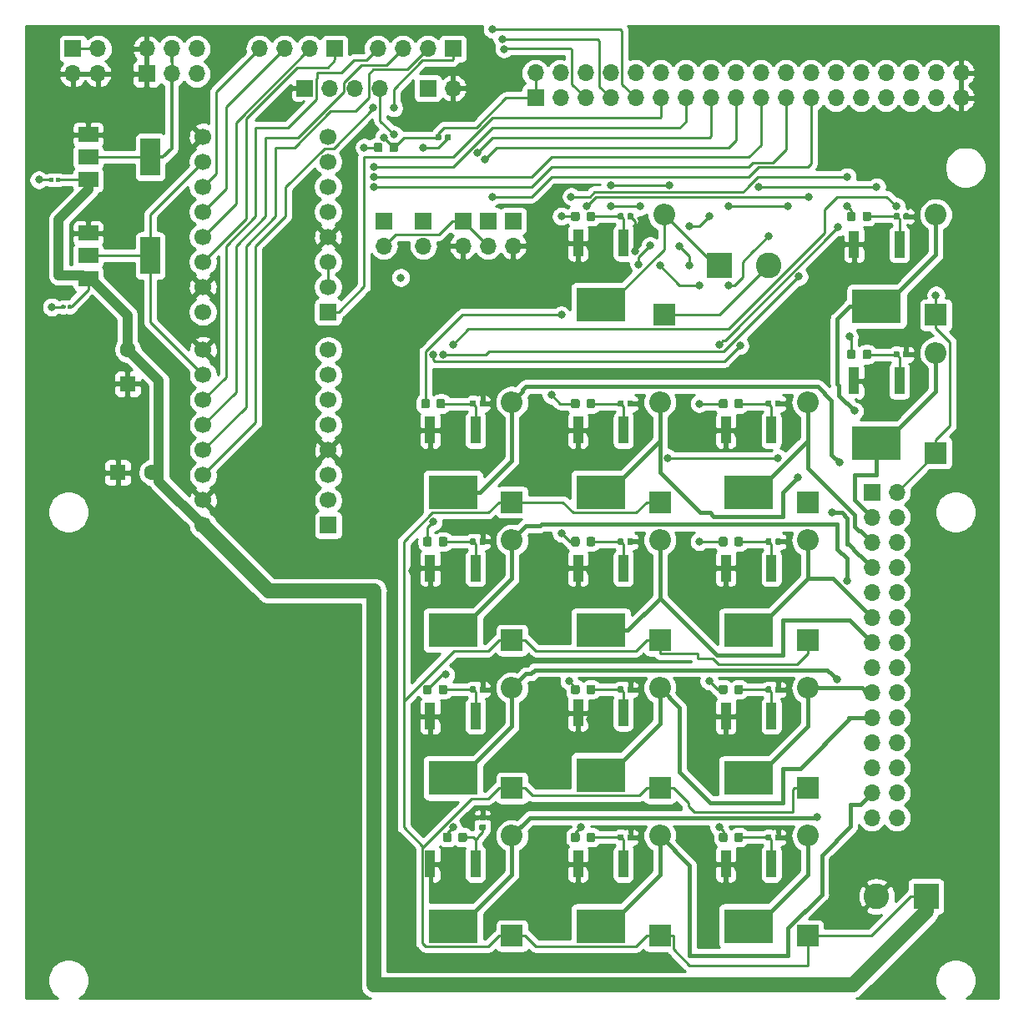
<source format=gbr>
G04 #@! TF.GenerationSoftware,KiCad,Pcbnew,(5.0.1)-3*
G04 #@! TF.CreationDate,2019-11-14T23:00:07-05:00*
G04 #@! TF.ProjectId,pcb_draft1,7063625F6472616674312E6B69636164,rev?*
G04 #@! TF.SameCoordinates,Original*
G04 #@! TF.FileFunction,Copper,L1,Top,Signal*
G04 #@! TF.FilePolarity,Positive*
%FSLAX46Y46*%
G04 Gerber Fmt 4.6, Leading zero omitted, Abs format (unit mm)*
G04 Created by KiCad (PCBNEW (5.0.1)-3) date 11/14/2019 11:00:07 PM*
%MOMM*%
%LPD*%
G01*
G04 APERTURE LIST*
G04 #@! TA.AperFunction,Conductor*
%ADD10C,0.100000*%
G04 #@! TD*
G04 #@! TA.AperFunction,SMDPad,CuDef*
%ADD11C,0.400000*%
G04 #@! TD*
G04 #@! TA.AperFunction,ComponentPad*
%ADD12R,2.600000X2.600000*%
G04 #@! TD*
G04 #@! TA.AperFunction,ComponentPad*
%ADD13C,2.600000*%
G04 #@! TD*
G04 #@! TA.AperFunction,ComponentPad*
%ADD14O,1.700000X1.700000*%
G04 #@! TD*
G04 #@! TA.AperFunction,ComponentPad*
%ADD15R,1.700000X1.700000*%
G04 #@! TD*
G04 #@! TA.AperFunction,ComponentPad*
%ADD16C,1.600000*%
G04 #@! TD*
G04 #@! TA.AperFunction,ComponentPad*
%ADD17R,1.600000X1.600000*%
G04 #@! TD*
G04 #@! TA.AperFunction,ComponentPad*
%ADD18O,2.200000X2.200000*%
G04 #@! TD*
G04 #@! TA.AperFunction,ComponentPad*
%ADD19R,2.200000X2.200000*%
G04 #@! TD*
G04 #@! TA.AperFunction,SMDPad,CuDef*
%ADD20R,5.000000X3.500000*%
G04 #@! TD*
G04 #@! TA.AperFunction,SMDPad,CuDef*
%ADD21R,1.000000X2.700000*%
G04 #@! TD*
G04 #@! TA.AperFunction,SMDPad,CuDef*
%ADD22C,0.875000*%
G04 #@! TD*
G04 #@! TA.AperFunction,SMDPad,CuDef*
%ADD23C,0.590000*%
G04 #@! TD*
G04 #@! TA.AperFunction,ComponentPad*
%ADD24C,1.700000*%
G04 #@! TD*
G04 #@! TA.AperFunction,SMDPad,CuDef*
%ADD25R,2.000000X1.500000*%
G04 #@! TD*
G04 #@! TA.AperFunction,SMDPad,CuDef*
%ADD26R,2.000000X3.800000*%
G04 #@! TD*
G04 #@! TA.AperFunction,ViaPad*
%ADD27C,0.800000*%
G04 #@! TD*
G04 #@! TA.AperFunction,ViaPad*
%ADD28C,1.000000*%
G04 #@! TD*
G04 #@! TA.AperFunction,Conductor*
%ADD29C,0.250000*%
G04 #@! TD*
G04 #@! TA.AperFunction,Conductor*
%ADD30C,1.500000*%
G04 #@! TD*
G04 #@! TA.AperFunction,Conductor*
%ADD31C,1.000000*%
G04 #@! TD*
G04 #@! TA.AperFunction,Conductor*
%ADD32C,0.400000*%
G04 #@! TD*
G04 #@! TA.AperFunction,Conductor*
%ADD33C,0.350000*%
G04 #@! TD*
G04 #@! TA.AperFunction,Conductor*
%ADD34C,0.254000*%
G04 #@! TD*
G04 APERTURE END LIST*
D10*
G04 #@! TO.N,N/C*
G04 #@! TO.C,C3*
G36*
X29619802Y-44000482D02*
X29629509Y-44001921D01*
X29639028Y-44004306D01*
X29648268Y-44007612D01*
X29657140Y-44011808D01*
X29665557Y-44016853D01*
X29673439Y-44022699D01*
X29680711Y-44029289D01*
X29687301Y-44036561D01*
X29693147Y-44044443D01*
X29698192Y-44052860D01*
X29702388Y-44061732D01*
X29705694Y-44070972D01*
X29708079Y-44080491D01*
X29709518Y-44090198D01*
X29710000Y-44100000D01*
X29710000Y-44300000D01*
X29709518Y-44309802D01*
X29708079Y-44319509D01*
X29705694Y-44329028D01*
X29702388Y-44338268D01*
X29698192Y-44347140D01*
X29693147Y-44355557D01*
X29687301Y-44363439D01*
X29680711Y-44370711D01*
X29673439Y-44377301D01*
X29665557Y-44383147D01*
X29657140Y-44388192D01*
X29648268Y-44392388D01*
X29639028Y-44395694D01*
X29629509Y-44398079D01*
X29619802Y-44399518D01*
X29610000Y-44400000D01*
X29350000Y-44400000D01*
X29340198Y-44399518D01*
X29330491Y-44398079D01*
X29320972Y-44395694D01*
X29311732Y-44392388D01*
X29302860Y-44388192D01*
X29294443Y-44383147D01*
X29286561Y-44377301D01*
X29279289Y-44370711D01*
X29272699Y-44363439D01*
X29266853Y-44355557D01*
X29261808Y-44347140D01*
X29257612Y-44338268D01*
X29254306Y-44329028D01*
X29251921Y-44319509D01*
X29250482Y-44309802D01*
X29250000Y-44300000D01*
X29250000Y-44100000D01*
X29250482Y-44090198D01*
X29251921Y-44080491D01*
X29254306Y-44070972D01*
X29257612Y-44061732D01*
X29261808Y-44052860D01*
X29266853Y-44044443D01*
X29272699Y-44036561D01*
X29279289Y-44029289D01*
X29286561Y-44022699D01*
X29294443Y-44016853D01*
X29302860Y-44011808D01*
X29311732Y-44007612D01*
X29320972Y-44004306D01*
X29330491Y-44001921D01*
X29340198Y-44000482D01*
X29350000Y-44000000D01*
X29610000Y-44000000D01*
X29619802Y-44000482D01*
X29619802Y-44000482D01*
G37*
D11*
G04 #@! TD*
G04 #@! TO.P,C3,1*
G04 #@! TO.N,N/C*
X29480000Y-44200000D03*
D10*
G04 #@! TO.N,N/C*
G04 #@! TO.C,C3*
G36*
X30259802Y-44000482D02*
X30269509Y-44001921D01*
X30279028Y-44004306D01*
X30288268Y-44007612D01*
X30297140Y-44011808D01*
X30305557Y-44016853D01*
X30313439Y-44022699D01*
X30320711Y-44029289D01*
X30327301Y-44036561D01*
X30333147Y-44044443D01*
X30338192Y-44052860D01*
X30342388Y-44061732D01*
X30345694Y-44070972D01*
X30348079Y-44080491D01*
X30349518Y-44090198D01*
X30350000Y-44100000D01*
X30350000Y-44300000D01*
X30349518Y-44309802D01*
X30348079Y-44319509D01*
X30345694Y-44329028D01*
X30342388Y-44338268D01*
X30338192Y-44347140D01*
X30333147Y-44355557D01*
X30327301Y-44363439D01*
X30320711Y-44370711D01*
X30313439Y-44377301D01*
X30305557Y-44383147D01*
X30297140Y-44388192D01*
X30288268Y-44392388D01*
X30279028Y-44395694D01*
X30269509Y-44398079D01*
X30259802Y-44399518D01*
X30250000Y-44400000D01*
X29990000Y-44400000D01*
X29980198Y-44399518D01*
X29970491Y-44398079D01*
X29960972Y-44395694D01*
X29951732Y-44392388D01*
X29942860Y-44388192D01*
X29934443Y-44383147D01*
X29926561Y-44377301D01*
X29919289Y-44370711D01*
X29912699Y-44363439D01*
X29906853Y-44355557D01*
X29901808Y-44347140D01*
X29897612Y-44338268D01*
X29894306Y-44329028D01*
X29891921Y-44319509D01*
X29890482Y-44309802D01*
X29890000Y-44300000D01*
X29890000Y-44100000D01*
X29890482Y-44090198D01*
X29891921Y-44080491D01*
X29894306Y-44070972D01*
X29897612Y-44061732D01*
X29901808Y-44052860D01*
X29906853Y-44044443D01*
X29912699Y-44036561D01*
X29919289Y-44029289D01*
X29926561Y-44022699D01*
X29934443Y-44016853D01*
X29942860Y-44011808D01*
X29951732Y-44007612D01*
X29960972Y-44004306D01*
X29970491Y-44001921D01*
X29980198Y-44000482D01*
X29990000Y-44000000D01*
X30250000Y-44000000D01*
X30259802Y-44000482D01*
X30259802Y-44000482D01*
G37*
D11*
G04 #@! TD*
G04 #@! TO.P,C3,2*
G04 #@! TO.N,N/C*
X30120000Y-44200000D03*
D12*
G04 #@! TO.P,F1,1*
G04 #@! TO.N,Net-(D15-Pad2)*
X96000000Y-40000000D03*
D13*
G04 #@! TO.P,F1,2*
G04 #@! TO.N,12V*
X101000000Y-40000000D03*
G04 #@! TD*
D14*
G04 #@! TO.P,S2,4*
G04 #@! TO.N,Net-(S2-Pad4)*
X49380000Y-18000000D03*
G04 #@! TO.P,S2,3*
G04 #@! TO.N,Net-(S2-Pad3)*
X51920000Y-18000000D03*
G04 #@! TO.P,S2,2*
G04 #@! TO.N,Net-(S2-Pad2)*
X54460000Y-18000000D03*
D15*
G04 #@! TO.P,S2,1*
G04 #@! TO.N,Net-(S2-Pad1)*
X57000000Y-18000000D03*
G04 #@! TD*
D16*
G04 #@! TO.P,C1,2*
G04 #@! TO.N,12V*
X38500000Y-61000000D03*
D17*
G04 #@! TO.P,C1,1*
G04 #@! TO.N,GND*
X35000000Y-61000000D03*
G04 #@! TD*
G04 #@! TO.P,C2,1*
G04 #@! TO.N,GND*
X36000000Y-52000000D03*
D16*
G04 #@! TO.P,C2,2*
G04 #@! TO.N,12V*
X36000000Y-48500000D03*
G04 #@! TD*
D18*
G04 #@! TO.P,D12,2*
G04 #@! TO.N,Net-(D12-Pad2)*
X105000000Y-97840000D03*
D19*
G04 #@! TO.P,D12,1*
G04 #@! TO.N,12V*
X105000000Y-108000000D03*
G04 #@! TD*
G04 #@! TO.P,D14,1*
G04 #@! TO.N,12V*
X75000000Y-108000000D03*
D18*
G04 #@! TO.P,D14,2*
G04 #@! TO.N,Net-(D14-Pad2)*
X75000000Y-97840000D03*
G04 #@! TD*
G04 #@! TO.P,D10,2*
G04 #@! TO.N,Net-(D10-Pad2)*
X90000000Y-82840000D03*
D19*
G04 #@! TO.P,D10,1*
G04 #@! TO.N,12V*
X90000000Y-93000000D03*
G04 #@! TD*
G04 #@! TO.P,D4,1*
G04 #@! TO.N,12V*
X90000000Y-64000000D03*
D18*
G04 #@! TO.P,D4,2*
G04 #@! TO.N,Net-(D4-Pad2)*
X90000000Y-53840000D03*
G04 #@! TD*
G04 #@! TO.P,D6,2*
G04 #@! TO.N,Net-(D6-Pad2)*
X105000000Y-67840000D03*
D19*
G04 #@! TO.P,D6,1*
G04 #@! TO.N,12V*
X105000000Y-78000000D03*
G04 #@! TD*
D18*
G04 #@! TO.P,D8,2*
G04 #@! TO.N,Net-(D8-Pad2)*
X75000000Y-67840000D03*
D19*
G04 #@! TO.P,D8,1*
G04 #@! TO.N,12V*
X75000000Y-78000000D03*
G04 #@! TD*
D18*
G04 #@! TO.P,D2,2*
G04 #@! TO.N,Net-(D2-Pad2)*
X118000000Y-48840000D03*
D19*
G04 #@! TO.P,D2,1*
G04 #@! TO.N,12V*
X118000000Y-59000000D03*
G04 #@! TD*
G04 #@! TO.P,D11,1*
G04 #@! TO.N,12V*
X75000000Y-93000000D03*
D18*
G04 #@! TO.P,D11,2*
G04 #@! TO.N,Net-(D11-Pad2)*
X75000000Y-82840000D03*
G04 #@! TD*
G04 #@! TO.P,D13,2*
G04 #@! TO.N,Net-(D13-Pad2)*
X90000000Y-97840000D03*
D19*
G04 #@! TO.P,D13,1*
G04 #@! TO.N,12V*
X90000000Y-108000000D03*
G04 #@! TD*
G04 #@! TO.P,D9,1*
G04 #@! TO.N,12V*
X105000000Y-93000000D03*
D18*
G04 #@! TO.P,D9,2*
G04 #@! TO.N,Net-(D9-Pad2)*
X105000000Y-82840000D03*
G04 #@! TD*
D19*
G04 #@! TO.P,D3,1*
G04 #@! TO.N,12V*
X105000000Y-64000000D03*
D18*
G04 #@! TO.P,D3,2*
G04 #@! TO.N,Net-(D3-Pad2)*
X105000000Y-53840000D03*
G04 #@! TD*
D19*
G04 #@! TO.P,D5,1*
G04 #@! TO.N,12V*
X75000000Y-64000000D03*
D18*
G04 #@! TO.P,D5,2*
G04 #@! TO.N,Net-(D5-Pad2)*
X75000000Y-53840000D03*
G04 #@! TD*
D19*
G04 #@! TO.P,D7,1*
G04 #@! TO.N,12V*
X90000000Y-78000000D03*
D18*
G04 #@! TO.P,D7,2*
G04 #@! TO.N,Net-(D7-Pad2)*
X90000000Y-67840000D03*
G04 #@! TD*
D19*
G04 #@! TO.P,D1,1*
G04 #@! TO.N,12V*
X118000000Y-45000000D03*
D18*
G04 #@! TO.P,D1,2*
G04 #@! TO.N,Net-(D1-Pad2)*
X118000000Y-34840000D03*
G04 #@! TD*
G04 #@! TO.P,D15,2*
G04 #@! TO.N,Net-(D15-Pad2)*
X90420000Y-34840000D03*
D19*
G04 #@! TO.P,D15,1*
G04 #@! TO.N,12V*
X90420000Y-45000000D03*
G04 #@! TD*
D15*
G04 #@! TO.P,J1,1*
G04 #@! TO.N,GND*
X37920000Y-20540000D03*
D14*
G04 #@! TO.P,J1,2*
X37920000Y-18000000D03*
G04 #@! TO.P,J1,3*
G04 #@! TO.N,Servo5V*
X40460000Y-20540000D03*
G04 #@! TO.P,J1,4*
X40460000Y-18000000D03*
G04 #@! TO.P,J1,5*
G04 #@! TO.N,Servo1*
X43000000Y-20540000D03*
G04 #@! TO.P,J1,6*
G04 #@! TO.N,Servo2*
X43000000Y-18000000D03*
G04 #@! TD*
D13*
G04 #@! TO.P,J2,2*
G04 #@! TO.N,GND*
X112000000Y-104000000D03*
D12*
G04 #@! TO.P,J2,1*
G04 #@! TO.N,12V*
X117000000Y-104000000D03*
G04 #@! TD*
D15*
G04 #@! TO.P,J3,1*
G04 #@! TO.N,HomeSwitch*
X66460000Y-22000000D03*
D14*
G04 #@! TO.P,J3,2*
G04 #@! TO.N,GND*
X69000000Y-22000000D03*
G04 #@! TD*
D15*
G04 #@! TO.P,J4,1*
G04 #@! TO.N,Net-(J4-Pad1)*
X75120000Y-35460000D03*
D14*
G04 #@! TO.P,J4,2*
G04 #@! TO.N,GND*
X75120000Y-38000000D03*
G04 #@! TD*
G04 #@! TO.P,J5,2*
G04 #@! TO.N,Net-(J5-Pad2)*
X72580000Y-38000000D03*
D15*
G04 #@! TO.P,J5,1*
G04 #@! TO.N,Net-(J4-Pad1)*
X72580000Y-35460000D03*
G04 #@! TD*
D14*
G04 #@! TO.P,J6,2*
G04 #@! TO.N,GND*
X70040000Y-38000000D03*
D15*
G04 #@! TO.P,J6,1*
G04 #@! TO.N,Net-(J5-Pad2)*
X70040000Y-35460000D03*
G04 #@! TD*
G04 #@! TO.P,J7,1*
G04 #@! TO.N,5V*
X30460000Y-18000000D03*
D14*
G04 #@! TO.P,J7,2*
X33000000Y-18000000D03*
G04 #@! TO.P,J7,3*
G04 #@! TO.N,GND*
X30460000Y-20540000D03*
G04 #@! TO.P,J7,4*
X33000000Y-20540000D03*
G04 #@! TD*
D20*
G04 #@! TO.P,Q12,2*
G04 #@! TO.N,Net-(D12-Pad2)*
X99000000Y-107000000D03*
D21*
G04 #@! TO.P,Q12,3*
G04 #@! TO.N,GND*
X96700000Y-100700000D03*
G04 #@! TO.P,Q12,1*
G04 #@! TO.N,Net-(Q12-Pad1)*
X101300000Y-100700000D03*
G04 #@! TD*
D20*
G04 #@! TO.P,Q14,2*
G04 #@! TO.N,Net-(D14-Pad2)*
X69000000Y-107000000D03*
D21*
G04 #@! TO.P,Q14,3*
G04 #@! TO.N,GND*
X66700000Y-100700000D03*
G04 #@! TO.P,Q14,1*
G04 #@! TO.N,Net-(Q14-Pad1)*
X71300000Y-100700000D03*
G04 #@! TD*
D20*
G04 #@! TO.P,Q10,2*
G04 #@! TO.N,Net-(D10-Pad2)*
X84000000Y-91672000D03*
D21*
G04 #@! TO.P,Q10,3*
G04 #@! TO.N,GND*
X81700000Y-85372000D03*
G04 #@! TO.P,Q10,1*
G04 #@! TO.N,Net-(Q10-Pad1)*
X86300000Y-85372000D03*
G04 #@! TD*
D20*
G04 #@! TO.P,Q4,2*
G04 #@! TO.N,Net-(D4-Pad2)*
X84000000Y-63000000D03*
D21*
G04 #@! TO.P,Q4,3*
G04 #@! TO.N,GND*
X81700000Y-56700000D03*
G04 #@! TO.P,Q4,1*
G04 #@! TO.N,Net-(Q4-Pad1)*
X86300000Y-56700000D03*
G04 #@! TD*
D20*
G04 #@! TO.P,Q6,2*
G04 #@! TO.N,Net-(D6-Pad2)*
X99000000Y-77000000D03*
D21*
G04 #@! TO.P,Q6,3*
G04 #@! TO.N,GND*
X96700000Y-70700000D03*
G04 #@! TO.P,Q6,1*
G04 #@! TO.N,Net-(Q6-Pad1)*
X101300000Y-70700000D03*
G04 #@! TD*
G04 #@! TO.P,Q8,1*
G04 #@! TO.N,Net-(Q8-Pad1)*
X71300000Y-70700000D03*
G04 #@! TO.P,Q8,3*
G04 #@! TO.N,GND*
X66700000Y-70700000D03*
D20*
G04 #@! TO.P,Q8,2*
G04 #@! TO.N,Net-(D8-Pad2)*
X69000000Y-77000000D03*
G04 #@! TD*
G04 #@! TO.P,Q2,2*
G04 #@! TO.N,Net-(D2-Pad2)*
X112000000Y-58000000D03*
D21*
G04 #@! TO.P,Q2,3*
G04 #@! TO.N,GND*
X109700000Y-51700000D03*
G04 #@! TO.P,Q2,1*
G04 #@! TO.N,Net-(Q2-Pad1)*
X114300000Y-51700000D03*
G04 #@! TD*
G04 #@! TO.P,Q11,1*
G04 #@! TO.N,Net-(Q11-Pad1)*
X71300000Y-85700000D03*
G04 #@! TO.P,Q11,3*
G04 #@! TO.N,GND*
X66700000Y-85700000D03*
D20*
G04 #@! TO.P,Q11,2*
G04 #@! TO.N,Net-(D11-Pad2)*
X69000000Y-92000000D03*
G04 #@! TD*
D21*
G04 #@! TO.P,Q13,1*
G04 #@! TO.N,Net-(Q13-Pad1)*
X86300000Y-100700000D03*
G04 #@! TO.P,Q13,3*
G04 #@! TO.N,GND*
X81700000Y-100700000D03*
D20*
G04 #@! TO.P,Q13,2*
G04 #@! TO.N,Net-(D13-Pad2)*
X84000000Y-107000000D03*
G04 #@! TD*
G04 #@! TO.P,Q9,2*
G04 #@! TO.N,Net-(D9-Pad2)*
X99000000Y-92000000D03*
D21*
G04 #@! TO.P,Q9,3*
G04 #@! TO.N,GND*
X96700000Y-85700000D03*
G04 #@! TO.P,Q9,1*
G04 #@! TO.N,Net-(Q9-Pad1)*
X101300000Y-85700000D03*
G04 #@! TD*
D20*
G04 #@! TO.P,Q3,2*
G04 #@! TO.N,Net-(D3-Pad2)*
X99000000Y-63000000D03*
D21*
G04 #@! TO.P,Q3,3*
G04 #@! TO.N,GND*
X96700000Y-56700000D03*
G04 #@! TO.P,Q3,1*
G04 #@! TO.N,Net-(Q3-Pad1)*
X101300000Y-56700000D03*
G04 #@! TD*
G04 #@! TO.P,Q5,1*
G04 #@! TO.N,Net-(Q5-Pad1)*
X71300000Y-56700000D03*
G04 #@! TO.P,Q5,3*
G04 #@! TO.N,GND*
X66700000Y-56700000D03*
D20*
G04 #@! TO.P,Q5,2*
G04 #@! TO.N,Net-(D5-Pad2)*
X69000000Y-63000000D03*
G04 #@! TD*
D21*
G04 #@! TO.P,Q7,1*
G04 #@! TO.N,Net-(Q7-Pad1)*
X86300000Y-70700000D03*
G04 #@! TO.P,Q7,3*
G04 #@! TO.N,GND*
X81700000Y-70700000D03*
D20*
G04 #@! TO.P,Q7,2*
G04 #@! TO.N,Net-(D7-Pad2)*
X84000000Y-77000000D03*
G04 #@! TD*
D21*
G04 #@! TO.P,Q1,1*
G04 #@! TO.N,Net-(Q1-Pad1)*
X114300000Y-37850000D03*
G04 #@! TO.P,Q1,3*
G04 #@! TO.N,GND*
X109700000Y-37850000D03*
D20*
G04 #@! TO.P,Q1,2*
G04 #@! TO.N,Net-(D1-Pad2)*
X112000000Y-44150000D03*
G04 #@! TD*
D21*
G04 #@! TO.P,Q15,1*
G04 #@! TO.N,Net-(Q15-Pad1)*
X86300000Y-37700000D03*
G04 #@! TO.P,Q15,3*
G04 #@! TO.N,GND*
X81700000Y-37700000D03*
D20*
G04 #@! TO.P,Q15,2*
G04 #@! TO.N,Net-(D15-Pad2)*
X84000000Y-44000000D03*
G04 #@! TD*
D10*
G04 #@! TO.N,Net-(R26-Pad1)*
G04 #@! TO.C,R26*
G36*
X96665191Y-97526053D02*
X96686426Y-97529203D01*
X96707250Y-97534419D01*
X96727462Y-97541651D01*
X96746868Y-97550830D01*
X96765281Y-97561866D01*
X96782524Y-97574654D01*
X96798430Y-97589070D01*
X96812846Y-97604976D01*
X96825634Y-97622219D01*
X96836670Y-97640632D01*
X96845849Y-97660038D01*
X96853081Y-97680250D01*
X96858297Y-97701074D01*
X96861447Y-97722309D01*
X96862500Y-97743750D01*
X96862500Y-98256250D01*
X96861447Y-98277691D01*
X96858297Y-98298926D01*
X96853081Y-98319750D01*
X96845849Y-98339962D01*
X96836670Y-98359368D01*
X96825634Y-98377781D01*
X96812846Y-98395024D01*
X96798430Y-98410930D01*
X96782524Y-98425346D01*
X96765281Y-98438134D01*
X96746868Y-98449170D01*
X96727462Y-98458349D01*
X96707250Y-98465581D01*
X96686426Y-98470797D01*
X96665191Y-98473947D01*
X96643750Y-98475000D01*
X96206250Y-98475000D01*
X96184809Y-98473947D01*
X96163574Y-98470797D01*
X96142750Y-98465581D01*
X96122538Y-98458349D01*
X96103132Y-98449170D01*
X96084719Y-98438134D01*
X96067476Y-98425346D01*
X96051570Y-98410930D01*
X96037154Y-98395024D01*
X96024366Y-98377781D01*
X96013330Y-98359368D01*
X96004151Y-98339962D01*
X95996919Y-98319750D01*
X95991703Y-98298926D01*
X95988553Y-98277691D01*
X95987500Y-98256250D01*
X95987500Y-97743750D01*
X95988553Y-97722309D01*
X95991703Y-97701074D01*
X95996919Y-97680250D01*
X96004151Y-97660038D01*
X96013330Y-97640632D01*
X96024366Y-97622219D01*
X96037154Y-97604976D01*
X96051570Y-97589070D01*
X96067476Y-97574654D01*
X96084719Y-97561866D01*
X96103132Y-97550830D01*
X96122538Y-97541651D01*
X96142750Y-97534419D01*
X96163574Y-97529203D01*
X96184809Y-97526053D01*
X96206250Y-97525000D01*
X96643750Y-97525000D01*
X96665191Y-97526053D01*
X96665191Y-97526053D01*
G37*
D22*
G04 #@! TD*
G04 #@! TO.P,R26,1*
G04 #@! TO.N,Net-(R26-Pad1)*
X96425000Y-98000000D03*
D10*
G04 #@! TO.N,Net-(Q12-Pad1)*
G04 #@! TO.C,R26*
G36*
X98240191Y-97526053D02*
X98261426Y-97529203D01*
X98282250Y-97534419D01*
X98302462Y-97541651D01*
X98321868Y-97550830D01*
X98340281Y-97561866D01*
X98357524Y-97574654D01*
X98373430Y-97589070D01*
X98387846Y-97604976D01*
X98400634Y-97622219D01*
X98411670Y-97640632D01*
X98420849Y-97660038D01*
X98428081Y-97680250D01*
X98433297Y-97701074D01*
X98436447Y-97722309D01*
X98437500Y-97743750D01*
X98437500Y-98256250D01*
X98436447Y-98277691D01*
X98433297Y-98298926D01*
X98428081Y-98319750D01*
X98420849Y-98339962D01*
X98411670Y-98359368D01*
X98400634Y-98377781D01*
X98387846Y-98395024D01*
X98373430Y-98410930D01*
X98357524Y-98425346D01*
X98340281Y-98438134D01*
X98321868Y-98449170D01*
X98302462Y-98458349D01*
X98282250Y-98465581D01*
X98261426Y-98470797D01*
X98240191Y-98473947D01*
X98218750Y-98475000D01*
X97781250Y-98475000D01*
X97759809Y-98473947D01*
X97738574Y-98470797D01*
X97717750Y-98465581D01*
X97697538Y-98458349D01*
X97678132Y-98449170D01*
X97659719Y-98438134D01*
X97642476Y-98425346D01*
X97626570Y-98410930D01*
X97612154Y-98395024D01*
X97599366Y-98377781D01*
X97588330Y-98359368D01*
X97579151Y-98339962D01*
X97571919Y-98319750D01*
X97566703Y-98298926D01*
X97563553Y-98277691D01*
X97562500Y-98256250D01*
X97562500Y-97743750D01*
X97563553Y-97722309D01*
X97566703Y-97701074D01*
X97571919Y-97680250D01*
X97579151Y-97660038D01*
X97588330Y-97640632D01*
X97599366Y-97622219D01*
X97612154Y-97604976D01*
X97626570Y-97589070D01*
X97642476Y-97574654D01*
X97659719Y-97561866D01*
X97678132Y-97550830D01*
X97697538Y-97541651D01*
X97717750Y-97534419D01*
X97738574Y-97529203D01*
X97759809Y-97526053D01*
X97781250Y-97525000D01*
X98218750Y-97525000D01*
X98240191Y-97526053D01*
X98240191Y-97526053D01*
G37*
D22*
G04 #@! TD*
G04 #@! TO.P,R26,2*
G04 #@! TO.N,Net-(Q12-Pad1)*
X98000000Y-98000000D03*
D10*
G04 #@! TO.N,Net-(Q14-Pad1)*
G04 #@! TO.C,R28*
G36*
X70240191Y-97526053D02*
X70261426Y-97529203D01*
X70282250Y-97534419D01*
X70302462Y-97541651D01*
X70321868Y-97550830D01*
X70340281Y-97561866D01*
X70357524Y-97574654D01*
X70373430Y-97589070D01*
X70387846Y-97604976D01*
X70400634Y-97622219D01*
X70411670Y-97640632D01*
X70420849Y-97660038D01*
X70428081Y-97680250D01*
X70433297Y-97701074D01*
X70436447Y-97722309D01*
X70437500Y-97743750D01*
X70437500Y-98256250D01*
X70436447Y-98277691D01*
X70433297Y-98298926D01*
X70428081Y-98319750D01*
X70420849Y-98339962D01*
X70411670Y-98359368D01*
X70400634Y-98377781D01*
X70387846Y-98395024D01*
X70373430Y-98410930D01*
X70357524Y-98425346D01*
X70340281Y-98438134D01*
X70321868Y-98449170D01*
X70302462Y-98458349D01*
X70282250Y-98465581D01*
X70261426Y-98470797D01*
X70240191Y-98473947D01*
X70218750Y-98475000D01*
X69781250Y-98475000D01*
X69759809Y-98473947D01*
X69738574Y-98470797D01*
X69717750Y-98465581D01*
X69697538Y-98458349D01*
X69678132Y-98449170D01*
X69659719Y-98438134D01*
X69642476Y-98425346D01*
X69626570Y-98410930D01*
X69612154Y-98395024D01*
X69599366Y-98377781D01*
X69588330Y-98359368D01*
X69579151Y-98339962D01*
X69571919Y-98319750D01*
X69566703Y-98298926D01*
X69563553Y-98277691D01*
X69562500Y-98256250D01*
X69562500Y-97743750D01*
X69563553Y-97722309D01*
X69566703Y-97701074D01*
X69571919Y-97680250D01*
X69579151Y-97660038D01*
X69588330Y-97640632D01*
X69599366Y-97622219D01*
X69612154Y-97604976D01*
X69626570Y-97589070D01*
X69642476Y-97574654D01*
X69659719Y-97561866D01*
X69678132Y-97550830D01*
X69697538Y-97541651D01*
X69717750Y-97534419D01*
X69738574Y-97529203D01*
X69759809Y-97526053D01*
X69781250Y-97525000D01*
X70218750Y-97525000D01*
X70240191Y-97526053D01*
X70240191Y-97526053D01*
G37*
D22*
G04 #@! TD*
G04 #@! TO.P,R28,2*
G04 #@! TO.N,Net-(Q14-Pad1)*
X70000000Y-98000000D03*
D10*
G04 #@! TO.N,Net-(R28-Pad1)*
G04 #@! TO.C,R28*
G36*
X68665191Y-97526053D02*
X68686426Y-97529203D01*
X68707250Y-97534419D01*
X68727462Y-97541651D01*
X68746868Y-97550830D01*
X68765281Y-97561866D01*
X68782524Y-97574654D01*
X68798430Y-97589070D01*
X68812846Y-97604976D01*
X68825634Y-97622219D01*
X68836670Y-97640632D01*
X68845849Y-97660038D01*
X68853081Y-97680250D01*
X68858297Y-97701074D01*
X68861447Y-97722309D01*
X68862500Y-97743750D01*
X68862500Y-98256250D01*
X68861447Y-98277691D01*
X68858297Y-98298926D01*
X68853081Y-98319750D01*
X68845849Y-98339962D01*
X68836670Y-98359368D01*
X68825634Y-98377781D01*
X68812846Y-98395024D01*
X68798430Y-98410930D01*
X68782524Y-98425346D01*
X68765281Y-98438134D01*
X68746868Y-98449170D01*
X68727462Y-98458349D01*
X68707250Y-98465581D01*
X68686426Y-98470797D01*
X68665191Y-98473947D01*
X68643750Y-98475000D01*
X68206250Y-98475000D01*
X68184809Y-98473947D01*
X68163574Y-98470797D01*
X68142750Y-98465581D01*
X68122538Y-98458349D01*
X68103132Y-98449170D01*
X68084719Y-98438134D01*
X68067476Y-98425346D01*
X68051570Y-98410930D01*
X68037154Y-98395024D01*
X68024366Y-98377781D01*
X68013330Y-98359368D01*
X68004151Y-98339962D01*
X67996919Y-98319750D01*
X67991703Y-98298926D01*
X67988553Y-98277691D01*
X67987500Y-98256250D01*
X67987500Y-97743750D01*
X67988553Y-97722309D01*
X67991703Y-97701074D01*
X67996919Y-97680250D01*
X68004151Y-97660038D01*
X68013330Y-97640632D01*
X68024366Y-97622219D01*
X68037154Y-97604976D01*
X68051570Y-97589070D01*
X68067476Y-97574654D01*
X68084719Y-97561866D01*
X68103132Y-97550830D01*
X68122538Y-97541651D01*
X68142750Y-97534419D01*
X68163574Y-97529203D01*
X68184809Y-97526053D01*
X68206250Y-97525000D01*
X68643750Y-97525000D01*
X68665191Y-97526053D01*
X68665191Y-97526053D01*
G37*
D22*
G04 #@! TD*
G04 #@! TO.P,R28,1*
G04 #@! TO.N,Net-(R28-Pad1)*
X68425000Y-98000000D03*
D10*
G04 #@! TO.N,Net-(Q10-Pad1)*
G04 #@! TO.C,R24*
G36*
X83240191Y-82526053D02*
X83261426Y-82529203D01*
X83282250Y-82534419D01*
X83302462Y-82541651D01*
X83321868Y-82550830D01*
X83340281Y-82561866D01*
X83357524Y-82574654D01*
X83373430Y-82589070D01*
X83387846Y-82604976D01*
X83400634Y-82622219D01*
X83411670Y-82640632D01*
X83420849Y-82660038D01*
X83428081Y-82680250D01*
X83433297Y-82701074D01*
X83436447Y-82722309D01*
X83437500Y-82743750D01*
X83437500Y-83256250D01*
X83436447Y-83277691D01*
X83433297Y-83298926D01*
X83428081Y-83319750D01*
X83420849Y-83339962D01*
X83411670Y-83359368D01*
X83400634Y-83377781D01*
X83387846Y-83395024D01*
X83373430Y-83410930D01*
X83357524Y-83425346D01*
X83340281Y-83438134D01*
X83321868Y-83449170D01*
X83302462Y-83458349D01*
X83282250Y-83465581D01*
X83261426Y-83470797D01*
X83240191Y-83473947D01*
X83218750Y-83475000D01*
X82781250Y-83475000D01*
X82759809Y-83473947D01*
X82738574Y-83470797D01*
X82717750Y-83465581D01*
X82697538Y-83458349D01*
X82678132Y-83449170D01*
X82659719Y-83438134D01*
X82642476Y-83425346D01*
X82626570Y-83410930D01*
X82612154Y-83395024D01*
X82599366Y-83377781D01*
X82588330Y-83359368D01*
X82579151Y-83339962D01*
X82571919Y-83319750D01*
X82566703Y-83298926D01*
X82563553Y-83277691D01*
X82562500Y-83256250D01*
X82562500Y-82743750D01*
X82563553Y-82722309D01*
X82566703Y-82701074D01*
X82571919Y-82680250D01*
X82579151Y-82660038D01*
X82588330Y-82640632D01*
X82599366Y-82622219D01*
X82612154Y-82604976D01*
X82626570Y-82589070D01*
X82642476Y-82574654D01*
X82659719Y-82561866D01*
X82678132Y-82550830D01*
X82697538Y-82541651D01*
X82717750Y-82534419D01*
X82738574Y-82529203D01*
X82759809Y-82526053D01*
X82781250Y-82525000D01*
X83218750Y-82525000D01*
X83240191Y-82526053D01*
X83240191Y-82526053D01*
G37*
D22*
G04 #@! TD*
G04 #@! TO.P,R24,2*
G04 #@! TO.N,Net-(Q10-Pad1)*
X83000000Y-83000000D03*
D10*
G04 #@! TO.N,Net-(R24-Pad1)*
G04 #@! TO.C,R24*
G36*
X81665191Y-82526053D02*
X81686426Y-82529203D01*
X81707250Y-82534419D01*
X81727462Y-82541651D01*
X81746868Y-82550830D01*
X81765281Y-82561866D01*
X81782524Y-82574654D01*
X81798430Y-82589070D01*
X81812846Y-82604976D01*
X81825634Y-82622219D01*
X81836670Y-82640632D01*
X81845849Y-82660038D01*
X81853081Y-82680250D01*
X81858297Y-82701074D01*
X81861447Y-82722309D01*
X81862500Y-82743750D01*
X81862500Y-83256250D01*
X81861447Y-83277691D01*
X81858297Y-83298926D01*
X81853081Y-83319750D01*
X81845849Y-83339962D01*
X81836670Y-83359368D01*
X81825634Y-83377781D01*
X81812846Y-83395024D01*
X81798430Y-83410930D01*
X81782524Y-83425346D01*
X81765281Y-83438134D01*
X81746868Y-83449170D01*
X81727462Y-83458349D01*
X81707250Y-83465581D01*
X81686426Y-83470797D01*
X81665191Y-83473947D01*
X81643750Y-83475000D01*
X81206250Y-83475000D01*
X81184809Y-83473947D01*
X81163574Y-83470797D01*
X81142750Y-83465581D01*
X81122538Y-83458349D01*
X81103132Y-83449170D01*
X81084719Y-83438134D01*
X81067476Y-83425346D01*
X81051570Y-83410930D01*
X81037154Y-83395024D01*
X81024366Y-83377781D01*
X81013330Y-83359368D01*
X81004151Y-83339962D01*
X80996919Y-83319750D01*
X80991703Y-83298926D01*
X80988553Y-83277691D01*
X80987500Y-83256250D01*
X80987500Y-82743750D01*
X80988553Y-82722309D01*
X80991703Y-82701074D01*
X80996919Y-82680250D01*
X81004151Y-82660038D01*
X81013330Y-82640632D01*
X81024366Y-82622219D01*
X81037154Y-82604976D01*
X81051570Y-82589070D01*
X81067476Y-82574654D01*
X81084719Y-82561866D01*
X81103132Y-82550830D01*
X81122538Y-82541651D01*
X81142750Y-82534419D01*
X81163574Y-82529203D01*
X81184809Y-82526053D01*
X81206250Y-82525000D01*
X81643750Y-82525000D01*
X81665191Y-82526053D01*
X81665191Y-82526053D01*
G37*
D22*
G04 #@! TD*
G04 #@! TO.P,R24,1*
G04 #@! TO.N,Net-(R24-Pad1)*
X81425000Y-83000000D03*
D10*
G04 #@! TO.N,Net-(R18-Pad1)*
G04 #@! TO.C,R18*
G36*
X81665191Y-53526053D02*
X81686426Y-53529203D01*
X81707250Y-53534419D01*
X81727462Y-53541651D01*
X81746868Y-53550830D01*
X81765281Y-53561866D01*
X81782524Y-53574654D01*
X81798430Y-53589070D01*
X81812846Y-53604976D01*
X81825634Y-53622219D01*
X81836670Y-53640632D01*
X81845849Y-53660038D01*
X81853081Y-53680250D01*
X81858297Y-53701074D01*
X81861447Y-53722309D01*
X81862500Y-53743750D01*
X81862500Y-54256250D01*
X81861447Y-54277691D01*
X81858297Y-54298926D01*
X81853081Y-54319750D01*
X81845849Y-54339962D01*
X81836670Y-54359368D01*
X81825634Y-54377781D01*
X81812846Y-54395024D01*
X81798430Y-54410930D01*
X81782524Y-54425346D01*
X81765281Y-54438134D01*
X81746868Y-54449170D01*
X81727462Y-54458349D01*
X81707250Y-54465581D01*
X81686426Y-54470797D01*
X81665191Y-54473947D01*
X81643750Y-54475000D01*
X81206250Y-54475000D01*
X81184809Y-54473947D01*
X81163574Y-54470797D01*
X81142750Y-54465581D01*
X81122538Y-54458349D01*
X81103132Y-54449170D01*
X81084719Y-54438134D01*
X81067476Y-54425346D01*
X81051570Y-54410930D01*
X81037154Y-54395024D01*
X81024366Y-54377781D01*
X81013330Y-54359368D01*
X81004151Y-54339962D01*
X80996919Y-54319750D01*
X80991703Y-54298926D01*
X80988553Y-54277691D01*
X80987500Y-54256250D01*
X80987500Y-53743750D01*
X80988553Y-53722309D01*
X80991703Y-53701074D01*
X80996919Y-53680250D01*
X81004151Y-53660038D01*
X81013330Y-53640632D01*
X81024366Y-53622219D01*
X81037154Y-53604976D01*
X81051570Y-53589070D01*
X81067476Y-53574654D01*
X81084719Y-53561866D01*
X81103132Y-53550830D01*
X81122538Y-53541651D01*
X81142750Y-53534419D01*
X81163574Y-53529203D01*
X81184809Y-53526053D01*
X81206250Y-53525000D01*
X81643750Y-53525000D01*
X81665191Y-53526053D01*
X81665191Y-53526053D01*
G37*
D22*
G04 #@! TD*
G04 #@! TO.P,R18,1*
G04 #@! TO.N,Net-(R18-Pad1)*
X81425000Y-54000000D03*
D10*
G04 #@! TO.N,Net-(Q4-Pad1)*
G04 #@! TO.C,R18*
G36*
X83240191Y-53526053D02*
X83261426Y-53529203D01*
X83282250Y-53534419D01*
X83302462Y-53541651D01*
X83321868Y-53550830D01*
X83340281Y-53561866D01*
X83357524Y-53574654D01*
X83373430Y-53589070D01*
X83387846Y-53604976D01*
X83400634Y-53622219D01*
X83411670Y-53640632D01*
X83420849Y-53660038D01*
X83428081Y-53680250D01*
X83433297Y-53701074D01*
X83436447Y-53722309D01*
X83437500Y-53743750D01*
X83437500Y-54256250D01*
X83436447Y-54277691D01*
X83433297Y-54298926D01*
X83428081Y-54319750D01*
X83420849Y-54339962D01*
X83411670Y-54359368D01*
X83400634Y-54377781D01*
X83387846Y-54395024D01*
X83373430Y-54410930D01*
X83357524Y-54425346D01*
X83340281Y-54438134D01*
X83321868Y-54449170D01*
X83302462Y-54458349D01*
X83282250Y-54465581D01*
X83261426Y-54470797D01*
X83240191Y-54473947D01*
X83218750Y-54475000D01*
X82781250Y-54475000D01*
X82759809Y-54473947D01*
X82738574Y-54470797D01*
X82717750Y-54465581D01*
X82697538Y-54458349D01*
X82678132Y-54449170D01*
X82659719Y-54438134D01*
X82642476Y-54425346D01*
X82626570Y-54410930D01*
X82612154Y-54395024D01*
X82599366Y-54377781D01*
X82588330Y-54359368D01*
X82579151Y-54339962D01*
X82571919Y-54319750D01*
X82566703Y-54298926D01*
X82563553Y-54277691D01*
X82562500Y-54256250D01*
X82562500Y-53743750D01*
X82563553Y-53722309D01*
X82566703Y-53701074D01*
X82571919Y-53680250D01*
X82579151Y-53660038D01*
X82588330Y-53640632D01*
X82599366Y-53622219D01*
X82612154Y-53604976D01*
X82626570Y-53589070D01*
X82642476Y-53574654D01*
X82659719Y-53561866D01*
X82678132Y-53550830D01*
X82697538Y-53541651D01*
X82717750Y-53534419D01*
X82738574Y-53529203D01*
X82759809Y-53526053D01*
X82781250Y-53525000D01*
X83218750Y-53525000D01*
X83240191Y-53526053D01*
X83240191Y-53526053D01*
G37*
D22*
G04 #@! TD*
G04 #@! TO.P,R18,2*
G04 #@! TO.N,Net-(Q4-Pad1)*
X83000000Y-54000000D03*
D10*
G04 #@! TO.N,Net-(Q6-Pad1)*
G04 #@! TO.C,R20*
G36*
X98240191Y-67526053D02*
X98261426Y-67529203D01*
X98282250Y-67534419D01*
X98302462Y-67541651D01*
X98321868Y-67550830D01*
X98340281Y-67561866D01*
X98357524Y-67574654D01*
X98373430Y-67589070D01*
X98387846Y-67604976D01*
X98400634Y-67622219D01*
X98411670Y-67640632D01*
X98420849Y-67660038D01*
X98428081Y-67680250D01*
X98433297Y-67701074D01*
X98436447Y-67722309D01*
X98437500Y-67743750D01*
X98437500Y-68256250D01*
X98436447Y-68277691D01*
X98433297Y-68298926D01*
X98428081Y-68319750D01*
X98420849Y-68339962D01*
X98411670Y-68359368D01*
X98400634Y-68377781D01*
X98387846Y-68395024D01*
X98373430Y-68410930D01*
X98357524Y-68425346D01*
X98340281Y-68438134D01*
X98321868Y-68449170D01*
X98302462Y-68458349D01*
X98282250Y-68465581D01*
X98261426Y-68470797D01*
X98240191Y-68473947D01*
X98218750Y-68475000D01*
X97781250Y-68475000D01*
X97759809Y-68473947D01*
X97738574Y-68470797D01*
X97717750Y-68465581D01*
X97697538Y-68458349D01*
X97678132Y-68449170D01*
X97659719Y-68438134D01*
X97642476Y-68425346D01*
X97626570Y-68410930D01*
X97612154Y-68395024D01*
X97599366Y-68377781D01*
X97588330Y-68359368D01*
X97579151Y-68339962D01*
X97571919Y-68319750D01*
X97566703Y-68298926D01*
X97563553Y-68277691D01*
X97562500Y-68256250D01*
X97562500Y-67743750D01*
X97563553Y-67722309D01*
X97566703Y-67701074D01*
X97571919Y-67680250D01*
X97579151Y-67660038D01*
X97588330Y-67640632D01*
X97599366Y-67622219D01*
X97612154Y-67604976D01*
X97626570Y-67589070D01*
X97642476Y-67574654D01*
X97659719Y-67561866D01*
X97678132Y-67550830D01*
X97697538Y-67541651D01*
X97717750Y-67534419D01*
X97738574Y-67529203D01*
X97759809Y-67526053D01*
X97781250Y-67525000D01*
X98218750Y-67525000D01*
X98240191Y-67526053D01*
X98240191Y-67526053D01*
G37*
D22*
G04 #@! TD*
G04 #@! TO.P,R20,2*
G04 #@! TO.N,Net-(Q6-Pad1)*
X98000000Y-68000000D03*
D10*
G04 #@! TO.N,Net-(R20-Pad1)*
G04 #@! TO.C,R20*
G36*
X96665191Y-67526053D02*
X96686426Y-67529203D01*
X96707250Y-67534419D01*
X96727462Y-67541651D01*
X96746868Y-67550830D01*
X96765281Y-67561866D01*
X96782524Y-67574654D01*
X96798430Y-67589070D01*
X96812846Y-67604976D01*
X96825634Y-67622219D01*
X96836670Y-67640632D01*
X96845849Y-67660038D01*
X96853081Y-67680250D01*
X96858297Y-67701074D01*
X96861447Y-67722309D01*
X96862500Y-67743750D01*
X96862500Y-68256250D01*
X96861447Y-68277691D01*
X96858297Y-68298926D01*
X96853081Y-68319750D01*
X96845849Y-68339962D01*
X96836670Y-68359368D01*
X96825634Y-68377781D01*
X96812846Y-68395024D01*
X96798430Y-68410930D01*
X96782524Y-68425346D01*
X96765281Y-68438134D01*
X96746868Y-68449170D01*
X96727462Y-68458349D01*
X96707250Y-68465581D01*
X96686426Y-68470797D01*
X96665191Y-68473947D01*
X96643750Y-68475000D01*
X96206250Y-68475000D01*
X96184809Y-68473947D01*
X96163574Y-68470797D01*
X96142750Y-68465581D01*
X96122538Y-68458349D01*
X96103132Y-68449170D01*
X96084719Y-68438134D01*
X96067476Y-68425346D01*
X96051570Y-68410930D01*
X96037154Y-68395024D01*
X96024366Y-68377781D01*
X96013330Y-68359368D01*
X96004151Y-68339962D01*
X95996919Y-68319750D01*
X95991703Y-68298926D01*
X95988553Y-68277691D01*
X95987500Y-68256250D01*
X95987500Y-67743750D01*
X95988553Y-67722309D01*
X95991703Y-67701074D01*
X95996919Y-67680250D01*
X96004151Y-67660038D01*
X96013330Y-67640632D01*
X96024366Y-67622219D01*
X96037154Y-67604976D01*
X96051570Y-67589070D01*
X96067476Y-67574654D01*
X96084719Y-67561866D01*
X96103132Y-67550830D01*
X96122538Y-67541651D01*
X96142750Y-67534419D01*
X96163574Y-67529203D01*
X96184809Y-67526053D01*
X96206250Y-67525000D01*
X96643750Y-67525000D01*
X96665191Y-67526053D01*
X96665191Y-67526053D01*
G37*
D22*
G04 #@! TD*
G04 #@! TO.P,R20,1*
G04 #@! TO.N,Net-(R20-Pad1)*
X96425000Y-68000000D03*
D10*
G04 #@! TO.N,Net-(Q8-Pad1)*
G04 #@! TO.C,R22*
G36*
X68240191Y-67526053D02*
X68261426Y-67529203D01*
X68282250Y-67534419D01*
X68302462Y-67541651D01*
X68321868Y-67550830D01*
X68340281Y-67561866D01*
X68357524Y-67574654D01*
X68373430Y-67589070D01*
X68387846Y-67604976D01*
X68400634Y-67622219D01*
X68411670Y-67640632D01*
X68420849Y-67660038D01*
X68428081Y-67680250D01*
X68433297Y-67701074D01*
X68436447Y-67722309D01*
X68437500Y-67743750D01*
X68437500Y-68256250D01*
X68436447Y-68277691D01*
X68433297Y-68298926D01*
X68428081Y-68319750D01*
X68420849Y-68339962D01*
X68411670Y-68359368D01*
X68400634Y-68377781D01*
X68387846Y-68395024D01*
X68373430Y-68410930D01*
X68357524Y-68425346D01*
X68340281Y-68438134D01*
X68321868Y-68449170D01*
X68302462Y-68458349D01*
X68282250Y-68465581D01*
X68261426Y-68470797D01*
X68240191Y-68473947D01*
X68218750Y-68475000D01*
X67781250Y-68475000D01*
X67759809Y-68473947D01*
X67738574Y-68470797D01*
X67717750Y-68465581D01*
X67697538Y-68458349D01*
X67678132Y-68449170D01*
X67659719Y-68438134D01*
X67642476Y-68425346D01*
X67626570Y-68410930D01*
X67612154Y-68395024D01*
X67599366Y-68377781D01*
X67588330Y-68359368D01*
X67579151Y-68339962D01*
X67571919Y-68319750D01*
X67566703Y-68298926D01*
X67563553Y-68277691D01*
X67562500Y-68256250D01*
X67562500Y-67743750D01*
X67563553Y-67722309D01*
X67566703Y-67701074D01*
X67571919Y-67680250D01*
X67579151Y-67660038D01*
X67588330Y-67640632D01*
X67599366Y-67622219D01*
X67612154Y-67604976D01*
X67626570Y-67589070D01*
X67642476Y-67574654D01*
X67659719Y-67561866D01*
X67678132Y-67550830D01*
X67697538Y-67541651D01*
X67717750Y-67534419D01*
X67738574Y-67529203D01*
X67759809Y-67526053D01*
X67781250Y-67525000D01*
X68218750Y-67525000D01*
X68240191Y-67526053D01*
X68240191Y-67526053D01*
G37*
D22*
G04 #@! TD*
G04 #@! TO.P,R22,2*
G04 #@! TO.N,Net-(Q8-Pad1)*
X68000000Y-68000000D03*
D10*
G04 #@! TO.N,Net-(R22-Pad1)*
G04 #@! TO.C,R22*
G36*
X66665191Y-67526053D02*
X66686426Y-67529203D01*
X66707250Y-67534419D01*
X66727462Y-67541651D01*
X66746868Y-67550830D01*
X66765281Y-67561866D01*
X66782524Y-67574654D01*
X66798430Y-67589070D01*
X66812846Y-67604976D01*
X66825634Y-67622219D01*
X66836670Y-67640632D01*
X66845849Y-67660038D01*
X66853081Y-67680250D01*
X66858297Y-67701074D01*
X66861447Y-67722309D01*
X66862500Y-67743750D01*
X66862500Y-68256250D01*
X66861447Y-68277691D01*
X66858297Y-68298926D01*
X66853081Y-68319750D01*
X66845849Y-68339962D01*
X66836670Y-68359368D01*
X66825634Y-68377781D01*
X66812846Y-68395024D01*
X66798430Y-68410930D01*
X66782524Y-68425346D01*
X66765281Y-68438134D01*
X66746868Y-68449170D01*
X66727462Y-68458349D01*
X66707250Y-68465581D01*
X66686426Y-68470797D01*
X66665191Y-68473947D01*
X66643750Y-68475000D01*
X66206250Y-68475000D01*
X66184809Y-68473947D01*
X66163574Y-68470797D01*
X66142750Y-68465581D01*
X66122538Y-68458349D01*
X66103132Y-68449170D01*
X66084719Y-68438134D01*
X66067476Y-68425346D01*
X66051570Y-68410930D01*
X66037154Y-68395024D01*
X66024366Y-68377781D01*
X66013330Y-68359368D01*
X66004151Y-68339962D01*
X65996919Y-68319750D01*
X65991703Y-68298926D01*
X65988553Y-68277691D01*
X65987500Y-68256250D01*
X65987500Y-67743750D01*
X65988553Y-67722309D01*
X65991703Y-67701074D01*
X65996919Y-67680250D01*
X66004151Y-67660038D01*
X66013330Y-67640632D01*
X66024366Y-67622219D01*
X66037154Y-67604976D01*
X66051570Y-67589070D01*
X66067476Y-67574654D01*
X66084719Y-67561866D01*
X66103132Y-67550830D01*
X66122538Y-67541651D01*
X66142750Y-67534419D01*
X66163574Y-67529203D01*
X66184809Y-67526053D01*
X66206250Y-67525000D01*
X66643750Y-67525000D01*
X66665191Y-67526053D01*
X66665191Y-67526053D01*
G37*
D22*
G04 #@! TD*
G04 #@! TO.P,R22,1*
G04 #@! TO.N,Net-(R22-Pad1)*
X66425000Y-68000000D03*
D10*
G04 #@! TO.N,Net-(R16-Pad1)*
G04 #@! TO.C,R16*
G36*
X109665191Y-48526053D02*
X109686426Y-48529203D01*
X109707250Y-48534419D01*
X109727462Y-48541651D01*
X109746868Y-48550830D01*
X109765281Y-48561866D01*
X109782524Y-48574654D01*
X109798430Y-48589070D01*
X109812846Y-48604976D01*
X109825634Y-48622219D01*
X109836670Y-48640632D01*
X109845849Y-48660038D01*
X109853081Y-48680250D01*
X109858297Y-48701074D01*
X109861447Y-48722309D01*
X109862500Y-48743750D01*
X109862500Y-49256250D01*
X109861447Y-49277691D01*
X109858297Y-49298926D01*
X109853081Y-49319750D01*
X109845849Y-49339962D01*
X109836670Y-49359368D01*
X109825634Y-49377781D01*
X109812846Y-49395024D01*
X109798430Y-49410930D01*
X109782524Y-49425346D01*
X109765281Y-49438134D01*
X109746868Y-49449170D01*
X109727462Y-49458349D01*
X109707250Y-49465581D01*
X109686426Y-49470797D01*
X109665191Y-49473947D01*
X109643750Y-49475000D01*
X109206250Y-49475000D01*
X109184809Y-49473947D01*
X109163574Y-49470797D01*
X109142750Y-49465581D01*
X109122538Y-49458349D01*
X109103132Y-49449170D01*
X109084719Y-49438134D01*
X109067476Y-49425346D01*
X109051570Y-49410930D01*
X109037154Y-49395024D01*
X109024366Y-49377781D01*
X109013330Y-49359368D01*
X109004151Y-49339962D01*
X108996919Y-49319750D01*
X108991703Y-49298926D01*
X108988553Y-49277691D01*
X108987500Y-49256250D01*
X108987500Y-48743750D01*
X108988553Y-48722309D01*
X108991703Y-48701074D01*
X108996919Y-48680250D01*
X109004151Y-48660038D01*
X109013330Y-48640632D01*
X109024366Y-48622219D01*
X109037154Y-48604976D01*
X109051570Y-48589070D01*
X109067476Y-48574654D01*
X109084719Y-48561866D01*
X109103132Y-48550830D01*
X109122538Y-48541651D01*
X109142750Y-48534419D01*
X109163574Y-48529203D01*
X109184809Y-48526053D01*
X109206250Y-48525000D01*
X109643750Y-48525000D01*
X109665191Y-48526053D01*
X109665191Y-48526053D01*
G37*
D22*
G04 #@! TD*
G04 #@! TO.P,R16,1*
G04 #@! TO.N,Net-(R16-Pad1)*
X109425000Y-49000000D03*
D10*
G04 #@! TO.N,Net-(Q2-Pad1)*
G04 #@! TO.C,R16*
G36*
X111240191Y-48526053D02*
X111261426Y-48529203D01*
X111282250Y-48534419D01*
X111302462Y-48541651D01*
X111321868Y-48550830D01*
X111340281Y-48561866D01*
X111357524Y-48574654D01*
X111373430Y-48589070D01*
X111387846Y-48604976D01*
X111400634Y-48622219D01*
X111411670Y-48640632D01*
X111420849Y-48660038D01*
X111428081Y-48680250D01*
X111433297Y-48701074D01*
X111436447Y-48722309D01*
X111437500Y-48743750D01*
X111437500Y-49256250D01*
X111436447Y-49277691D01*
X111433297Y-49298926D01*
X111428081Y-49319750D01*
X111420849Y-49339962D01*
X111411670Y-49359368D01*
X111400634Y-49377781D01*
X111387846Y-49395024D01*
X111373430Y-49410930D01*
X111357524Y-49425346D01*
X111340281Y-49438134D01*
X111321868Y-49449170D01*
X111302462Y-49458349D01*
X111282250Y-49465581D01*
X111261426Y-49470797D01*
X111240191Y-49473947D01*
X111218750Y-49475000D01*
X110781250Y-49475000D01*
X110759809Y-49473947D01*
X110738574Y-49470797D01*
X110717750Y-49465581D01*
X110697538Y-49458349D01*
X110678132Y-49449170D01*
X110659719Y-49438134D01*
X110642476Y-49425346D01*
X110626570Y-49410930D01*
X110612154Y-49395024D01*
X110599366Y-49377781D01*
X110588330Y-49359368D01*
X110579151Y-49339962D01*
X110571919Y-49319750D01*
X110566703Y-49298926D01*
X110563553Y-49277691D01*
X110562500Y-49256250D01*
X110562500Y-48743750D01*
X110563553Y-48722309D01*
X110566703Y-48701074D01*
X110571919Y-48680250D01*
X110579151Y-48660038D01*
X110588330Y-48640632D01*
X110599366Y-48622219D01*
X110612154Y-48604976D01*
X110626570Y-48589070D01*
X110642476Y-48574654D01*
X110659719Y-48561866D01*
X110678132Y-48550830D01*
X110697538Y-48541651D01*
X110717750Y-48534419D01*
X110738574Y-48529203D01*
X110759809Y-48526053D01*
X110781250Y-48525000D01*
X111218750Y-48525000D01*
X111240191Y-48526053D01*
X111240191Y-48526053D01*
G37*
D22*
G04 #@! TD*
G04 #@! TO.P,R16,2*
G04 #@! TO.N,Net-(Q2-Pad1)*
X111000000Y-49000000D03*
D10*
G04 #@! TO.N,Net-(Q11-Pad1)*
G04 #@! TO.C,R25*
G36*
X68240191Y-82526053D02*
X68261426Y-82529203D01*
X68282250Y-82534419D01*
X68302462Y-82541651D01*
X68321868Y-82550830D01*
X68340281Y-82561866D01*
X68357524Y-82574654D01*
X68373430Y-82589070D01*
X68387846Y-82604976D01*
X68400634Y-82622219D01*
X68411670Y-82640632D01*
X68420849Y-82660038D01*
X68428081Y-82680250D01*
X68433297Y-82701074D01*
X68436447Y-82722309D01*
X68437500Y-82743750D01*
X68437500Y-83256250D01*
X68436447Y-83277691D01*
X68433297Y-83298926D01*
X68428081Y-83319750D01*
X68420849Y-83339962D01*
X68411670Y-83359368D01*
X68400634Y-83377781D01*
X68387846Y-83395024D01*
X68373430Y-83410930D01*
X68357524Y-83425346D01*
X68340281Y-83438134D01*
X68321868Y-83449170D01*
X68302462Y-83458349D01*
X68282250Y-83465581D01*
X68261426Y-83470797D01*
X68240191Y-83473947D01*
X68218750Y-83475000D01*
X67781250Y-83475000D01*
X67759809Y-83473947D01*
X67738574Y-83470797D01*
X67717750Y-83465581D01*
X67697538Y-83458349D01*
X67678132Y-83449170D01*
X67659719Y-83438134D01*
X67642476Y-83425346D01*
X67626570Y-83410930D01*
X67612154Y-83395024D01*
X67599366Y-83377781D01*
X67588330Y-83359368D01*
X67579151Y-83339962D01*
X67571919Y-83319750D01*
X67566703Y-83298926D01*
X67563553Y-83277691D01*
X67562500Y-83256250D01*
X67562500Y-82743750D01*
X67563553Y-82722309D01*
X67566703Y-82701074D01*
X67571919Y-82680250D01*
X67579151Y-82660038D01*
X67588330Y-82640632D01*
X67599366Y-82622219D01*
X67612154Y-82604976D01*
X67626570Y-82589070D01*
X67642476Y-82574654D01*
X67659719Y-82561866D01*
X67678132Y-82550830D01*
X67697538Y-82541651D01*
X67717750Y-82534419D01*
X67738574Y-82529203D01*
X67759809Y-82526053D01*
X67781250Y-82525000D01*
X68218750Y-82525000D01*
X68240191Y-82526053D01*
X68240191Y-82526053D01*
G37*
D22*
G04 #@! TD*
G04 #@! TO.P,R25,2*
G04 #@! TO.N,Net-(Q11-Pad1)*
X68000000Y-83000000D03*
D10*
G04 #@! TO.N,Net-(R25-Pad1)*
G04 #@! TO.C,R25*
G36*
X66665191Y-82526053D02*
X66686426Y-82529203D01*
X66707250Y-82534419D01*
X66727462Y-82541651D01*
X66746868Y-82550830D01*
X66765281Y-82561866D01*
X66782524Y-82574654D01*
X66798430Y-82589070D01*
X66812846Y-82604976D01*
X66825634Y-82622219D01*
X66836670Y-82640632D01*
X66845849Y-82660038D01*
X66853081Y-82680250D01*
X66858297Y-82701074D01*
X66861447Y-82722309D01*
X66862500Y-82743750D01*
X66862500Y-83256250D01*
X66861447Y-83277691D01*
X66858297Y-83298926D01*
X66853081Y-83319750D01*
X66845849Y-83339962D01*
X66836670Y-83359368D01*
X66825634Y-83377781D01*
X66812846Y-83395024D01*
X66798430Y-83410930D01*
X66782524Y-83425346D01*
X66765281Y-83438134D01*
X66746868Y-83449170D01*
X66727462Y-83458349D01*
X66707250Y-83465581D01*
X66686426Y-83470797D01*
X66665191Y-83473947D01*
X66643750Y-83475000D01*
X66206250Y-83475000D01*
X66184809Y-83473947D01*
X66163574Y-83470797D01*
X66142750Y-83465581D01*
X66122538Y-83458349D01*
X66103132Y-83449170D01*
X66084719Y-83438134D01*
X66067476Y-83425346D01*
X66051570Y-83410930D01*
X66037154Y-83395024D01*
X66024366Y-83377781D01*
X66013330Y-83359368D01*
X66004151Y-83339962D01*
X65996919Y-83319750D01*
X65991703Y-83298926D01*
X65988553Y-83277691D01*
X65987500Y-83256250D01*
X65987500Y-82743750D01*
X65988553Y-82722309D01*
X65991703Y-82701074D01*
X65996919Y-82680250D01*
X66004151Y-82660038D01*
X66013330Y-82640632D01*
X66024366Y-82622219D01*
X66037154Y-82604976D01*
X66051570Y-82589070D01*
X66067476Y-82574654D01*
X66084719Y-82561866D01*
X66103132Y-82550830D01*
X66122538Y-82541651D01*
X66142750Y-82534419D01*
X66163574Y-82529203D01*
X66184809Y-82526053D01*
X66206250Y-82525000D01*
X66643750Y-82525000D01*
X66665191Y-82526053D01*
X66665191Y-82526053D01*
G37*
D22*
G04 #@! TD*
G04 #@! TO.P,R25,1*
G04 #@! TO.N,Net-(R25-Pad1)*
X66425000Y-83000000D03*
D10*
G04 #@! TO.N,Net-(Q13-Pad1)*
G04 #@! TO.C,R27*
G36*
X83240191Y-97526053D02*
X83261426Y-97529203D01*
X83282250Y-97534419D01*
X83302462Y-97541651D01*
X83321868Y-97550830D01*
X83340281Y-97561866D01*
X83357524Y-97574654D01*
X83373430Y-97589070D01*
X83387846Y-97604976D01*
X83400634Y-97622219D01*
X83411670Y-97640632D01*
X83420849Y-97660038D01*
X83428081Y-97680250D01*
X83433297Y-97701074D01*
X83436447Y-97722309D01*
X83437500Y-97743750D01*
X83437500Y-98256250D01*
X83436447Y-98277691D01*
X83433297Y-98298926D01*
X83428081Y-98319750D01*
X83420849Y-98339962D01*
X83411670Y-98359368D01*
X83400634Y-98377781D01*
X83387846Y-98395024D01*
X83373430Y-98410930D01*
X83357524Y-98425346D01*
X83340281Y-98438134D01*
X83321868Y-98449170D01*
X83302462Y-98458349D01*
X83282250Y-98465581D01*
X83261426Y-98470797D01*
X83240191Y-98473947D01*
X83218750Y-98475000D01*
X82781250Y-98475000D01*
X82759809Y-98473947D01*
X82738574Y-98470797D01*
X82717750Y-98465581D01*
X82697538Y-98458349D01*
X82678132Y-98449170D01*
X82659719Y-98438134D01*
X82642476Y-98425346D01*
X82626570Y-98410930D01*
X82612154Y-98395024D01*
X82599366Y-98377781D01*
X82588330Y-98359368D01*
X82579151Y-98339962D01*
X82571919Y-98319750D01*
X82566703Y-98298926D01*
X82563553Y-98277691D01*
X82562500Y-98256250D01*
X82562500Y-97743750D01*
X82563553Y-97722309D01*
X82566703Y-97701074D01*
X82571919Y-97680250D01*
X82579151Y-97660038D01*
X82588330Y-97640632D01*
X82599366Y-97622219D01*
X82612154Y-97604976D01*
X82626570Y-97589070D01*
X82642476Y-97574654D01*
X82659719Y-97561866D01*
X82678132Y-97550830D01*
X82697538Y-97541651D01*
X82717750Y-97534419D01*
X82738574Y-97529203D01*
X82759809Y-97526053D01*
X82781250Y-97525000D01*
X83218750Y-97525000D01*
X83240191Y-97526053D01*
X83240191Y-97526053D01*
G37*
D22*
G04 #@! TD*
G04 #@! TO.P,R27,2*
G04 #@! TO.N,Net-(Q13-Pad1)*
X83000000Y-98000000D03*
D10*
G04 #@! TO.N,Net-(R27-Pad1)*
G04 #@! TO.C,R27*
G36*
X81665191Y-97526053D02*
X81686426Y-97529203D01*
X81707250Y-97534419D01*
X81727462Y-97541651D01*
X81746868Y-97550830D01*
X81765281Y-97561866D01*
X81782524Y-97574654D01*
X81798430Y-97589070D01*
X81812846Y-97604976D01*
X81825634Y-97622219D01*
X81836670Y-97640632D01*
X81845849Y-97660038D01*
X81853081Y-97680250D01*
X81858297Y-97701074D01*
X81861447Y-97722309D01*
X81862500Y-97743750D01*
X81862500Y-98256250D01*
X81861447Y-98277691D01*
X81858297Y-98298926D01*
X81853081Y-98319750D01*
X81845849Y-98339962D01*
X81836670Y-98359368D01*
X81825634Y-98377781D01*
X81812846Y-98395024D01*
X81798430Y-98410930D01*
X81782524Y-98425346D01*
X81765281Y-98438134D01*
X81746868Y-98449170D01*
X81727462Y-98458349D01*
X81707250Y-98465581D01*
X81686426Y-98470797D01*
X81665191Y-98473947D01*
X81643750Y-98475000D01*
X81206250Y-98475000D01*
X81184809Y-98473947D01*
X81163574Y-98470797D01*
X81142750Y-98465581D01*
X81122538Y-98458349D01*
X81103132Y-98449170D01*
X81084719Y-98438134D01*
X81067476Y-98425346D01*
X81051570Y-98410930D01*
X81037154Y-98395024D01*
X81024366Y-98377781D01*
X81013330Y-98359368D01*
X81004151Y-98339962D01*
X80996919Y-98319750D01*
X80991703Y-98298926D01*
X80988553Y-98277691D01*
X80987500Y-98256250D01*
X80987500Y-97743750D01*
X80988553Y-97722309D01*
X80991703Y-97701074D01*
X80996919Y-97680250D01*
X81004151Y-97660038D01*
X81013330Y-97640632D01*
X81024366Y-97622219D01*
X81037154Y-97604976D01*
X81051570Y-97589070D01*
X81067476Y-97574654D01*
X81084719Y-97561866D01*
X81103132Y-97550830D01*
X81122538Y-97541651D01*
X81142750Y-97534419D01*
X81163574Y-97529203D01*
X81184809Y-97526053D01*
X81206250Y-97525000D01*
X81643750Y-97525000D01*
X81665191Y-97526053D01*
X81665191Y-97526053D01*
G37*
D22*
G04 #@! TD*
G04 #@! TO.P,R27,1*
G04 #@! TO.N,Net-(R27-Pad1)*
X81425000Y-98000000D03*
D10*
G04 #@! TO.N,Net-(R23-Pad1)*
G04 #@! TO.C,R23*
G36*
X96665191Y-82526053D02*
X96686426Y-82529203D01*
X96707250Y-82534419D01*
X96727462Y-82541651D01*
X96746868Y-82550830D01*
X96765281Y-82561866D01*
X96782524Y-82574654D01*
X96798430Y-82589070D01*
X96812846Y-82604976D01*
X96825634Y-82622219D01*
X96836670Y-82640632D01*
X96845849Y-82660038D01*
X96853081Y-82680250D01*
X96858297Y-82701074D01*
X96861447Y-82722309D01*
X96862500Y-82743750D01*
X96862500Y-83256250D01*
X96861447Y-83277691D01*
X96858297Y-83298926D01*
X96853081Y-83319750D01*
X96845849Y-83339962D01*
X96836670Y-83359368D01*
X96825634Y-83377781D01*
X96812846Y-83395024D01*
X96798430Y-83410930D01*
X96782524Y-83425346D01*
X96765281Y-83438134D01*
X96746868Y-83449170D01*
X96727462Y-83458349D01*
X96707250Y-83465581D01*
X96686426Y-83470797D01*
X96665191Y-83473947D01*
X96643750Y-83475000D01*
X96206250Y-83475000D01*
X96184809Y-83473947D01*
X96163574Y-83470797D01*
X96142750Y-83465581D01*
X96122538Y-83458349D01*
X96103132Y-83449170D01*
X96084719Y-83438134D01*
X96067476Y-83425346D01*
X96051570Y-83410930D01*
X96037154Y-83395024D01*
X96024366Y-83377781D01*
X96013330Y-83359368D01*
X96004151Y-83339962D01*
X95996919Y-83319750D01*
X95991703Y-83298926D01*
X95988553Y-83277691D01*
X95987500Y-83256250D01*
X95987500Y-82743750D01*
X95988553Y-82722309D01*
X95991703Y-82701074D01*
X95996919Y-82680250D01*
X96004151Y-82660038D01*
X96013330Y-82640632D01*
X96024366Y-82622219D01*
X96037154Y-82604976D01*
X96051570Y-82589070D01*
X96067476Y-82574654D01*
X96084719Y-82561866D01*
X96103132Y-82550830D01*
X96122538Y-82541651D01*
X96142750Y-82534419D01*
X96163574Y-82529203D01*
X96184809Y-82526053D01*
X96206250Y-82525000D01*
X96643750Y-82525000D01*
X96665191Y-82526053D01*
X96665191Y-82526053D01*
G37*
D22*
G04 #@! TD*
G04 #@! TO.P,R23,1*
G04 #@! TO.N,Net-(R23-Pad1)*
X96425000Y-83000000D03*
D10*
G04 #@! TO.N,Net-(Q9-Pad1)*
G04 #@! TO.C,R23*
G36*
X98240191Y-82526053D02*
X98261426Y-82529203D01*
X98282250Y-82534419D01*
X98302462Y-82541651D01*
X98321868Y-82550830D01*
X98340281Y-82561866D01*
X98357524Y-82574654D01*
X98373430Y-82589070D01*
X98387846Y-82604976D01*
X98400634Y-82622219D01*
X98411670Y-82640632D01*
X98420849Y-82660038D01*
X98428081Y-82680250D01*
X98433297Y-82701074D01*
X98436447Y-82722309D01*
X98437500Y-82743750D01*
X98437500Y-83256250D01*
X98436447Y-83277691D01*
X98433297Y-83298926D01*
X98428081Y-83319750D01*
X98420849Y-83339962D01*
X98411670Y-83359368D01*
X98400634Y-83377781D01*
X98387846Y-83395024D01*
X98373430Y-83410930D01*
X98357524Y-83425346D01*
X98340281Y-83438134D01*
X98321868Y-83449170D01*
X98302462Y-83458349D01*
X98282250Y-83465581D01*
X98261426Y-83470797D01*
X98240191Y-83473947D01*
X98218750Y-83475000D01*
X97781250Y-83475000D01*
X97759809Y-83473947D01*
X97738574Y-83470797D01*
X97717750Y-83465581D01*
X97697538Y-83458349D01*
X97678132Y-83449170D01*
X97659719Y-83438134D01*
X97642476Y-83425346D01*
X97626570Y-83410930D01*
X97612154Y-83395024D01*
X97599366Y-83377781D01*
X97588330Y-83359368D01*
X97579151Y-83339962D01*
X97571919Y-83319750D01*
X97566703Y-83298926D01*
X97563553Y-83277691D01*
X97562500Y-83256250D01*
X97562500Y-82743750D01*
X97563553Y-82722309D01*
X97566703Y-82701074D01*
X97571919Y-82680250D01*
X97579151Y-82660038D01*
X97588330Y-82640632D01*
X97599366Y-82622219D01*
X97612154Y-82604976D01*
X97626570Y-82589070D01*
X97642476Y-82574654D01*
X97659719Y-82561866D01*
X97678132Y-82550830D01*
X97697538Y-82541651D01*
X97717750Y-82534419D01*
X97738574Y-82529203D01*
X97759809Y-82526053D01*
X97781250Y-82525000D01*
X98218750Y-82525000D01*
X98240191Y-82526053D01*
X98240191Y-82526053D01*
G37*
D22*
G04 #@! TD*
G04 #@! TO.P,R23,2*
G04 #@! TO.N,Net-(Q9-Pad1)*
X98000000Y-83000000D03*
D10*
G04 #@! TO.N,Net-(R17-Pad1)*
G04 #@! TO.C,R17*
G36*
X96665191Y-53526053D02*
X96686426Y-53529203D01*
X96707250Y-53534419D01*
X96727462Y-53541651D01*
X96746868Y-53550830D01*
X96765281Y-53561866D01*
X96782524Y-53574654D01*
X96798430Y-53589070D01*
X96812846Y-53604976D01*
X96825634Y-53622219D01*
X96836670Y-53640632D01*
X96845849Y-53660038D01*
X96853081Y-53680250D01*
X96858297Y-53701074D01*
X96861447Y-53722309D01*
X96862500Y-53743750D01*
X96862500Y-54256250D01*
X96861447Y-54277691D01*
X96858297Y-54298926D01*
X96853081Y-54319750D01*
X96845849Y-54339962D01*
X96836670Y-54359368D01*
X96825634Y-54377781D01*
X96812846Y-54395024D01*
X96798430Y-54410930D01*
X96782524Y-54425346D01*
X96765281Y-54438134D01*
X96746868Y-54449170D01*
X96727462Y-54458349D01*
X96707250Y-54465581D01*
X96686426Y-54470797D01*
X96665191Y-54473947D01*
X96643750Y-54475000D01*
X96206250Y-54475000D01*
X96184809Y-54473947D01*
X96163574Y-54470797D01*
X96142750Y-54465581D01*
X96122538Y-54458349D01*
X96103132Y-54449170D01*
X96084719Y-54438134D01*
X96067476Y-54425346D01*
X96051570Y-54410930D01*
X96037154Y-54395024D01*
X96024366Y-54377781D01*
X96013330Y-54359368D01*
X96004151Y-54339962D01*
X95996919Y-54319750D01*
X95991703Y-54298926D01*
X95988553Y-54277691D01*
X95987500Y-54256250D01*
X95987500Y-53743750D01*
X95988553Y-53722309D01*
X95991703Y-53701074D01*
X95996919Y-53680250D01*
X96004151Y-53660038D01*
X96013330Y-53640632D01*
X96024366Y-53622219D01*
X96037154Y-53604976D01*
X96051570Y-53589070D01*
X96067476Y-53574654D01*
X96084719Y-53561866D01*
X96103132Y-53550830D01*
X96122538Y-53541651D01*
X96142750Y-53534419D01*
X96163574Y-53529203D01*
X96184809Y-53526053D01*
X96206250Y-53525000D01*
X96643750Y-53525000D01*
X96665191Y-53526053D01*
X96665191Y-53526053D01*
G37*
D22*
G04 #@! TD*
G04 #@! TO.P,R17,1*
G04 #@! TO.N,Net-(R17-Pad1)*
X96425000Y-54000000D03*
D10*
G04 #@! TO.N,Net-(Q3-Pad1)*
G04 #@! TO.C,R17*
G36*
X98240191Y-53526053D02*
X98261426Y-53529203D01*
X98282250Y-53534419D01*
X98302462Y-53541651D01*
X98321868Y-53550830D01*
X98340281Y-53561866D01*
X98357524Y-53574654D01*
X98373430Y-53589070D01*
X98387846Y-53604976D01*
X98400634Y-53622219D01*
X98411670Y-53640632D01*
X98420849Y-53660038D01*
X98428081Y-53680250D01*
X98433297Y-53701074D01*
X98436447Y-53722309D01*
X98437500Y-53743750D01*
X98437500Y-54256250D01*
X98436447Y-54277691D01*
X98433297Y-54298926D01*
X98428081Y-54319750D01*
X98420849Y-54339962D01*
X98411670Y-54359368D01*
X98400634Y-54377781D01*
X98387846Y-54395024D01*
X98373430Y-54410930D01*
X98357524Y-54425346D01*
X98340281Y-54438134D01*
X98321868Y-54449170D01*
X98302462Y-54458349D01*
X98282250Y-54465581D01*
X98261426Y-54470797D01*
X98240191Y-54473947D01*
X98218750Y-54475000D01*
X97781250Y-54475000D01*
X97759809Y-54473947D01*
X97738574Y-54470797D01*
X97717750Y-54465581D01*
X97697538Y-54458349D01*
X97678132Y-54449170D01*
X97659719Y-54438134D01*
X97642476Y-54425346D01*
X97626570Y-54410930D01*
X97612154Y-54395024D01*
X97599366Y-54377781D01*
X97588330Y-54359368D01*
X97579151Y-54339962D01*
X97571919Y-54319750D01*
X97566703Y-54298926D01*
X97563553Y-54277691D01*
X97562500Y-54256250D01*
X97562500Y-53743750D01*
X97563553Y-53722309D01*
X97566703Y-53701074D01*
X97571919Y-53680250D01*
X97579151Y-53660038D01*
X97588330Y-53640632D01*
X97599366Y-53622219D01*
X97612154Y-53604976D01*
X97626570Y-53589070D01*
X97642476Y-53574654D01*
X97659719Y-53561866D01*
X97678132Y-53550830D01*
X97697538Y-53541651D01*
X97717750Y-53534419D01*
X97738574Y-53529203D01*
X97759809Y-53526053D01*
X97781250Y-53525000D01*
X98218750Y-53525000D01*
X98240191Y-53526053D01*
X98240191Y-53526053D01*
G37*
D22*
G04 #@! TD*
G04 #@! TO.P,R17,2*
G04 #@! TO.N,Net-(Q3-Pad1)*
X98000000Y-54000000D03*
D10*
G04 #@! TO.N,Net-(R19-Pad1)*
G04 #@! TO.C,R19*
G36*
X66452691Y-53526053D02*
X66473926Y-53529203D01*
X66494750Y-53534419D01*
X66514962Y-53541651D01*
X66534368Y-53550830D01*
X66552781Y-53561866D01*
X66570024Y-53574654D01*
X66585930Y-53589070D01*
X66600346Y-53604976D01*
X66613134Y-53622219D01*
X66624170Y-53640632D01*
X66633349Y-53660038D01*
X66640581Y-53680250D01*
X66645797Y-53701074D01*
X66648947Y-53722309D01*
X66650000Y-53743750D01*
X66650000Y-54256250D01*
X66648947Y-54277691D01*
X66645797Y-54298926D01*
X66640581Y-54319750D01*
X66633349Y-54339962D01*
X66624170Y-54359368D01*
X66613134Y-54377781D01*
X66600346Y-54395024D01*
X66585930Y-54410930D01*
X66570024Y-54425346D01*
X66552781Y-54438134D01*
X66534368Y-54449170D01*
X66514962Y-54458349D01*
X66494750Y-54465581D01*
X66473926Y-54470797D01*
X66452691Y-54473947D01*
X66431250Y-54475000D01*
X65993750Y-54475000D01*
X65972309Y-54473947D01*
X65951074Y-54470797D01*
X65930250Y-54465581D01*
X65910038Y-54458349D01*
X65890632Y-54449170D01*
X65872219Y-54438134D01*
X65854976Y-54425346D01*
X65839070Y-54410930D01*
X65824654Y-54395024D01*
X65811866Y-54377781D01*
X65800830Y-54359368D01*
X65791651Y-54339962D01*
X65784419Y-54319750D01*
X65779203Y-54298926D01*
X65776053Y-54277691D01*
X65775000Y-54256250D01*
X65775000Y-53743750D01*
X65776053Y-53722309D01*
X65779203Y-53701074D01*
X65784419Y-53680250D01*
X65791651Y-53660038D01*
X65800830Y-53640632D01*
X65811866Y-53622219D01*
X65824654Y-53604976D01*
X65839070Y-53589070D01*
X65854976Y-53574654D01*
X65872219Y-53561866D01*
X65890632Y-53550830D01*
X65910038Y-53541651D01*
X65930250Y-53534419D01*
X65951074Y-53529203D01*
X65972309Y-53526053D01*
X65993750Y-53525000D01*
X66431250Y-53525000D01*
X66452691Y-53526053D01*
X66452691Y-53526053D01*
G37*
D22*
G04 #@! TD*
G04 #@! TO.P,R19,1*
G04 #@! TO.N,Net-(R19-Pad1)*
X66212500Y-54000000D03*
D10*
G04 #@! TO.N,Net-(Q5-Pad1)*
G04 #@! TO.C,R19*
G36*
X68027691Y-53526053D02*
X68048926Y-53529203D01*
X68069750Y-53534419D01*
X68089962Y-53541651D01*
X68109368Y-53550830D01*
X68127781Y-53561866D01*
X68145024Y-53574654D01*
X68160930Y-53589070D01*
X68175346Y-53604976D01*
X68188134Y-53622219D01*
X68199170Y-53640632D01*
X68208349Y-53660038D01*
X68215581Y-53680250D01*
X68220797Y-53701074D01*
X68223947Y-53722309D01*
X68225000Y-53743750D01*
X68225000Y-54256250D01*
X68223947Y-54277691D01*
X68220797Y-54298926D01*
X68215581Y-54319750D01*
X68208349Y-54339962D01*
X68199170Y-54359368D01*
X68188134Y-54377781D01*
X68175346Y-54395024D01*
X68160930Y-54410930D01*
X68145024Y-54425346D01*
X68127781Y-54438134D01*
X68109368Y-54449170D01*
X68089962Y-54458349D01*
X68069750Y-54465581D01*
X68048926Y-54470797D01*
X68027691Y-54473947D01*
X68006250Y-54475000D01*
X67568750Y-54475000D01*
X67547309Y-54473947D01*
X67526074Y-54470797D01*
X67505250Y-54465581D01*
X67485038Y-54458349D01*
X67465632Y-54449170D01*
X67447219Y-54438134D01*
X67429976Y-54425346D01*
X67414070Y-54410930D01*
X67399654Y-54395024D01*
X67386866Y-54377781D01*
X67375830Y-54359368D01*
X67366651Y-54339962D01*
X67359419Y-54319750D01*
X67354203Y-54298926D01*
X67351053Y-54277691D01*
X67350000Y-54256250D01*
X67350000Y-53743750D01*
X67351053Y-53722309D01*
X67354203Y-53701074D01*
X67359419Y-53680250D01*
X67366651Y-53660038D01*
X67375830Y-53640632D01*
X67386866Y-53622219D01*
X67399654Y-53604976D01*
X67414070Y-53589070D01*
X67429976Y-53574654D01*
X67447219Y-53561866D01*
X67465632Y-53550830D01*
X67485038Y-53541651D01*
X67505250Y-53534419D01*
X67526074Y-53529203D01*
X67547309Y-53526053D01*
X67568750Y-53525000D01*
X68006250Y-53525000D01*
X68027691Y-53526053D01*
X68027691Y-53526053D01*
G37*
D22*
G04 #@! TD*
G04 #@! TO.P,R19,2*
G04 #@! TO.N,Net-(Q5-Pad1)*
X67787500Y-54000000D03*
D10*
G04 #@! TO.N,Net-(R21-Pad1)*
G04 #@! TO.C,R21*
G36*
X81665191Y-67526053D02*
X81686426Y-67529203D01*
X81707250Y-67534419D01*
X81727462Y-67541651D01*
X81746868Y-67550830D01*
X81765281Y-67561866D01*
X81782524Y-67574654D01*
X81798430Y-67589070D01*
X81812846Y-67604976D01*
X81825634Y-67622219D01*
X81836670Y-67640632D01*
X81845849Y-67660038D01*
X81853081Y-67680250D01*
X81858297Y-67701074D01*
X81861447Y-67722309D01*
X81862500Y-67743750D01*
X81862500Y-68256250D01*
X81861447Y-68277691D01*
X81858297Y-68298926D01*
X81853081Y-68319750D01*
X81845849Y-68339962D01*
X81836670Y-68359368D01*
X81825634Y-68377781D01*
X81812846Y-68395024D01*
X81798430Y-68410930D01*
X81782524Y-68425346D01*
X81765281Y-68438134D01*
X81746868Y-68449170D01*
X81727462Y-68458349D01*
X81707250Y-68465581D01*
X81686426Y-68470797D01*
X81665191Y-68473947D01*
X81643750Y-68475000D01*
X81206250Y-68475000D01*
X81184809Y-68473947D01*
X81163574Y-68470797D01*
X81142750Y-68465581D01*
X81122538Y-68458349D01*
X81103132Y-68449170D01*
X81084719Y-68438134D01*
X81067476Y-68425346D01*
X81051570Y-68410930D01*
X81037154Y-68395024D01*
X81024366Y-68377781D01*
X81013330Y-68359368D01*
X81004151Y-68339962D01*
X80996919Y-68319750D01*
X80991703Y-68298926D01*
X80988553Y-68277691D01*
X80987500Y-68256250D01*
X80987500Y-67743750D01*
X80988553Y-67722309D01*
X80991703Y-67701074D01*
X80996919Y-67680250D01*
X81004151Y-67660038D01*
X81013330Y-67640632D01*
X81024366Y-67622219D01*
X81037154Y-67604976D01*
X81051570Y-67589070D01*
X81067476Y-67574654D01*
X81084719Y-67561866D01*
X81103132Y-67550830D01*
X81122538Y-67541651D01*
X81142750Y-67534419D01*
X81163574Y-67529203D01*
X81184809Y-67526053D01*
X81206250Y-67525000D01*
X81643750Y-67525000D01*
X81665191Y-67526053D01*
X81665191Y-67526053D01*
G37*
D22*
G04 #@! TD*
G04 #@! TO.P,R21,1*
G04 #@! TO.N,Net-(R21-Pad1)*
X81425000Y-68000000D03*
D10*
G04 #@! TO.N,Net-(Q7-Pad1)*
G04 #@! TO.C,R21*
G36*
X83240191Y-67526053D02*
X83261426Y-67529203D01*
X83282250Y-67534419D01*
X83302462Y-67541651D01*
X83321868Y-67550830D01*
X83340281Y-67561866D01*
X83357524Y-67574654D01*
X83373430Y-67589070D01*
X83387846Y-67604976D01*
X83400634Y-67622219D01*
X83411670Y-67640632D01*
X83420849Y-67660038D01*
X83428081Y-67680250D01*
X83433297Y-67701074D01*
X83436447Y-67722309D01*
X83437500Y-67743750D01*
X83437500Y-68256250D01*
X83436447Y-68277691D01*
X83433297Y-68298926D01*
X83428081Y-68319750D01*
X83420849Y-68339962D01*
X83411670Y-68359368D01*
X83400634Y-68377781D01*
X83387846Y-68395024D01*
X83373430Y-68410930D01*
X83357524Y-68425346D01*
X83340281Y-68438134D01*
X83321868Y-68449170D01*
X83302462Y-68458349D01*
X83282250Y-68465581D01*
X83261426Y-68470797D01*
X83240191Y-68473947D01*
X83218750Y-68475000D01*
X82781250Y-68475000D01*
X82759809Y-68473947D01*
X82738574Y-68470797D01*
X82717750Y-68465581D01*
X82697538Y-68458349D01*
X82678132Y-68449170D01*
X82659719Y-68438134D01*
X82642476Y-68425346D01*
X82626570Y-68410930D01*
X82612154Y-68395024D01*
X82599366Y-68377781D01*
X82588330Y-68359368D01*
X82579151Y-68339962D01*
X82571919Y-68319750D01*
X82566703Y-68298926D01*
X82563553Y-68277691D01*
X82562500Y-68256250D01*
X82562500Y-67743750D01*
X82563553Y-67722309D01*
X82566703Y-67701074D01*
X82571919Y-67680250D01*
X82579151Y-67660038D01*
X82588330Y-67640632D01*
X82599366Y-67622219D01*
X82612154Y-67604976D01*
X82626570Y-67589070D01*
X82642476Y-67574654D01*
X82659719Y-67561866D01*
X82678132Y-67550830D01*
X82697538Y-67541651D01*
X82717750Y-67534419D01*
X82738574Y-67529203D01*
X82759809Y-67526053D01*
X82781250Y-67525000D01*
X83218750Y-67525000D01*
X83240191Y-67526053D01*
X83240191Y-67526053D01*
G37*
D22*
G04 #@! TD*
G04 #@! TO.P,R21,2*
G04 #@! TO.N,Net-(Q7-Pad1)*
X83000000Y-68000000D03*
D10*
G04 #@! TO.N,Net-(R15-Pad1)*
G04 #@! TO.C,R15*
G36*
X109665191Y-34526053D02*
X109686426Y-34529203D01*
X109707250Y-34534419D01*
X109727462Y-34541651D01*
X109746868Y-34550830D01*
X109765281Y-34561866D01*
X109782524Y-34574654D01*
X109798430Y-34589070D01*
X109812846Y-34604976D01*
X109825634Y-34622219D01*
X109836670Y-34640632D01*
X109845849Y-34660038D01*
X109853081Y-34680250D01*
X109858297Y-34701074D01*
X109861447Y-34722309D01*
X109862500Y-34743750D01*
X109862500Y-35256250D01*
X109861447Y-35277691D01*
X109858297Y-35298926D01*
X109853081Y-35319750D01*
X109845849Y-35339962D01*
X109836670Y-35359368D01*
X109825634Y-35377781D01*
X109812846Y-35395024D01*
X109798430Y-35410930D01*
X109782524Y-35425346D01*
X109765281Y-35438134D01*
X109746868Y-35449170D01*
X109727462Y-35458349D01*
X109707250Y-35465581D01*
X109686426Y-35470797D01*
X109665191Y-35473947D01*
X109643750Y-35475000D01*
X109206250Y-35475000D01*
X109184809Y-35473947D01*
X109163574Y-35470797D01*
X109142750Y-35465581D01*
X109122538Y-35458349D01*
X109103132Y-35449170D01*
X109084719Y-35438134D01*
X109067476Y-35425346D01*
X109051570Y-35410930D01*
X109037154Y-35395024D01*
X109024366Y-35377781D01*
X109013330Y-35359368D01*
X109004151Y-35339962D01*
X108996919Y-35319750D01*
X108991703Y-35298926D01*
X108988553Y-35277691D01*
X108987500Y-35256250D01*
X108987500Y-34743750D01*
X108988553Y-34722309D01*
X108991703Y-34701074D01*
X108996919Y-34680250D01*
X109004151Y-34660038D01*
X109013330Y-34640632D01*
X109024366Y-34622219D01*
X109037154Y-34604976D01*
X109051570Y-34589070D01*
X109067476Y-34574654D01*
X109084719Y-34561866D01*
X109103132Y-34550830D01*
X109122538Y-34541651D01*
X109142750Y-34534419D01*
X109163574Y-34529203D01*
X109184809Y-34526053D01*
X109206250Y-34525000D01*
X109643750Y-34525000D01*
X109665191Y-34526053D01*
X109665191Y-34526053D01*
G37*
D22*
G04 #@! TD*
G04 #@! TO.P,R15,1*
G04 #@! TO.N,Net-(R15-Pad1)*
X109425000Y-35000000D03*
D10*
G04 #@! TO.N,Net-(Q1-Pad1)*
G04 #@! TO.C,R15*
G36*
X111240191Y-34526053D02*
X111261426Y-34529203D01*
X111282250Y-34534419D01*
X111302462Y-34541651D01*
X111321868Y-34550830D01*
X111340281Y-34561866D01*
X111357524Y-34574654D01*
X111373430Y-34589070D01*
X111387846Y-34604976D01*
X111400634Y-34622219D01*
X111411670Y-34640632D01*
X111420849Y-34660038D01*
X111428081Y-34680250D01*
X111433297Y-34701074D01*
X111436447Y-34722309D01*
X111437500Y-34743750D01*
X111437500Y-35256250D01*
X111436447Y-35277691D01*
X111433297Y-35298926D01*
X111428081Y-35319750D01*
X111420849Y-35339962D01*
X111411670Y-35359368D01*
X111400634Y-35377781D01*
X111387846Y-35395024D01*
X111373430Y-35410930D01*
X111357524Y-35425346D01*
X111340281Y-35438134D01*
X111321868Y-35449170D01*
X111302462Y-35458349D01*
X111282250Y-35465581D01*
X111261426Y-35470797D01*
X111240191Y-35473947D01*
X111218750Y-35475000D01*
X110781250Y-35475000D01*
X110759809Y-35473947D01*
X110738574Y-35470797D01*
X110717750Y-35465581D01*
X110697538Y-35458349D01*
X110678132Y-35449170D01*
X110659719Y-35438134D01*
X110642476Y-35425346D01*
X110626570Y-35410930D01*
X110612154Y-35395024D01*
X110599366Y-35377781D01*
X110588330Y-35359368D01*
X110579151Y-35339962D01*
X110571919Y-35319750D01*
X110566703Y-35298926D01*
X110563553Y-35277691D01*
X110562500Y-35256250D01*
X110562500Y-34743750D01*
X110563553Y-34722309D01*
X110566703Y-34701074D01*
X110571919Y-34680250D01*
X110579151Y-34660038D01*
X110588330Y-34640632D01*
X110599366Y-34622219D01*
X110612154Y-34604976D01*
X110626570Y-34589070D01*
X110642476Y-34574654D01*
X110659719Y-34561866D01*
X110678132Y-34550830D01*
X110697538Y-34541651D01*
X110717750Y-34534419D01*
X110738574Y-34529203D01*
X110759809Y-34526053D01*
X110781250Y-34525000D01*
X111218750Y-34525000D01*
X111240191Y-34526053D01*
X111240191Y-34526053D01*
G37*
D22*
G04 #@! TD*
G04 #@! TO.P,R15,2*
G04 #@! TO.N,Net-(Q1-Pad1)*
X111000000Y-35000000D03*
D10*
G04 #@! TO.N,Net-(Q15-Pad1)*
G04 #@! TO.C,R30*
G36*
X83240191Y-34526053D02*
X83261426Y-34529203D01*
X83282250Y-34534419D01*
X83302462Y-34541651D01*
X83321868Y-34550830D01*
X83340281Y-34561866D01*
X83357524Y-34574654D01*
X83373430Y-34589070D01*
X83387846Y-34604976D01*
X83400634Y-34622219D01*
X83411670Y-34640632D01*
X83420849Y-34660038D01*
X83428081Y-34680250D01*
X83433297Y-34701074D01*
X83436447Y-34722309D01*
X83437500Y-34743750D01*
X83437500Y-35256250D01*
X83436447Y-35277691D01*
X83433297Y-35298926D01*
X83428081Y-35319750D01*
X83420849Y-35339962D01*
X83411670Y-35359368D01*
X83400634Y-35377781D01*
X83387846Y-35395024D01*
X83373430Y-35410930D01*
X83357524Y-35425346D01*
X83340281Y-35438134D01*
X83321868Y-35449170D01*
X83302462Y-35458349D01*
X83282250Y-35465581D01*
X83261426Y-35470797D01*
X83240191Y-35473947D01*
X83218750Y-35475000D01*
X82781250Y-35475000D01*
X82759809Y-35473947D01*
X82738574Y-35470797D01*
X82717750Y-35465581D01*
X82697538Y-35458349D01*
X82678132Y-35449170D01*
X82659719Y-35438134D01*
X82642476Y-35425346D01*
X82626570Y-35410930D01*
X82612154Y-35395024D01*
X82599366Y-35377781D01*
X82588330Y-35359368D01*
X82579151Y-35339962D01*
X82571919Y-35319750D01*
X82566703Y-35298926D01*
X82563553Y-35277691D01*
X82562500Y-35256250D01*
X82562500Y-34743750D01*
X82563553Y-34722309D01*
X82566703Y-34701074D01*
X82571919Y-34680250D01*
X82579151Y-34660038D01*
X82588330Y-34640632D01*
X82599366Y-34622219D01*
X82612154Y-34604976D01*
X82626570Y-34589070D01*
X82642476Y-34574654D01*
X82659719Y-34561866D01*
X82678132Y-34550830D01*
X82697538Y-34541651D01*
X82717750Y-34534419D01*
X82738574Y-34529203D01*
X82759809Y-34526053D01*
X82781250Y-34525000D01*
X83218750Y-34525000D01*
X83240191Y-34526053D01*
X83240191Y-34526053D01*
G37*
D22*
G04 #@! TD*
G04 #@! TO.P,R30,2*
G04 #@! TO.N,Net-(Q15-Pad1)*
X83000000Y-35000000D03*
D10*
G04 #@! TO.N,Fan*
G04 #@! TO.C,R30*
G36*
X81665191Y-34526053D02*
X81686426Y-34529203D01*
X81707250Y-34534419D01*
X81727462Y-34541651D01*
X81746868Y-34550830D01*
X81765281Y-34561866D01*
X81782524Y-34574654D01*
X81798430Y-34589070D01*
X81812846Y-34604976D01*
X81825634Y-34622219D01*
X81836670Y-34640632D01*
X81845849Y-34660038D01*
X81853081Y-34680250D01*
X81858297Y-34701074D01*
X81861447Y-34722309D01*
X81862500Y-34743750D01*
X81862500Y-35256250D01*
X81861447Y-35277691D01*
X81858297Y-35298926D01*
X81853081Y-35319750D01*
X81845849Y-35339962D01*
X81836670Y-35359368D01*
X81825634Y-35377781D01*
X81812846Y-35395024D01*
X81798430Y-35410930D01*
X81782524Y-35425346D01*
X81765281Y-35438134D01*
X81746868Y-35449170D01*
X81727462Y-35458349D01*
X81707250Y-35465581D01*
X81686426Y-35470797D01*
X81665191Y-35473947D01*
X81643750Y-35475000D01*
X81206250Y-35475000D01*
X81184809Y-35473947D01*
X81163574Y-35470797D01*
X81142750Y-35465581D01*
X81122538Y-35458349D01*
X81103132Y-35449170D01*
X81084719Y-35438134D01*
X81067476Y-35425346D01*
X81051570Y-35410930D01*
X81037154Y-35395024D01*
X81024366Y-35377781D01*
X81013330Y-35359368D01*
X81004151Y-35339962D01*
X80996919Y-35319750D01*
X80991703Y-35298926D01*
X80988553Y-35277691D01*
X80987500Y-35256250D01*
X80987500Y-34743750D01*
X80988553Y-34722309D01*
X80991703Y-34701074D01*
X80996919Y-34680250D01*
X81004151Y-34660038D01*
X81013330Y-34640632D01*
X81024366Y-34622219D01*
X81037154Y-34604976D01*
X81051570Y-34589070D01*
X81067476Y-34574654D01*
X81084719Y-34561866D01*
X81103132Y-34550830D01*
X81122538Y-34541651D01*
X81142750Y-34534419D01*
X81163574Y-34529203D01*
X81184809Y-34526053D01*
X81206250Y-34525000D01*
X81643750Y-34525000D01*
X81665191Y-34526053D01*
X81665191Y-34526053D01*
G37*
D22*
G04 #@! TD*
G04 #@! TO.P,R30,1*
G04 #@! TO.N,Fan*
X81425000Y-35000000D03*
D15*
G04 #@! TO.P,R31,1*
G04 #@! TO.N,5V*
X66000000Y-35460000D03*
D14*
G04 #@! TO.P,R31,2*
G04 #@! TO.N,Net-(J4-Pad1)*
X66000000Y-38000000D03*
G04 #@! TD*
G04 #@! TO.P,R32,2*
G04 #@! TO.N,Net-(J5-Pad2)*
X62000000Y-38000000D03*
D15*
G04 #@! TO.P,R32,1*
G04 #@! TO.N,5V*
X62000000Y-35460000D03*
G04 #@! TD*
D10*
G04 #@! TO.N,Net-(Q2-Pad1)*
G04 #@! TO.C,R2*
G36*
X114161958Y-48680710D02*
X114176276Y-48682834D01*
X114190317Y-48686351D01*
X114203946Y-48691228D01*
X114217031Y-48697417D01*
X114229447Y-48704858D01*
X114241073Y-48713481D01*
X114251798Y-48723202D01*
X114261519Y-48733927D01*
X114270142Y-48745553D01*
X114277583Y-48757969D01*
X114283772Y-48771054D01*
X114288649Y-48784683D01*
X114292166Y-48798724D01*
X114294290Y-48813042D01*
X114295000Y-48827500D01*
X114295000Y-49172500D01*
X114294290Y-49186958D01*
X114292166Y-49201276D01*
X114288649Y-49215317D01*
X114283772Y-49228946D01*
X114277583Y-49242031D01*
X114270142Y-49254447D01*
X114261519Y-49266073D01*
X114251798Y-49276798D01*
X114241073Y-49286519D01*
X114229447Y-49295142D01*
X114217031Y-49302583D01*
X114203946Y-49308772D01*
X114190317Y-49313649D01*
X114176276Y-49317166D01*
X114161958Y-49319290D01*
X114147500Y-49320000D01*
X113852500Y-49320000D01*
X113838042Y-49319290D01*
X113823724Y-49317166D01*
X113809683Y-49313649D01*
X113796054Y-49308772D01*
X113782969Y-49302583D01*
X113770553Y-49295142D01*
X113758927Y-49286519D01*
X113748202Y-49276798D01*
X113738481Y-49266073D01*
X113729858Y-49254447D01*
X113722417Y-49242031D01*
X113716228Y-49228946D01*
X113711351Y-49215317D01*
X113707834Y-49201276D01*
X113705710Y-49186958D01*
X113705000Y-49172500D01*
X113705000Y-48827500D01*
X113705710Y-48813042D01*
X113707834Y-48798724D01*
X113711351Y-48784683D01*
X113716228Y-48771054D01*
X113722417Y-48757969D01*
X113729858Y-48745553D01*
X113738481Y-48733927D01*
X113748202Y-48723202D01*
X113758927Y-48713481D01*
X113770553Y-48704858D01*
X113782969Y-48697417D01*
X113796054Y-48691228D01*
X113809683Y-48686351D01*
X113823724Y-48682834D01*
X113838042Y-48680710D01*
X113852500Y-48680000D01*
X114147500Y-48680000D01*
X114161958Y-48680710D01*
X114161958Y-48680710D01*
G37*
D23*
G04 #@! TD*
G04 #@! TO.P,R2,2*
G04 #@! TO.N,Net-(Q2-Pad1)*
X114000000Y-49000000D03*
D10*
G04 #@! TO.N,GND*
G04 #@! TO.C,R2*
G36*
X115131958Y-48680710D02*
X115146276Y-48682834D01*
X115160317Y-48686351D01*
X115173946Y-48691228D01*
X115187031Y-48697417D01*
X115199447Y-48704858D01*
X115211073Y-48713481D01*
X115221798Y-48723202D01*
X115231519Y-48733927D01*
X115240142Y-48745553D01*
X115247583Y-48757969D01*
X115253772Y-48771054D01*
X115258649Y-48784683D01*
X115262166Y-48798724D01*
X115264290Y-48813042D01*
X115265000Y-48827500D01*
X115265000Y-49172500D01*
X115264290Y-49186958D01*
X115262166Y-49201276D01*
X115258649Y-49215317D01*
X115253772Y-49228946D01*
X115247583Y-49242031D01*
X115240142Y-49254447D01*
X115231519Y-49266073D01*
X115221798Y-49276798D01*
X115211073Y-49286519D01*
X115199447Y-49295142D01*
X115187031Y-49302583D01*
X115173946Y-49308772D01*
X115160317Y-49313649D01*
X115146276Y-49317166D01*
X115131958Y-49319290D01*
X115117500Y-49320000D01*
X114822500Y-49320000D01*
X114808042Y-49319290D01*
X114793724Y-49317166D01*
X114779683Y-49313649D01*
X114766054Y-49308772D01*
X114752969Y-49302583D01*
X114740553Y-49295142D01*
X114728927Y-49286519D01*
X114718202Y-49276798D01*
X114708481Y-49266073D01*
X114699858Y-49254447D01*
X114692417Y-49242031D01*
X114686228Y-49228946D01*
X114681351Y-49215317D01*
X114677834Y-49201276D01*
X114675710Y-49186958D01*
X114675000Y-49172500D01*
X114675000Y-48827500D01*
X114675710Y-48813042D01*
X114677834Y-48798724D01*
X114681351Y-48784683D01*
X114686228Y-48771054D01*
X114692417Y-48757969D01*
X114699858Y-48745553D01*
X114708481Y-48733927D01*
X114718202Y-48723202D01*
X114728927Y-48713481D01*
X114740553Y-48704858D01*
X114752969Y-48697417D01*
X114766054Y-48691228D01*
X114779683Y-48686351D01*
X114793724Y-48682834D01*
X114808042Y-48680710D01*
X114822500Y-48680000D01*
X115117500Y-48680000D01*
X115131958Y-48680710D01*
X115131958Y-48680710D01*
G37*
D23*
G04 #@! TD*
G04 #@! TO.P,R2,1*
G04 #@! TO.N,GND*
X114970000Y-49000000D03*
D10*
G04 #@! TO.N,Net-(Q12-Pad1)*
G04 #@! TO.C,R12*
G36*
X101191958Y-97680710D02*
X101206276Y-97682834D01*
X101220317Y-97686351D01*
X101233946Y-97691228D01*
X101247031Y-97697417D01*
X101259447Y-97704858D01*
X101271073Y-97713481D01*
X101281798Y-97723202D01*
X101291519Y-97733927D01*
X101300142Y-97745553D01*
X101307583Y-97757969D01*
X101313772Y-97771054D01*
X101318649Y-97784683D01*
X101322166Y-97798724D01*
X101324290Y-97813042D01*
X101325000Y-97827500D01*
X101325000Y-98172500D01*
X101324290Y-98186958D01*
X101322166Y-98201276D01*
X101318649Y-98215317D01*
X101313772Y-98228946D01*
X101307583Y-98242031D01*
X101300142Y-98254447D01*
X101291519Y-98266073D01*
X101281798Y-98276798D01*
X101271073Y-98286519D01*
X101259447Y-98295142D01*
X101247031Y-98302583D01*
X101233946Y-98308772D01*
X101220317Y-98313649D01*
X101206276Y-98317166D01*
X101191958Y-98319290D01*
X101177500Y-98320000D01*
X100882500Y-98320000D01*
X100868042Y-98319290D01*
X100853724Y-98317166D01*
X100839683Y-98313649D01*
X100826054Y-98308772D01*
X100812969Y-98302583D01*
X100800553Y-98295142D01*
X100788927Y-98286519D01*
X100778202Y-98276798D01*
X100768481Y-98266073D01*
X100759858Y-98254447D01*
X100752417Y-98242031D01*
X100746228Y-98228946D01*
X100741351Y-98215317D01*
X100737834Y-98201276D01*
X100735710Y-98186958D01*
X100735000Y-98172500D01*
X100735000Y-97827500D01*
X100735710Y-97813042D01*
X100737834Y-97798724D01*
X100741351Y-97784683D01*
X100746228Y-97771054D01*
X100752417Y-97757969D01*
X100759858Y-97745553D01*
X100768481Y-97733927D01*
X100778202Y-97723202D01*
X100788927Y-97713481D01*
X100800553Y-97704858D01*
X100812969Y-97697417D01*
X100826054Y-97691228D01*
X100839683Y-97686351D01*
X100853724Y-97682834D01*
X100868042Y-97680710D01*
X100882500Y-97680000D01*
X101177500Y-97680000D01*
X101191958Y-97680710D01*
X101191958Y-97680710D01*
G37*
D23*
G04 #@! TD*
G04 #@! TO.P,R12,2*
G04 #@! TO.N,Net-(Q12-Pad1)*
X101030000Y-98000000D03*
D10*
G04 #@! TO.N,GND*
G04 #@! TO.C,R12*
G36*
X102161958Y-97680710D02*
X102176276Y-97682834D01*
X102190317Y-97686351D01*
X102203946Y-97691228D01*
X102217031Y-97697417D01*
X102229447Y-97704858D01*
X102241073Y-97713481D01*
X102251798Y-97723202D01*
X102261519Y-97733927D01*
X102270142Y-97745553D01*
X102277583Y-97757969D01*
X102283772Y-97771054D01*
X102288649Y-97784683D01*
X102292166Y-97798724D01*
X102294290Y-97813042D01*
X102295000Y-97827500D01*
X102295000Y-98172500D01*
X102294290Y-98186958D01*
X102292166Y-98201276D01*
X102288649Y-98215317D01*
X102283772Y-98228946D01*
X102277583Y-98242031D01*
X102270142Y-98254447D01*
X102261519Y-98266073D01*
X102251798Y-98276798D01*
X102241073Y-98286519D01*
X102229447Y-98295142D01*
X102217031Y-98302583D01*
X102203946Y-98308772D01*
X102190317Y-98313649D01*
X102176276Y-98317166D01*
X102161958Y-98319290D01*
X102147500Y-98320000D01*
X101852500Y-98320000D01*
X101838042Y-98319290D01*
X101823724Y-98317166D01*
X101809683Y-98313649D01*
X101796054Y-98308772D01*
X101782969Y-98302583D01*
X101770553Y-98295142D01*
X101758927Y-98286519D01*
X101748202Y-98276798D01*
X101738481Y-98266073D01*
X101729858Y-98254447D01*
X101722417Y-98242031D01*
X101716228Y-98228946D01*
X101711351Y-98215317D01*
X101707834Y-98201276D01*
X101705710Y-98186958D01*
X101705000Y-98172500D01*
X101705000Y-97827500D01*
X101705710Y-97813042D01*
X101707834Y-97798724D01*
X101711351Y-97784683D01*
X101716228Y-97771054D01*
X101722417Y-97757969D01*
X101729858Y-97745553D01*
X101738481Y-97733927D01*
X101748202Y-97723202D01*
X101758927Y-97713481D01*
X101770553Y-97704858D01*
X101782969Y-97697417D01*
X101796054Y-97691228D01*
X101809683Y-97686351D01*
X101823724Y-97682834D01*
X101838042Y-97680710D01*
X101852500Y-97680000D01*
X102147500Y-97680000D01*
X102161958Y-97680710D01*
X102161958Y-97680710D01*
G37*
D23*
G04 #@! TD*
G04 #@! TO.P,R12,1*
G04 #@! TO.N,GND*
X102000000Y-98000000D03*
D10*
G04 #@! TO.N,GND*
G04 #@! TO.C,R14*
G36*
X72186958Y-95705710D02*
X72201276Y-95707834D01*
X72215317Y-95711351D01*
X72228946Y-95716228D01*
X72242031Y-95722417D01*
X72254447Y-95729858D01*
X72266073Y-95738481D01*
X72276798Y-95748202D01*
X72286519Y-95758927D01*
X72295142Y-95770553D01*
X72302583Y-95782969D01*
X72308772Y-95796054D01*
X72313649Y-95809683D01*
X72317166Y-95823724D01*
X72319290Y-95838042D01*
X72320000Y-95852500D01*
X72320000Y-96147500D01*
X72319290Y-96161958D01*
X72317166Y-96176276D01*
X72313649Y-96190317D01*
X72308772Y-96203946D01*
X72302583Y-96217031D01*
X72295142Y-96229447D01*
X72286519Y-96241073D01*
X72276798Y-96251798D01*
X72266073Y-96261519D01*
X72254447Y-96270142D01*
X72242031Y-96277583D01*
X72228946Y-96283772D01*
X72215317Y-96288649D01*
X72201276Y-96292166D01*
X72186958Y-96294290D01*
X72172500Y-96295000D01*
X71827500Y-96295000D01*
X71813042Y-96294290D01*
X71798724Y-96292166D01*
X71784683Y-96288649D01*
X71771054Y-96283772D01*
X71757969Y-96277583D01*
X71745553Y-96270142D01*
X71733927Y-96261519D01*
X71723202Y-96251798D01*
X71713481Y-96241073D01*
X71704858Y-96229447D01*
X71697417Y-96217031D01*
X71691228Y-96203946D01*
X71686351Y-96190317D01*
X71682834Y-96176276D01*
X71680710Y-96161958D01*
X71680000Y-96147500D01*
X71680000Y-95852500D01*
X71680710Y-95838042D01*
X71682834Y-95823724D01*
X71686351Y-95809683D01*
X71691228Y-95796054D01*
X71697417Y-95782969D01*
X71704858Y-95770553D01*
X71713481Y-95758927D01*
X71723202Y-95748202D01*
X71733927Y-95738481D01*
X71745553Y-95729858D01*
X71757969Y-95722417D01*
X71771054Y-95716228D01*
X71784683Y-95711351D01*
X71798724Y-95707834D01*
X71813042Y-95705710D01*
X71827500Y-95705000D01*
X72172500Y-95705000D01*
X72186958Y-95705710D01*
X72186958Y-95705710D01*
G37*
D23*
G04 #@! TD*
G04 #@! TO.P,R14,1*
G04 #@! TO.N,GND*
X72000000Y-96000000D03*
D10*
G04 #@! TO.N,Net-(Q14-Pad1)*
G04 #@! TO.C,R14*
G36*
X72186958Y-96675710D02*
X72201276Y-96677834D01*
X72215317Y-96681351D01*
X72228946Y-96686228D01*
X72242031Y-96692417D01*
X72254447Y-96699858D01*
X72266073Y-96708481D01*
X72276798Y-96718202D01*
X72286519Y-96728927D01*
X72295142Y-96740553D01*
X72302583Y-96752969D01*
X72308772Y-96766054D01*
X72313649Y-96779683D01*
X72317166Y-96793724D01*
X72319290Y-96808042D01*
X72320000Y-96822500D01*
X72320000Y-97117500D01*
X72319290Y-97131958D01*
X72317166Y-97146276D01*
X72313649Y-97160317D01*
X72308772Y-97173946D01*
X72302583Y-97187031D01*
X72295142Y-97199447D01*
X72286519Y-97211073D01*
X72276798Y-97221798D01*
X72266073Y-97231519D01*
X72254447Y-97240142D01*
X72242031Y-97247583D01*
X72228946Y-97253772D01*
X72215317Y-97258649D01*
X72201276Y-97262166D01*
X72186958Y-97264290D01*
X72172500Y-97265000D01*
X71827500Y-97265000D01*
X71813042Y-97264290D01*
X71798724Y-97262166D01*
X71784683Y-97258649D01*
X71771054Y-97253772D01*
X71757969Y-97247583D01*
X71745553Y-97240142D01*
X71733927Y-97231519D01*
X71723202Y-97221798D01*
X71713481Y-97211073D01*
X71704858Y-97199447D01*
X71697417Y-97187031D01*
X71691228Y-97173946D01*
X71686351Y-97160317D01*
X71682834Y-97146276D01*
X71680710Y-97131958D01*
X71680000Y-97117500D01*
X71680000Y-96822500D01*
X71680710Y-96808042D01*
X71682834Y-96793724D01*
X71686351Y-96779683D01*
X71691228Y-96766054D01*
X71697417Y-96752969D01*
X71704858Y-96740553D01*
X71713481Y-96728927D01*
X71723202Y-96718202D01*
X71733927Y-96708481D01*
X71745553Y-96699858D01*
X71757969Y-96692417D01*
X71771054Y-96686228D01*
X71784683Y-96681351D01*
X71798724Y-96677834D01*
X71813042Y-96675710D01*
X71827500Y-96675000D01*
X72172500Y-96675000D01*
X72186958Y-96675710D01*
X72186958Y-96675710D01*
G37*
D23*
G04 #@! TD*
G04 #@! TO.P,R14,2*
G04 #@! TO.N,Net-(Q14-Pad1)*
X72000000Y-96970000D03*
D10*
G04 #@! TO.N,GND*
G04 #@! TO.C,R1*
G36*
X115161958Y-34680710D02*
X115176276Y-34682834D01*
X115190317Y-34686351D01*
X115203946Y-34691228D01*
X115217031Y-34697417D01*
X115229447Y-34704858D01*
X115241073Y-34713481D01*
X115251798Y-34723202D01*
X115261519Y-34733927D01*
X115270142Y-34745553D01*
X115277583Y-34757969D01*
X115283772Y-34771054D01*
X115288649Y-34784683D01*
X115292166Y-34798724D01*
X115294290Y-34813042D01*
X115295000Y-34827500D01*
X115295000Y-35172500D01*
X115294290Y-35186958D01*
X115292166Y-35201276D01*
X115288649Y-35215317D01*
X115283772Y-35228946D01*
X115277583Y-35242031D01*
X115270142Y-35254447D01*
X115261519Y-35266073D01*
X115251798Y-35276798D01*
X115241073Y-35286519D01*
X115229447Y-35295142D01*
X115217031Y-35302583D01*
X115203946Y-35308772D01*
X115190317Y-35313649D01*
X115176276Y-35317166D01*
X115161958Y-35319290D01*
X115147500Y-35320000D01*
X114852500Y-35320000D01*
X114838042Y-35319290D01*
X114823724Y-35317166D01*
X114809683Y-35313649D01*
X114796054Y-35308772D01*
X114782969Y-35302583D01*
X114770553Y-35295142D01*
X114758927Y-35286519D01*
X114748202Y-35276798D01*
X114738481Y-35266073D01*
X114729858Y-35254447D01*
X114722417Y-35242031D01*
X114716228Y-35228946D01*
X114711351Y-35215317D01*
X114707834Y-35201276D01*
X114705710Y-35186958D01*
X114705000Y-35172500D01*
X114705000Y-34827500D01*
X114705710Y-34813042D01*
X114707834Y-34798724D01*
X114711351Y-34784683D01*
X114716228Y-34771054D01*
X114722417Y-34757969D01*
X114729858Y-34745553D01*
X114738481Y-34733927D01*
X114748202Y-34723202D01*
X114758927Y-34713481D01*
X114770553Y-34704858D01*
X114782969Y-34697417D01*
X114796054Y-34691228D01*
X114809683Y-34686351D01*
X114823724Y-34682834D01*
X114838042Y-34680710D01*
X114852500Y-34680000D01*
X115147500Y-34680000D01*
X115161958Y-34680710D01*
X115161958Y-34680710D01*
G37*
D23*
G04 #@! TD*
G04 #@! TO.P,R1,1*
G04 #@! TO.N,GND*
X115000000Y-35000000D03*
D10*
G04 #@! TO.N,Net-(Q1-Pad1)*
G04 #@! TO.C,R1*
G36*
X114191958Y-34680710D02*
X114206276Y-34682834D01*
X114220317Y-34686351D01*
X114233946Y-34691228D01*
X114247031Y-34697417D01*
X114259447Y-34704858D01*
X114271073Y-34713481D01*
X114281798Y-34723202D01*
X114291519Y-34733927D01*
X114300142Y-34745553D01*
X114307583Y-34757969D01*
X114313772Y-34771054D01*
X114318649Y-34784683D01*
X114322166Y-34798724D01*
X114324290Y-34813042D01*
X114325000Y-34827500D01*
X114325000Y-35172500D01*
X114324290Y-35186958D01*
X114322166Y-35201276D01*
X114318649Y-35215317D01*
X114313772Y-35228946D01*
X114307583Y-35242031D01*
X114300142Y-35254447D01*
X114291519Y-35266073D01*
X114281798Y-35276798D01*
X114271073Y-35286519D01*
X114259447Y-35295142D01*
X114247031Y-35302583D01*
X114233946Y-35308772D01*
X114220317Y-35313649D01*
X114206276Y-35317166D01*
X114191958Y-35319290D01*
X114177500Y-35320000D01*
X113882500Y-35320000D01*
X113868042Y-35319290D01*
X113853724Y-35317166D01*
X113839683Y-35313649D01*
X113826054Y-35308772D01*
X113812969Y-35302583D01*
X113800553Y-35295142D01*
X113788927Y-35286519D01*
X113778202Y-35276798D01*
X113768481Y-35266073D01*
X113759858Y-35254447D01*
X113752417Y-35242031D01*
X113746228Y-35228946D01*
X113741351Y-35215317D01*
X113737834Y-35201276D01*
X113735710Y-35186958D01*
X113735000Y-35172500D01*
X113735000Y-34827500D01*
X113735710Y-34813042D01*
X113737834Y-34798724D01*
X113741351Y-34784683D01*
X113746228Y-34771054D01*
X113752417Y-34757969D01*
X113759858Y-34745553D01*
X113768481Y-34733927D01*
X113778202Y-34723202D01*
X113788927Y-34713481D01*
X113800553Y-34704858D01*
X113812969Y-34697417D01*
X113826054Y-34691228D01*
X113839683Y-34686351D01*
X113853724Y-34682834D01*
X113868042Y-34680710D01*
X113882500Y-34680000D01*
X114177500Y-34680000D01*
X114191958Y-34680710D01*
X114191958Y-34680710D01*
G37*
D23*
G04 #@! TD*
G04 #@! TO.P,R1,2*
G04 #@! TO.N,Net-(Q1-Pad1)*
X114030000Y-35000000D03*
D10*
G04 #@! TO.N,GND*
G04 #@! TO.C,R3*
G36*
X102161958Y-53680710D02*
X102176276Y-53682834D01*
X102190317Y-53686351D01*
X102203946Y-53691228D01*
X102217031Y-53697417D01*
X102229447Y-53704858D01*
X102241073Y-53713481D01*
X102251798Y-53723202D01*
X102261519Y-53733927D01*
X102270142Y-53745553D01*
X102277583Y-53757969D01*
X102283772Y-53771054D01*
X102288649Y-53784683D01*
X102292166Y-53798724D01*
X102294290Y-53813042D01*
X102295000Y-53827500D01*
X102295000Y-54172500D01*
X102294290Y-54186958D01*
X102292166Y-54201276D01*
X102288649Y-54215317D01*
X102283772Y-54228946D01*
X102277583Y-54242031D01*
X102270142Y-54254447D01*
X102261519Y-54266073D01*
X102251798Y-54276798D01*
X102241073Y-54286519D01*
X102229447Y-54295142D01*
X102217031Y-54302583D01*
X102203946Y-54308772D01*
X102190317Y-54313649D01*
X102176276Y-54317166D01*
X102161958Y-54319290D01*
X102147500Y-54320000D01*
X101852500Y-54320000D01*
X101838042Y-54319290D01*
X101823724Y-54317166D01*
X101809683Y-54313649D01*
X101796054Y-54308772D01*
X101782969Y-54302583D01*
X101770553Y-54295142D01*
X101758927Y-54286519D01*
X101748202Y-54276798D01*
X101738481Y-54266073D01*
X101729858Y-54254447D01*
X101722417Y-54242031D01*
X101716228Y-54228946D01*
X101711351Y-54215317D01*
X101707834Y-54201276D01*
X101705710Y-54186958D01*
X101705000Y-54172500D01*
X101705000Y-53827500D01*
X101705710Y-53813042D01*
X101707834Y-53798724D01*
X101711351Y-53784683D01*
X101716228Y-53771054D01*
X101722417Y-53757969D01*
X101729858Y-53745553D01*
X101738481Y-53733927D01*
X101748202Y-53723202D01*
X101758927Y-53713481D01*
X101770553Y-53704858D01*
X101782969Y-53697417D01*
X101796054Y-53691228D01*
X101809683Y-53686351D01*
X101823724Y-53682834D01*
X101838042Y-53680710D01*
X101852500Y-53680000D01*
X102147500Y-53680000D01*
X102161958Y-53680710D01*
X102161958Y-53680710D01*
G37*
D23*
G04 #@! TD*
G04 #@! TO.P,R3,1*
G04 #@! TO.N,GND*
X102000000Y-54000000D03*
D10*
G04 #@! TO.N,Net-(Q3-Pad1)*
G04 #@! TO.C,R3*
G36*
X101191958Y-53680710D02*
X101206276Y-53682834D01*
X101220317Y-53686351D01*
X101233946Y-53691228D01*
X101247031Y-53697417D01*
X101259447Y-53704858D01*
X101271073Y-53713481D01*
X101281798Y-53723202D01*
X101291519Y-53733927D01*
X101300142Y-53745553D01*
X101307583Y-53757969D01*
X101313772Y-53771054D01*
X101318649Y-53784683D01*
X101322166Y-53798724D01*
X101324290Y-53813042D01*
X101325000Y-53827500D01*
X101325000Y-54172500D01*
X101324290Y-54186958D01*
X101322166Y-54201276D01*
X101318649Y-54215317D01*
X101313772Y-54228946D01*
X101307583Y-54242031D01*
X101300142Y-54254447D01*
X101291519Y-54266073D01*
X101281798Y-54276798D01*
X101271073Y-54286519D01*
X101259447Y-54295142D01*
X101247031Y-54302583D01*
X101233946Y-54308772D01*
X101220317Y-54313649D01*
X101206276Y-54317166D01*
X101191958Y-54319290D01*
X101177500Y-54320000D01*
X100882500Y-54320000D01*
X100868042Y-54319290D01*
X100853724Y-54317166D01*
X100839683Y-54313649D01*
X100826054Y-54308772D01*
X100812969Y-54302583D01*
X100800553Y-54295142D01*
X100788927Y-54286519D01*
X100778202Y-54276798D01*
X100768481Y-54266073D01*
X100759858Y-54254447D01*
X100752417Y-54242031D01*
X100746228Y-54228946D01*
X100741351Y-54215317D01*
X100737834Y-54201276D01*
X100735710Y-54186958D01*
X100735000Y-54172500D01*
X100735000Y-53827500D01*
X100735710Y-53813042D01*
X100737834Y-53798724D01*
X100741351Y-53784683D01*
X100746228Y-53771054D01*
X100752417Y-53757969D01*
X100759858Y-53745553D01*
X100768481Y-53733927D01*
X100778202Y-53723202D01*
X100788927Y-53713481D01*
X100800553Y-53704858D01*
X100812969Y-53697417D01*
X100826054Y-53691228D01*
X100839683Y-53686351D01*
X100853724Y-53682834D01*
X100868042Y-53680710D01*
X100882500Y-53680000D01*
X101177500Y-53680000D01*
X101191958Y-53680710D01*
X101191958Y-53680710D01*
G37*
D23*
G04 #@! TD*
G04 #@! TO.P,R3,2*
G04 #@! TO.N,Net-(Q3-Pad1)*
X101030000Y-54000000D03*
D10*
G04 #@! TO.N,Net-(Q11-Pad1)*
G04 #@! TO.C,R11*
G36*
X71191958Y-82680710D02*
X71206276Y-82682834D01*
X71220317Y-82686351D01*
X71233946Y-82691228D01*
X71247031Y-82697417D01*
X71259447Y-82704858D01*
X71271073Y-82713481D01*
X71281798Y-82723202D01*
X71291519Y-82733927D01*
X71300142Y-82745553D01*
X71307583Y-82757969D01*
X71313772Y-82771054D01*
X71318649Y-82784683D01*
X71322166Y-82798724D01*
X71324290Y-82813042D01*
X71325000Y-82827500D01*
X71325000Y-83172500D01*
X71324290Y-83186958D01*
X71322166Y-83201276D01*
X71318649Y-83215317D01*
X71313772Y-83228946D01*
X71307583Y-83242031D01*
X71300142Y-83254447D01*
X71291519Y-83266073D01*
X71281798Y-83276798D01*
X71271073Y-83286519D01*
X71259447Y-83295142D01*
X71247031Y-83302583D01*
X71233946Y-83308772D01*
X71220317Y-83313649D01*
X71206276Y-83317166D01*
X71191958Y-83319290D01*
X71177500Y-83320000D01*
X70882500Y-83320000D01*
X70868042Y-83319290D01*
X70853724Y-83317166D01*
X70839683Y-83313649D01*
X70826054Y-83308772D01*
X70812969Y-83302583D01*
X70800553Y-83295142D01*
X70788927Y-83286519D01*
X70778202Y-83276798D01*
X70768481Y-83266073D01*
X70759858Y-83254447D01*
X70752417Y-83242031D01*
X70746228Y-83228946D01*
X70741351Y-83215317D01*
X70737834Y-83201276D01*
X70735710Y-83186958D01*
X70735000Y-83172500D01*
X70735000Y-82827500D01*
X70735710Y-82813042D01*
X70737834Y-82798724D01*
X70741351Y-82784683D01*
X70746228Y-82771054D01*
X70752417Y-82757969D01*
X70759858Y-82745553D01*
X70768481Y-82733927D01*
X70778202Y-82723202D01*
X70788927Y-82713481D01*
X70800553Y-82704858D01*
X70812969Y-82697417D01*
X70826054Y-82691228D01*
X70839683Y-82686351D01*
X70853724Y-82682834D01*
X70868042Y-82680710D01*
X70882500Y-82680000D01*
X71177500Y-82680000D01*
X71191958Y-82680710D01*
X71191958Y-82680710D01*
G37*
D23*
G04 #@! TD*
G04 #@! TO.P,R11,2*
G04 #@! TO.N,Net-(Q11-Pad1)*
X71030000Y-83000000D03*
D10*
G04 #@! TO.N,GND*
G04 #@! TO.C,R11*
G36*
X72161958Y-82680710D02*
X72176276Y-82682834D01*
X72190317Y-82686351D01*
X72203946Y-82691228D01*
X72217031Y-82697417D01*
X72229447Y-82704858D01*
X72241073Y-82713481D01*
X72251798Y-82723202D01*
X72261519Y-82733927D01*
X72270142Y-82745553D01*
X72277583Y-82757969D01*
X72283772Y-82771054D01*
X72288649Y-82784683D01*
X72292166Y-82798724D01*
X72294290Y-82813042D01*
X72295000Y-82827500D01*
X72295000Y-83172500D01*
X72294290Y-83186958D01*
X72292166Y-83201276D01*
X72288649Y-83215317D01*
X72283772Y-83228946D01*
X72277583Y-83242031D01*
X72270142Y-83254447D01*
X72261519Y-83266073D01*
X72251798Y-83276798D01*
X72241073Y-83286519D01*
X72229447Y-83295142D01*
X72217031Y-83302583D01*
X72203946Y-83308772D01*
X72190317Y-83313649D01*
X72176276Y-83317166D01*
X72161958Y-83319290D01*
X72147500Y-83320000D01*
X71852500Y-83320000D01*
X71838042Y-83319290D01*
X71823724Y-83317166D01*
X71809683Y-83313649D01*
X71796054Y-83308772D01*
X71782969Y-83302583D01*
X71770553Y-83295142D01*
X71758927Y-83286519D01*
X71748202Y-83276798D01*
X71738481Y-83266073D01*
X71729858Y-83254447D01*
X71722417Y-83242031D01*
X71716228Y-83228946D01*
X71711351Y-83215317D01*
X71707834Y-83201276D01*
X71705710Y-83186958D01*
X71705000Y-83172500D01*
X71705000Y-82827500D01*
X71705710Y-82813042D01*
X71707834Y-82798724D01*
X71711351Y-82784683D01*
X71716228Y-82771054D01*
X71722417Y-82757969D01*
X71729858Y-82745553D01*
X71738481Y-82733927D01*
X71748202Y-82723202D01*
X71758927Y-82713481D01*
X71770553Y-82704858D01*
X71782969Y-82697417D01*
X71796054Y-82691228D01*
X71809683Y-82686351D01*
X71823724Y-82682834D01*
X71838042Y-82680710D01*
X71852500Y-82680000D01*
X72147500Y-82680000D01*
X72161958Y-82680710D01*
X72161958Y-82680710D01*
G37*
D23*
G04 #@! TD*
G04 #@! TO.P,R11,1*
G04 #@! TO.N,GND*
X72000000Y-83000000D03*
D10*
G04 #@! TO.N,GND*
G04 #@! TO.C,R13*
G36*
X87161958Y-97680710D02*
X87176276Y-97682834D01*
X87190317Y-97686351D01*
X87203946Y-97691228D01*
X87217031Y-97697417D01*
X87229447Y-97704858D01*
X87241073Y-97713481D01*
X87251798Y-97723202D01*
X87261519Y-97733927D01*
X87270142Y-97745553D01*
X87277583Y-97757969D01*
X87283772Y-97771054D01*
X87288649Y-97784683D01*
X87292166Y-97798724D01*
X87294290Y-97813042D01*
X87295000Y-97827500D01*
X87295000Y-98172500D01*
X87294290Y-98186958D01*
X87292166Y-98201276D01*
X87288649Y-98215317D01*
X87283772Y-98228946D01*
X87277583Y-98242031D01*
X87270142Y-98254447D01*
X87261519Y-98266073D01*
X87251798Y-98276798D01*
X87241073Y-98286519D01*
X87229447Y-98295142D01*
X87217031Y-98302583D01*
X87203946Y-98308772D01*
X87190317Y-98313649D01*
X87176276Y-98317166D01*
X87161958Y-98319290D01*
X87147500Y-98320000D01*
X86852500Y-98320000D01*
X86838042Y-98319290D01*
X86823724Y-98317166D01*
X86809683Y-98313649D01*
X86796054Y-98308772D01*
X86782969Y-98302583D01*
X86770553Y-98295142D01*
X86758927Y-98286519D01*
X86748202Y-98276798D01*
X86738481Y-98266073D01*
X86729858Y-98254447D01*
X86722417Y-98242031D01*
X86716228Y-98228946D01*
X86711351Y-98215317D01*
X86707834Y-98201276D01*
X86705710Y-98186958D01*
X86705000Y-98172500D01*
X86705000Y-97827500D01*
X86705710Y-97813042D01*
X86707834Y-97798724D01*
X86711351Y-97784683D01*
X86716228Y-97771054D01*
X86722417Y-97757969D01*
X86729858Y-97745553D01*
X86738481Y-97733927D01*
X86748202Y-97723202D01*
X86758927Y-97713481D01*
X86770553Y-97704858D01*
X86782969Y-97697417D01*
X86796054Y-97691228D01*
X86809683Y-97686351D01*
X86823724Y-97682834D01*
X86838042Y-97680710D01*
X86852500Y-97680000D01*
X87147500Y-97680000D01*
X87161958Y-97680710D01*
X87161958Y-97680710D01*
G37*
D23*
G04 #@! TD*
G04 #@! TO.P,R13,1*
G04 #@! TO.N,GND*
X87000000Y-98000000D03*
D10*
G04 #@! TO.N,Net-(Q13-Pad1)*
G04 #@! TO.C,R13*
G36*
X86191958Y-97680710D02*
X86206276Y-97682834D01*
X86220317Y-97686351D01*
X86233946Y-97691228D01*
X86247031Y-97697417D01*
X86259447Y-97704858D01*
X86271073Y-97713481D01*
X86281798Y-97723202D01*
X86291519Y-97733927D01*
X86300142Y-97745553D01*
X86307583Y-97757969D01*
X86313772Y-97771054D01*
X86318649Y-97784683D01*
X86322166Y-97798724D01*
X86324290Y-97813042D01*
X86325000Y-97827500D01*
X86325000Y-98172500D01*
X86324290Y-98186958D01*
X86322166Y-98201276D01*
X86318649Y-98215317D01*
X86313772Y-98228946D01*
X86307583Y-98242031D01*
X86300142Y-98254447D01*
X86291519Y-98266073D01*
X86281798Y-98276798D01*
X86271073Y-98286519D01*
X86259447Y-98295142D01*
X86247031Y-98302583D01*
X86233946Y-98308772D01*
X86220317Y-98313649D01*
X86206276Y-98317166D01*
X86191958Y-98319290D01*
X86177500Y-98320000D01*
X85882500Y-98320000D01*
X85868042Y-98319290D01*
X85853724Y-98317166D01*
X85839683Y-98313649D01*
X85826054Y-98308772D01*
X85812969Y-98302583D01*
X85800553Y-98295142D01*
X85788927Y-98286519D01*
X85778202Y-98276798D01*
X85768481Y-98266073D01*
X85759858Y-98254447D01*
X85752417Y-98242031D01*
X85746228Y-98228946D01*
X85741351Y-98215317D01*
X85737834Y-98201276D01*
X85735710Y-98186958D01*
X85735000Y-98172500D01*
X85735000Y-97827500D01*
X85735710Y-97813042D01*
X85737834Y-97798724D01*
X85741351Y-97784683D01*
X85746228Y-97771054D01*
X85752417Y-97757969D01*
X85759858Y-97745553D01*
X85768481Y-97733927D01*
X85778202Y-97723202D01*
X85788927Y-97713481D01*
X85800553Y-97704858D01*
X85812969Y-97697417D01*
X85826054Y-97691228D01*
X85839683Y-97686351D01*
X85853724Y-97682834D01*
X85868042Y-97680710D01*
X85882500Y-97680000D01*
X86177500Y-97680000D01*
X86191958Y-97680710D01*
X86191958Y-97680710D01*
G37*
D23*
G04 #@! TD*
G04 #@! TO.P,R13,2*
G04 #@! TO.N,Net-(Q13-Pad1)*
X86030000Y-98000000D03*
D10*
G04 #@! TO.N,Net-(Q4-Pad1)*
G04 #@! TO.C,R4*
G36*
X86191958Y-53680710D02*
X86206276Y-53682834D01*
X86220317Y-53686351D01*
X86233946Y-53691228D01*
X86247031Y-53697417D01*
X86259447Y-53704858D01*
X86271073Y-53713481D01*
X86281798Y-53723202D01*
X86291519Y-53733927D01*
X86300142Y-53745553D01*
X86307583Y-53757969D01*
X86313772Y-53771054D01*
X86318649Y-53784683D01*
X86322166Y-53798724D01*
X86324290Y-53813042D01*
X86325000Y-53827500D01*
X86325000Y-54172500D01*
X86324290Y-54186958D01*
X86322166Y-54201276D01*
X86318649Y-54215317D01*
X86313772Y-54228946D01*
X86307583Y-54242031D01*
X86300142Y-54254447D01*
X86291519Y-54266073D01*
X86281798Y-54276798D01*
X86271073Y-54286519D01*
X86259447Y-54295142D01*
X86247031Y-54302583D01*
X86233946Y-54308772D01*
X86220317Y-54313649D01*
X86206276Y-54317166D01*
X86191958Y-54319290D01*
X86177500Y-54320000D01*
X85882500Y-54320000D01*
X85868042Y-54319290D01*
X85853724Y-54317166D01*
X85839683Y-54313649D01*
X85826054Y-54308772D01*
X85812969Y-54302583D01*
X85800553Y-54295142D01*
X85788927Y-54286519D01*
X85778202Y-54276798D01*
X85768481Y-54266073D01*
X85759858Y-54254447D01*
X85752417Y-54242031D01*
X85746228Y-54228946D01*
X85741351Y-54215317D01*
X85737834Y-54201276D01*
X85735710Y-54186958D01*
X85735000Y-54172500D01*
X85735000Y-53827500D01*
X85735710Y-53813042D01*
X85737834Y-53798724D01*
X85741351Y-53784683D01*
X85746228Y-53771054D01*
X85752417Y-53757969D01*
X85759858Y-53745553D01*
X85768481Y-53733927D01*
X85778202Y-53723202D01*
X85788927Y-53713481D01*
X85800553Y-53704858D01*
X85812969Y-53697417D01*
X85826054Y-53691228D01*
X85839683Y-53686351D01*
X85853724Y-53682834D01*
X85868042Y-53680710D01*
X85882500Y-53680000D01*
X86177500Y-53680000D01*
X86191958Y-53680710D01*
X86191958Y-53680710D01*
G37*
D23*
G04 #@! TD*
G04 #@! TO.P,R4,2*
G04 #@! TO.N,Net-(Q4-Pad1)*
X86030000Y-54000000D03*
D10*
G04 #@! TO.N,GND*
G04 #@! TO.C,R4*
G36*
X87161958Y-53680710D02*
X87176276Y-53682834D01*
X87190317Y-53686351D01*
X87203946Y-53691228D01*
X87217031Y-53697417D01*
X87229447Y-53704858D01*
X87241073Y-53713481D01*
X87251798Y-53723202D01*
X87261519Y-53733927D01*
X87270142Y-53745553D01*
X87277583Y-53757969D01*
X87283772Y-53771054D01*
X87288649Y-53784683D01*
X87292166Y-53798724D01*
X87294290Y-53813042D01*
X87295000Y-53827500D01*
X87295000Y-54172500D01*
X87294290Y-54186958D01*
X87292166Y-54201276D01*
X87288649Y-54215317D01*
X87283772Y-54228946D01*
X87277583Y-54242031D01*
X87270142Y-54254447D01*
X87261519Y-54266073D01*
X87251798Y-54276798D01*
X87241073Y-54286519D01*
X87229447Y-54295142D01*
X87217031Y-54302583D01*
X87203946Y-54308772D01*
X87190317Y-54313649D01*
X87176276Y-54317166D01*
X87161958Y-54319290D01*
X87147500Y-54320000D01*
X86852500Y-54320000D01*
X86838042Y-54319290D01*
X86823724Y-54317166D01*
X86809683Y-54313649D01*
X86796054Y-54308772D01*
X86782969Y-54302583D01*
X86770553Y-54295142D01*
X86758927Y-54286519D01*
X86748202Y-54276798D01*
X86738481Y-54266073D01*
X86729858Y-54254447D01*
X86722417Y-54242031D01*
X86716228Y-54228946D01*
X86711351Y-54215317D01*
X86707834Y-54201276D01*
X86705710Y-54186958D01*
X86705000Y-54172500D01*
X86705000Y-53827500D01*
X86705710Y-53813042D01*
X86707834Y-53798724D01*
X86711351Y-53784683D01*
X86716228Y-53771054D01*
X86722417Y-53757969D01*
X86729858Y-53745553D01*
X86738481Y-53733927D01*
X86748202Y-53723202D01*
X86758927Y-53713481D01*
X86770553Y-53704858D01*
X86782969Y-53697417D01*
X86796054Y-53691228D01*
X86809683Y-53686351D01*
X86823724Y-53682834D01*
X86838042Y-53680710D01*
X86852500Y-53680000D01*
X87147500Y-53680000D01*
X87161958Y-53680710D01*
X87161958Y-53680710D01*
G37*
D23*
G04 #@! TD*
G04 #@! TO.P,R4,1*
G04 #@! TO.N,GND*
X87000000Y-54000000D03*
D10*
G04 #@! TO.N,Net-(Q6-Pad1)*
G04 #@! TO.C,R6*
G36*
X101191958Y-67680710D02*
X101206276Y-67682834D01*
X101220317Y-67686351D01*
X101233946Y-67691228D01*
X101247031Y-67697417D01*
X101259447Y-67704858D01*
X101271073Y-67713481D01*
X101281798Y-67723202D01*
X101291519Y-67733927D01*
X101300142Y-67745553D01*
X101307583Y-67757969D01*
X101313772Y-67771054D01*
X101318649Y-67784683D01*
X101322166Y-67798724D01*
X101324290Y-67813042D01*
X101325000Y-67827500D01*
X101325000Y-68172500D01*
X101324290Y-68186958D01*
X101322166Y-68201276D01*
X101318649Y-68215317D01*
X101313772Y-68228946D01*
X101307583Y-68242031D01*
X101300142Y-68254447D01*
X101291519Y-68266073D01*
X101281798Y-68276798D01*
X101271073Y-68286519D01*
X101259447Y-68295142D01*
X101247031Y-68302583D01*
X101233946Y-68308772D01*
X101220317Y-68313649D01*
X101206276Y-68317166D01*
X101191958Y-68319290D01*
X101177500Y-68320000D01*
X100882500Y-68320000D01*
X100868042Y-68319290D01*
X100853724Y-68317166D01*
X100839683Y-68313649D01*
X100826054Y-68308772D01*
X100812969Y-68302583D01*
X100800553Y-68295142D01*
X100788927Y-68286519D01*
X100778202Y-68276798D01*
X100768481Y-68266073D01*
X100759858Y-68254447D01*
X100752417Y-68242031D01*
X100746228Y-68228946D01*
X100741351Y-68215317D01*
X100737834Y-68201276D01*
X100735710Y-68186958D01*
X100735000Y-68172500D01*
X100735000Y-67827500D01*
X100735710Y-67813042D01*
X100737834Y-67798724D01*
X100741351Y-67784683D01*
X100746228Y-67771054D01*
X100752417Y-67757969D01*
X100759858Y-67745553D01*
X100768481Y-67733927D01*
X100778202Y-67723202D01*
X100788927Y-67713481D01*
X100800553Y-67704858D01*
X100812969Y-67697417D01*
X100826054Y-67691228D01*
X100839683Y-67686351D01*
X100853724Y-67682834D01*
X100868042Y-67680710D01*
X100882500Y-67680000D01*
X101177500Y-67680000D01*
X101191958Y-67680710D01*
X101191958Y-67680710D01*
G37*
D23*
G04 #@! TD*
G04 #@! TO.P,R6,2*
G04 #@! TO.N,Net-(Q6-Pad1)*
X101030000Y-68000000D03*
D10*
G04 #@! TO.N,GND*
G04 #@! TO.C,R6*
G36*
X102161958Y-67680710D02*
X102176276Y-67682834D01*
X102190317Y-67686351D01*
X102203946Y-67691228D01*
X102217031Y-67697417D01*
X102229447Y-67704858D01*
X102241073Y-67713481D01*
X102251798Y-67723202D01*
X102261519Y-67733927D01*
X102270142Y-67745553D01*
X102277583Y-67757969D01*
X102283772Y-67771054D01*
X102288649Y-67784683D01*
X102292166Y-67798724D01*
X102294290Y-67813042D01*
X102295000Y-67827500D01*
X102295000Y-68172500D01*
X102294290Y-68186958D01*
X102292166Y-68201276D01*
X102288649Y-68215317D01*
X102283772Y-68228946D01*
X102277583Y-68242031D01*
X102270142Y-68254447D01*
X102261519Y-68266073D01*
X102251798Y-68276798D01*
X102241073Y-68286519D01*
X102229447Y-68295142D01*
X102217031Y-68302583D01*
X102203946Y-68308772D01*
X102190317Y-68313649D01*
X102176276Y-68317166D01*
X102161958Y-68319290D01*
X102147500Y-68320000D01*
X101852500Y-68320000D01*
X101838042Y-68319290D01*
X101823724Y-68317166D01*
X101809683Y-68313649D01*
X101796054Y-68308772D01*
X101782969Y-68302583D01*
X101770553Y-68295142D01*
X101758927Y-68286519D01*
X101748202Y-68276798D01*
X101738481Y-68266073D01*
X101729858Y-68254447D01*
X101722417Y-68242031D01*
X101716228Y-68228946D01*
X101711351Y-68215317D01*
X101707834Y-68201276D01*
X101705710Y-68186958D01*
X101705000Y-68172500D01*
X101705000Y-67827500D01*
X101705710Y-67813042D01*
X101707834Y-67798724D01*
X101711351Y-67784683D01*
X101716228Y-67771054D01*
X101722417Y-67757969D01*
X101729858Y-67745553D01*
X101738481Y-67733927D01*
X101748202Y-67723202D01*
X101758927Y-67713481D01*
X101770553Y-67704858D01*
X101782969Y-67697417D01*
X101796054Y-67691228D01*
X101809683Y-67686351D01*
X101823724Y-67682834D01*
X101838042Y-67680710D01*
X101852500Y-67680000D01*
X102147500Y-67680000D01*
X102161958Y-67680710D01*
X102161958Y-67680710D01*
G37*
D23*
G04 #@! TD*
G04 #@! TO.P,R6,1*
G04 #@! TO.N,GND*
X102000000Y-68000000D03*
D10*
G04 #@! TO.N,GND*
G04 #@! TO.C,R5*
G36*
X72161958Y-53680710D02*
X72176276Y-53682834D01*
X72190317Y-53686351D01*
X72203946Y-53691228D01*
X72217031Y-53697417D01*
X72229447Y-53704858D01*
X72241073Y-53713481D01*
X72251798Y-53723202D01*
X72261519Y-53733927D01*
X72270142Y-53745553D01*
X72277583Y-53757969D01*
X72283772Y-53771054D01*
X72288649Y-53784683D01*
X72292166Y-53798724D01*
X72294290Y-53813042D01*
X72295000Y-53827500D01*
X72295000Y-54172500D01*
X72294290Y-54186958D01*
X72292166Y-54201276D01*
X72288649Y-54215317D01*
X72283772Y-54228946D01*
X72277583Y-54242031D01*
X72270142Y-54254447D01*
X72261519Y-54266073D01*
X72251798Y-54276798D01*
X72241073Y-54286519D01*
X72229447Y-54295142D01*
X72217031Y-54302583D01*
X72203946Y-54308772D01*
X72190317Y-54313649D01*
X72176276Y-54317166D01*
X72161958Y-54319290D01*
X72147500Y-54320000D01*
X71852500Y-54320000D01*
X71838042Y-54319290D01*
X71823724Y-54317166D01*
X71809683Y-54313649D01*
X71796054Y-54308772D01*
X71782969Y-54302583D01*
X71770553Y-54295142D01*
X71758927Y-54286519D01*
X71748202Y-54276798D01*
X71738481Y-54266073D01*
X71729858Y-54254447D01*
X71722417Y-54242031D01*
X71716228Y-54228946D01*
X71711351Y-54215317D01*
X71707834Y-54201276D01*
X71705710Y-54186958D01*
X71705000Y-54172500D01*
X71705000Y-53827500D01*
X71705710Y-53813042D01*
X71707834Y-53798724D01*
X71711351Y-53784683D01*
X71716228Y-53771054D01*
X71722417Y-53757969D01*
X71729858Y-53745553D01*
X71738481Y-53733927D01*
X71748202Y-53723202D01*
X71758927Y-53713481D01*
X71770553Y-53704858D01*
X71782969Y-53697417D01*
X71796054Y-53691228D01*
X71809683Y-53686351D01*
X71823724Y-53682834D01*
X71838042Y-53680710D01*
X71852500Y-53680000D01*
X72147500Y-53680000D01*
X72161958Y-53680710D01*
X72161958Y-53680710D01*
G37*
D23*
G04 #@! TD*
G04 #@! TO.P,R5,1*
G04 #@! TO.N,GND*
X72000000Y-54000000D03*
D10*
G04 #@! TO.N,Net-(Q5-Pad1)*
G04 #@! TO.C,R5*
G36*
X71191958Y-53680710D02*
X71206276Y-53682834D01*
X71220317Y-53686351D01*
X71233946Y-53691228D01*
X71247031Y-53697417D01*
X71259447Y-53704858D01*
X71271073Y-53713481D01*
X71281798Y-53723202D01*
X71291519Y-53733927D01*
X71300142Y-53745553D01*
X71307583Y-53757969D01*
X71313772Y-53771054D01*
X71318649Y-53784683D01*
X71322166Y-53798724D01*
X71324290Y-53813042D01*
X71325000Y-53827500D01*
X71325000Y-54172500D01*
X71324290Y-54186958D01*
X71322166Y-54201276D01*
X71318649Y-54215317D01*
X71313772Y-54228946D01*
X71307583Y-54242031D01*
X71300142Y-54254447D01*
X71291519Y-54266073D01*
X71281798Y-54276798D01*
X71271073Y-54286519D01*
X71259447Y-54295142D01*
X71247031Y-54302583D01*
X71233946Y-54308772D01*
X71220317Y-54313649D01*
X71206276Y-54317166D01*
X71191958Y-54319290D01*
X71177500Y-54320000D01*
X70882500Y-54320000D01*
X70868042Y-54319290D01*
X70853724Y-54317166D01*
X70839683Y-54313649D01*
X70826054Y-54308772D01*
X70812969Y-54302583D01*
X70800553Y-54295142D01*
X70788927Y-54286519D01*
X70778202Y-54276798D01*
X70768481Y-54266073D01*
X70759858Y-54254447D01*
X70752417Y-54242031D01*
X70746228Y-54228946D01*
X70741351Y-54215317D01*
X70737834Y-54201276D01*
X70735710Y-54186958D01*
X70735000Y-54172500D01*
X70735000Y-53827500D01*
X70735710Y-53813042D01*
X70737834Y-53798724D01*
X70741351Y-53784683D01*
X70746228Y-53771054D01*
X70752417Y-53757969D01*
X70759858Y-53745553D01*
X70768481Y-53733927D01*
X70778202Y-53723202D01*
X70788927Y-53713481D01*
X70800553Y-53704858D01*
X70812969Y-53697417D01*
X70826054Y-53691228D01*
X70839683Y-53686351D01*
X70853724Y-53682834D01*
X70868042Y-53680710D01*
X70882500Y-53680000D01*
X71177500Y-53680000D01*
X71191958Y-53680710D01*
X71191958Y-53680710D01*
G37*
D23*
G04 #@! TD*
G04 #@! TO.P,R5,2*
G04 #@! TO.N,Net-(Q5-Pad1)*
X71030000Y-54000000D03*
D10*
G04 #@! TO.N,Net-(Q9-Pad1)*
G04 #@! TO.C,R9*
G36*
X101191958Y-82680710D02*
X101206276Y-82682834D01*
X101220317Y-82686351D01*
X101233946Y-82691228D01*
X101247031Y-82697417D01*
X101259447Y-82704858D01*
X101271073Y-82713481D01*
X101281798Y-82723202D01*
X101291519Y-82733927D01*
X101300142Y-82745553D01*
X101307583Y-82757969D01*
X101313772Y-82771054D01*
X101318649Y-82784683D01*
X101322166Y-82798724D01*
X101324290Y-82813042D01*
X101325000Y-82827500D01*
X101325000Y-83172500D01*
X101324290Y-83186958D01*
X101322166Y-83201276D01*
X101318649Y-83215317D01*
X101313772Y-83228946D01*
X101307583Y-83242031D01*
X101300142Y-83254447D01*
X101291519Y-83266073D01*
X101281798Y-83276798D01*
X101271073Y-83286519D01*
X101259447Y-83295142D01*
X101247031Y-83302583D01*
X101233946Y-83308772D01*
X101220317Y-83313649D01*
X101206276Y-83317166D01*
X101191958Y-83319290D01*
X101177500Y-83320000D01*
X100882500Y-83320000D01*
X100868042Y-83319290D01*
X100853724Y-83317166D01*
X100839683Y-83313649D01*
X100826054Y-83308772D01*
X100812969Y-83302583D01*
X100800553Y-83295142D01*
X100788927Y-83286519D01*
X100778202Y-83276798D01*
X100768481Y-83266073D01*
X100759858Y-83254447D01*
X100752417Y-83242031D01*
X100746228Y-83228946D01*
X100741351Y-83215317D01*
X100737834Y-83201276D01*
X100735710Y-83186958D01*
X100735000Y-83172500D01*
X100735000Y-82827500D01*
X100735710Y-82813042D01*
X100737834Y-82798724D01*
X100741351Y-82784683D01*
X100746228Y-82771054D01*
X100752417Y-82757969D01*
X100759858Y-82745553D01*
X100768481Y-82733927D01*
X100778202Y-82723202D01*
X100788927Y-82713481D01*
X100800553Y-82704858D01*
X100812969Y-82697417D01*
X100826054Y-82691228D01*
X100839683Y-82686351D01*
X100853724Y-82682834D01*
X100868042Y-82680710D01*
X100882500Y-82680000D01*
X101177500Y-82680000D01*
X101191958Y-82680710D01*
X101191958Y-82680710D01*
G37*
D23*
G04 #@! TD*
G04 #@! TO.P,R9,2*
G04 #@! TO.N,Net-(Q9-Pad1)*
X101030000Y-83000000D03*
D10*
G04 #@! TO.N,GND*
G04 #@! TO.C,R9*
G36*
X102161958Y-82680710D02*
X102176276Y-82682834D01*
X102190317Y-82686351D01*
X102203946Y-82691228D01*
X102217031Y-82697417D01*
X102229447Y-82704858D01*
X102241073Y-82713481D01*
X102251798Y-82723202D01*
X102261519Y-82733927D01*
X102270142Y-82745553D01*
X102277583Y-82757969D01*
X102283772Y-82771054D01*
X102288649Y-82784683D01*
X102292166Y-82798724D01*
X102294290Y-82813042D01*
X102295000Y-82827500D01*
X102295000Y-83172500D01*
X102294290Y-83186958D01*
X102292166Y-83201276D01*
X102288649Y-83215317D01*
X102283772Y-83228946D01*
X102277583Y-83242031D01*
X102270142Y-83254447D01*
X102261519Y-83266073D01*
X102251798Y-83276798D01*
X102241073Y-83286519D01*
X102229447Y-83295142D01*
X102217031Y-83302583D01*
X102203946Y-83308772D01*
X102190317Y-83313649D01*
X102176276Y-83317166D01*
X102161958Y-83319290D01*
X102147500Y-83320000D01*
X101852500Y-83320000D01*
X101838042Y-83319290D01*
X101823724Y-83317166D01*
X101809683Y-83313649D01*
X101796054Y-83308772D01*
X101782969Y-83302583D01*
X101770553Y-83295142D01*
X101758927Y-83286519D01*
X101748202Y-83276798D01*
X101738481Y-83266073D01*
X101729858Y-83254447D01*
X101722417Y-83242031D01*
X101716228Y-83228946D01*
X101711351Y-83215317D01*
X101707834Y-83201276D01*
X101705710Y-83186958D01*
X101705000Y-83172500D01*
X101705000Y-82827500D01*
X101705710Y-82813042D01*
X101707834Y-82798724D01*
X101711351Y-82784683D01*
X101716228Y-82771054D01*
X101722417Y-82757969D01*
X101729858Y-82745553D01*
X101738481Y-82733927D01*
X101748202Y-82723202D01*
X101758927Y-82713481D01*
X101770553Y-82704858D01*
X101782969Y-82697417D01*
X101796054Y-82691228D01*
X101809683Y-82686351D01*
X101823724Y-82682834D01*
X101838042Y-82680710D01*
X101852500Y-82680000D01*
X102147500Y-82680000D01*
X102161958Y-82680710D01*
X102161958Y-82680710D01*
G37*
D23*
G04 #@! TD*
G04 #@! TO.P,R9,1*
G04 #@! TO.N,GND*
X102000000Y-83000000D03*
D10*
G04 #@! TO.N,Net-(Q10-Pad1)*
G04 #@! TO.C,R10*
G36*
X86191958Y-82680710D02*
X86206276Y-82682834D01*
X86220317Y-82686351D01*
X86233946Y-82691228D01*
X86247031Y-82697417D01*
X86259447Y-82704858D01*
X86271073Y-82713481D01*
X86281798Y-82723202D01*
X86291519Y-82733927D01*
X86300142Y-82745553D01*
X86307583Y-82757969D01*
X86313772Y-82771054D01*
X86318649Y-82784683D01*
X86322166Y-82798724D01*
X86324290Y-82813042D01*
X86325000Y-82827500D01*
X86325000Y-83172500D01*
X86324290Y-83186958D01*
X86322166Y-83201276D01*
X86318649Y-83215317D01*
X86313772Y-83228946D01*
X86307583Y-83242031D01*
X86300142Y-83254447D01*
X86291519Y-83266073D01*
X86281798Y-83276798D01*
X86271073Y-83286519D01*
X86259447Y-83295142D01*
X86247031Y-83302583D01*
X86233946Y-83308772D01*
X86220317Y-83313649D01*
X86206276Y-83317166D01*
X86191958Y-83319290D01*
X86177500Y-83320000D01*
X85882500Y-83320000D01*
X85868042Y-83319290D01*
X85853724Y-83317166D01*
X85839683Y-83313649D01*
X85826054Y-83308772D01*
X85812969Y-83302583D01*
X85800553Y-83295142D01*
X85788927Y-83286519D01*
X85778202Y-83276798D01*
X85768481Y-83266073D01*
X85759858Y-83254447D01*
X85752417Y-83242031D01*
X85746228Y-83228946D01*
X85741351Y-83215317D01*
X85737834Y-83201276D01*
X85735710Y-83186958D01*
X85735000Y-83172500D01*
X85735000Y-82827500D01*
X85735710Y-82813042D01*
X85737834Y-82798724D01*
X85741351Y-82784683D01*
X85746228Y-82771054D01*
X85752417Y-82757969D01*
X85759858Y-82745553D01*
X85768481Y-82733927D01*
X85778202Y-82723202D01*
X85788927Y-82713481D01*
X85800553Y-82704858D01*
X85812969Y-82697417D01*
X85826054Y-82691228D01*
X85839683Y-82686351D01*
X85853724Y-82682834D01*
X85868042Y-82680710D01*
X85882500Y-82680000D01*
X86177500Y-82680000D01*
X86191958Y-82680710D01*
X86191958Y-82680710D01*
G37*
D23*
G04 #@! TD*
G04 #@! TO.P,R10,2*
G04 #@! TO.N,Net-(Q10-Pad1)*
X86030000Y-83000000D03*
D10*
G04 #@! TO.N,GND*
G04 #@! TO.C,R10*
G36*
X87161958Y-82680710D02*
X87176276Y-82682834D01*
X87190317Y-82686351D01*
X87203946Y-82691228D01*
X87217031Y-82697417D01*
X87229447Y-82704858D01*
X87241073Y-82713481D01*
X87251798Y-82723202D01*
X87261519Y-82733927D01*
X87270142Y-82745553D01*
X87277583Y-82757969D01*
X87283772Y-82771054D01*
X87288649Y-82784683D01*
X87292166Y-82798724D01*
X87294290Y-82813042D01*
X87295000Y-82827500D01*
X87295000Y-83172500D01*
X87294290Y-83186958D01*
X87292166Y-83201276D01*
X87288649Y-83215317D01*
X87283772Y-83228946D01*
X87277583Y-83242031D01*
X87270142Y-83254447D01*
X87261519Y-83266073D01*
X87251798Y-83276798D01*
X87241073Y-83286519D01*
X87229447Y-83295142D01*
X87217031Y-83302583D01*
X87203946Y-83308772D01*
X87190317Y-83313649D01*
X87176276Y-83317166D01*
X87161958Y-83319290D01*
X87147500Y-83320000D01*
X86852500Y-83320000D01*
X86838042Y-83319290D01*
X86823724Y-83317166D01*
X86809683Y-83313649D01*
X86796054Y-83308772D01*
X86782969Y-83302583D01*
X86770553Y-83295142D01*
X86758927Y-83286519D01*
X86748202Y-83276798D01*
X86738481Y-83266073D01*
X86729858Y-83254447D01*
X86722417Y-83242031D01*
X86716228Y-83228946D01*
X86711351Y-83215317D01*
X86707834Y-83201276D01*
X86705710Y-83186958D01*
X86705000Y-83172500D01*
X86705000Y-82827500D01*
X86705710Y-82813042D01*
X86707834Y-82798724D01*
X86711351Y-82784683D01*
X86716228Y-82771054D01*
X86722417Y-82757969D01*
X86729858Y-82745553D01*
X86738481Y-82733927D01*
X86748202Y-82723202D01*
X86758927Y-82713481D01*
X86770553Y-82704858D01*
X86782969Y-82697417D01*
X86796054Y-82691228D01*
X86809683Y-82686351D01*
X86823724Y-82682834D01*
X86838042Y-82680710D01*
X86852500Y-82680000D01*
X87147500Y-82680000D01*
X87161958Y-82680710D01*
X87161958Y-82680710D01*
G37*
D23*
G04 #@! TD*
G04 #@! TO.P,R10,1*
G04 #@! TO.N,GND*
X87000000Y-83000000D03*
D10*
G04 #@! TO.N,GND*
G04 #@! TO.C,R7*
G36*
X87161958Y-67680710D02*
X87176276Y-67682834D01*
X87190317Y-67686351D01*
X87203946Y-67691228D01*
X87217031Y-67697417D01*
X87229447Y-67704858D01*
X87241073Y-67713481D01*
X87251798Y-67723202D01*
X87261519Y-67733927D01*
X87270142Y-67745553D01*
X87277583Y-67757969D01*
X87283772Y-67771054D01*
X87288649Y-67784683D01*
X87292166Y-67798724D01*
X87294290Y-67813042D01*
X87295000Y-67827500D01*
X87295000Y-68172500D01*
X87294290Y-68186958D01*
X87292166Y-68201276D01*
X87288649Y-68215317D01*
X87283772Y-68228946D01*
X87277583Y-68242031D01*
X87270142Y-68254447D01*
X87261519Y-68266073D01*
X87251798Y-68276798D01*
X87241073Y-68286519D01*
X87229447Y-68295142D01*
X87217031Y-68302583D01*
X87203946Y-68308772D01*
X87190317Y-68313649D01*
X87176276Y-68317166D01*
X87161958Y-68319290D01*
X87147500Y-68320000D01*
X86852500Y-68320000D01*
X86838042Y-68319290D01*
X86823724Y-68317166D01*
X86809683Y-68313649D01*
X86796054Y-68308772D01*
X86782969Y-68302583D01*
X86770553Y-68295142D01*
X86758927Y-68286519D01*
X86748202Y-68276798D01*
X86738481Y-68266073D01*
X86729858Y-68254447D01*
X86722417Y-68242031D01*
X86716228Y-68228946D01*
X86711351Y-68215317D01*
X86707834Y-68201276D01*
X86705710Y-68186958D01*
X86705000Y-68172500D01*
X86705000Y-67827500D01*
X86705710Y-67813042D01*
X86707834Y-67798724D01*
X86711351Y-67784683D01*
X86716228Y-67771054D01*
X86722417Y-67757969D01*
X86729858Y-67745553D01*
X86738481Y-67733927D01*
X86748202Y-67723202D01*
X86758927Y-67713481D01*
X86770553Y-67704858D01*
X86782969Y-67697417D01*
X86796054Y-67691228D01*
X86809683Y-67686351D01*
X86823724Y-67682834D01*
X86838042Y-67680710D01*
X86852500Y-67680000D01*
X87147500Y-67680000D01*
X87161958Y-67680710D01*
X87161958Y-67680710D01*
G37*
D23*
G04 #@! TD*
G04 #@! TO.P,R7,1*
G04 #@! TO.N,GND*
X87000000Y-68000000D03*
D10*
G04 #@! TO.N,Net-(Q7-Pad1)*
G04 #@! TO.C,R7*
G36*
X86191958Y-67680710D02*
X86206276Y-67682834D01*
X86220317Y-67686351D01*
X86233946Y-67691228D01*
X86247031Y-67697417D01*
X86259447Y-67704858D01*
X86271073Y-67713481D01*
X86281798Y-67723202D01*
X86291519Y-67733927D01*
X86300142Y-67745553D01*
X86307583Y-67757969D01*
X86313772Y-67771054D01*
X86318649Y-67784683D01*
X86322166Y-67798724D01*
X86324290Y-67813042D01*
X86325000Y-67827500D01*
X86325000Y-68172500D01*
X86324290Y-68186958D01*
X86322166Y-68201276D01*
X86318649Y-68215317D01*
X86313772Y-68228946D01*
X86307583Y-68242031D01*
X86300142Y-68254447D01*
X86291519Y-68266073D01*
X86281798Y-68276798D01*
X86271073Y-68286519D01*
X86259447Y-68295142D01*
X86247031Y-68302583D01*
X86233946Y-68308772D01*
X86220317Y-68313649D01*
X86206276Y-68317166D01*
X86191958Y-68319290D01*
X86177500Y-68320000D01*
X85882500Y-68320000D01*
X85868042Y-68319290D01*
X85853724Y-68317166D01*
X85839683Y-68313649D01*
X85826054Y-68308772D01*
X85812969Y-68302583D01*
X85800553Y-68295142D01*
X85788927Y-68286519D01*
X85778202Y-68276798D01*
X85768481Y-68266073D01*
X85759858Y-68254447D01*
X85752417Y-68242031D01*
X85746228Y-68228946D01*
X85741351Y-68215317D01*
X85737834Y-68201276D01*
X85735710Y-68186958D01*
X85735000Y-68172500D01*
X85735000Y-67827500D01*
X85735710Y-67813042D01*
X85737834Y-67798724D01*
X85741351Y-67784683D01*
X85746228Y-67771054D01*
X85752417Y-67757969D01*
X85759858Y-67745553D01*
X85768481Y-67733927D01*
X85778202Y-67723202D01*
X85788927Y-67713481D01*
X85800553Y-67704858D01*
X85812969Y-67697417D01*
X85826054Y-67691228D01*
X85839683Y-67686351D01*
X85853724Y-67682834D01*
X85868042Y-67680710D01*
X85882500Y-67680000D01*
X86177500Y-67680000D01*
X86191958Y-67680710D01*
X86191958Y-67680710D01*
G37*
D23*
G04 #@! TD*
G04 #@! TO.P,R7,2*
G04 #@! TO.N,Net-(Q7-Pad1)*
X86030000Y-68000000D03*
D10*
G04 #@! TO.N,Net-(Q8-Pad1)*
G04 #@! TO.C,R8*
G36*
X71191958Y-67680710D02*
X71206276Y-67682834D01*
X71220317Y-67686351D01*
X71233946Y-67691228D01*
X71247031Y-67697417D01*
X71259447Y-67704858D01*
X71271073Y-67713481D01*
X71281798Y-67723202D01*
X71291519Y-67733927D01*
X71300142Y-67745553D01*
X71307583Y-67757969D01*
X71313772Y-67771054D01*
X71318649Y-67784683D01*
X71322166Y-67798724D01*
X71324290Y-67813042D01*
X71325000Y-67827500D01*
X71325000Y-68172500D01*
X71324290Y-68186958D01*
X71322166Y-68201276D01*
X71318649Y-68215317D01*
X71313772Y-68228946D01*
X71307583Y-68242031D01*
X71300142Y-68254447D01*
X71291519Y-68266073D01*
X71281798Y-68276798D01*
X71271073Y-68286519D01*
X71259447Y-68295142D01*
X71247031Y-68302583D01*
X71233946Y-68308772D01*
X71220317Y-68313649D01*
X71206276Y-68317166D01*
X71191958Y-68319290D01*
X71177500Y-68320000D01*
X70882500Y-68320000D01*
X70868042Y-68319290D01*
X70853724Y-68317166D01*
X70839683Y-68313649D01*
X70826054Y-68308772D01*
X70812969Y-68302583D01*
X70800553Y-68295142D01*
X70788927Y-68286519D01*
X70778202Y-68276798D01*
X70768481Y-68266073D01*
X70759858Y-68254447D01*
X70752417Y-68242031D01*
X70746228Y-68228946D01*
X70741351Y-68215317D01*
X70737834Y-68201276D01*
X70735710Y-68186958D01*
X70735000Y-68172500D01*
X70735000Y-67827500D01*
X70735710Y-67813042D01*
X70737834Y-67798724D01*
X70741351Y-67784683D01*
X70746228Y-67771054D01*
X70752417Y-67757969D01*
X70759858Y-67745553D01*
X70768481Y-67733927D01*
X70778202Y-67723202D01*
X70788927Y-67713481D01*
X70800553Y-67704858D01*
X70812969Y-67697417D01*
X70826054Y-67691228D01*
X70839683Y-67686351D01*
X70853724Y-67682834D01*
X70868042Y-67680710D01*
X70882500Y-67680000D01*
X71177500Y-67680000D01*
X71191958Y-67680710D01*
X71191958Y-67680710D01*
G37*
D23*
G04 #@! TD*
G04 #@! TO.P,R8,2*
G04 #@! TO.N,Net-(Q8-Pad1)*
X71030000Y-68000000D03*
D10*
G04 #@! TO.N,GND*
G04 #@! TO.C,R8*
G36*
X72161958Y-67680710D02*
X72176276Y-67682834D01*
X72190317Y-67686351D01*
X72203946Y-67691228D01*
X72217031Y-67697417D01*
X72229447Y-67704858D01*
X72241073Y-67713481D01*
X72251798Y-67723202D01*
X72261519Y-67733927D01*
X72270142Y-67745553D01*
X72277583Y-67757969D01*
X72283772Y-67771054D01*
X72288649Y-67784683D01*
X72292166Y-67798724D01*
X72294290Y-67813042D01*
X72295000Y-67827500D01*
X72295000Y-68172500D01*
X72294290Y-68186958D01*
X72292166Y-68201276D01*
X72288649Y-68215317D01*
X72283772Y-68228946D01*
X72277583Y-68242031D01*
X72270142Y-68254447D01*
X72261519Y-68266073D01*
X72251798Y-68276798D01*
X72241073Y-68286519D01*
X72229447Y-68295142D01*
X72217031Y-68302583D01*
X72203946Y-68308772D01*
X72190317Y-68313649D01*
X72176276Y-68317166D01*
X72161958Y-68319290D01*
X72147500Y-68320000D01*
X71852500Y-68320000D01*
X71838042Y-68319290D01*
X71823724Y-68317166D01*
X71809683Y-68313649D01*
X71796054Y-68308772D01*
X71782969Y-68302583D01*
X71770553Y-68295142D01*
X71758927Y-68286519D01*
X71748202Y-68276798D01*
X71738481Y-68266073D01*
X71729858Y-68254447D01*
X71722417Y-68242031D01*
X71716228Y-68228946D01*
X71711351Y-68215317D01*
X71707834Y-68201276D01*
X71705710Y-68186958D01*
X71705000Y-68172500D01*
X71705000Y-67827500D01*
X71705710Y-67813042D01*
X71707834Y-67798724D01*
X71711351Y-67784683D01*
X71716228Y-67771054D01*
X71722417Y-67757969D01*
X71729858Y-67745553D01*
X71738481Y-67733927D01*
X71748202Y-67723202D01*
X71758927Y-67713481D01*
X71770553Y-67704858D01*
X71782969Y-67697417D01*
X71796054Y-67691228D01*
X71809683Y-67686351D01*
X71823724Y-67682834D01*
X71838042Y-67680710D01*
X71852500Y-67680000D01*
X72147500Y-67680000D01*
X72161958Y-67680710D01*
X72161958Y-67680710D01*
G37*
D23*
G04 #@! TD*
G04 #@! TO.P,R8,1*
G04 #@! TO.N,GND*
X72000000Y-68000000D03*
D10*
G04 #@! TO.N,Net-(R34-Pad2)*
G04 #@! TO.C,R34*
G36*
X61665191Y-27526053D02*
X61686426Y-27529203D01*
X61707250Y-27534419D01*
X61727462Y-27541651D01*
X61746868Y-27550830D01*
X61765281Y-27561866D01*
X61782524Y-27574654D01*
X61798430Y-27589070D01*
X61812846Y-27604976D01*
X61825634Y-27622219D01*
X61836670Y-27640632D01*
X61845849Y-27660038D01*
X61853081Y-27680250D01*
X61858297Y-27701074D01*
X61861447Y-27722309D01*
X61862500Y-27743750D01*
X61862500Y-28256250D01*
X61861447Y-28277691D01*
X61858297Y-28298926D01*
X61853081Y-28319750D01*
X61845849Y-28339962D01*
X61836670Y-28359368D01*
X61825634Y-28377781D01*
X61812846Y-28395024D01*
X61798430Y-28410930D01*
X61782524Y-28425346D01*
X61765281Y-28438134D01*
X61746868Y-28449170D01*
X61727462Y-28458349D01*
X61707250Y-28465581D01*
X61686426Y-28470797D01*
X61665191Y-28473947D01*
X61643750Y-28475000D01*
X61206250Y-28475000D01*
X61184809Y-28473947D01*
X61163574Y-28470797D01*
X61142750Y-28465581D01*
X61122538Y-28458349D01*
X61103132Y-28449170D01*
X61084719Y-28438134D01*
X61067476Y-28425346D01*
X61051570Y-28410930D01*
X61037154Y-28395024D01*
X61024366Y-28377781D01*
X61013330Y-28359368D01*
X61004151Y-28339962D01*
X60996919Y-28319750D01*
X60991703Y-28298926D01*
X60988553Y-28277691D01*
X60987500Y-28256250D01*
X60987500Y-27743750D01*
X60988553Y-27722309D01*
X60991703Y-27701074D01*
X60996919Y-27680250D01*
X61004151Y-27660038D01*
X61013330Y-27640632D01*
X61024366Y-27622219D01*
X61037154Y-27604976D01*
X61051570Y-27589070D01*
X61067476Y-27574654D01*
X61084719Y-27561866D01*
X61103132Y-27550830D01*
X61122538Y-27541651D01*
X61142750Y-27534419D01*
X61163574Y-27529203D01*
X61184809Y-27526053D01*
X61206250Y-27525000D01*
X61643750Y-27525000D01*
X61665191Y-27526053D01*
X61665191Y-27526053D01*
G37*
D22*
G04 #@! TD*
G04 #@! TO.P,R34,2*
G04 #@! TO.N,Net-(R34-Pad2)*
X61425000Y-28000000D03*
D10*
G04 #@! TO.N,5V*
G04 #@! TO.C,R34*
G36*
X63240191Y-27526053D02*
X63261426Y-27529203D01*
X63282250Y-27534419D01*
X63302462Y-27541651D01*
X63321868Y-27550830D01*
X63340281Y-27561866D01*
X63357524Y-27574654D01*
X63373430Y-27589070D01*
X63387846Y-27604976D01*
X63400634Y-27622219D01*
X63411670Y-27640632D01*
X63420849Y-27660038D01*
X63428081Y-27680250D01*
X63433297Y-27701074D01*
X63436447Y-27722309D01*
X63437500Y-27743750D01*
X63437500Y-28256250D01*
X63436447Y-28277691D01*
X63433297Y-28298926D01*
X63428081Y-28319750D01*
X63420849Y-28339962D01*
X63411670Y-28359368D01*
X63400634Y-28377781D01*
X63387846Y-28395024D01*
X63373430Y-28410930D01*
X63357524Y-28425346D01*
X63340281Y-28438134D01*
X63321868Y-28449170D01*
X63302462Y-28458349D01*
X63282250Y-28465581D01*
X63261426Y-28470797D01*
X63240191Y-28473947D01*
X63218750Y-28475000D01*
X62781250Y-28475000D01*
X62759809Y-28473947D01*
X62738574Y-28470797D01*
X62717750Y-28465581D01*
X62697538Y-28458349D01*
X62678132Y-28449170D01*
X62659719Y-28438134D01*
X62642476Y-28425346D01*
X62626570Y-28410930D01*
X62612154Y-28395024D01*
X62599366Y-28377781D01*
X62588330Y-28359368D01*
X62579151Y-28339962D01*
X62571919Y-28319750D01*
X62566703Y-28298926D01*
X62563553Y-28277691D01*
X62562500Y-28256250D01*
X62562500Y-27743750D01*
X62563553Y-27722309D01*
X62566703Y-27701074D01*
X62571919Y-27680250D01*
X62579151Y-27660038D01*
X62588330Y-27640632D01*
X62599366Y-27622219D01*
X62612154Y-27604976D01*
X62626570Y-27589070D01*
X62642476Y-27574654D01*
X62659719Y-27561866D01*
X62678132Y-27550830D01*
X62697538Y-27541651D01*
X62717750Y-27534419D01*
X62738574Y-27529203D01*
X62759809Y-27526053D01*
X62781250Y-27525000D01*
X63218750Y-27525000D01*
X63240191Y-27526053D01*
X63240191Y-27526053D01*
G37*
D22*
G04 #@! TD*
G04 #@! TO.P,R34,1*
G04 #@! TO.N,5V*
X63000000Y-28000000D03*
D10*
G04 #@! TO.N,PaperHome*
G04 #@! TO.C,R33*
G36*
X68646958Y-26680710D02*
X68661276Y-26682834D01*
X68675317Y-26686351D01*
X68688946Y-26691228D01*
X68702031Y-26697417D01*
X68714447Y-26704858D01*
X68726073Y-26713481D01*
X68736798Y-26723202D01*
X68746519Y-26733927D01*
X68755142Y-26745553D01*
X68762583Y-26757969D01*
X68768772Y-26771054D01*
X68773649Y-26784683D01*
X68777166Y-26798724D01*
X68779290Y-26813042D01*
X68780000Y-26827500D01*
X68780000Y-27172500D01*
X68779290Y-27186958D01*
X68777166Y-27201276D01*
X68773649Y-27215317D01*
X68768772Y-27228946D01*
X68762583Y-27242031D01*
X68755142Y-27254447D01*
X68746519Y-27266073D01*
X68736798Y-27276798D01*
X68726073Y-27286519D01*
X68714447Y-27295142D01*
X68702031Y-27302583D01*
X68688946Y-27308772D01*
X68675317Y-27313649D01*
X68661276Y-27317166D01*
X68646958Y-27319290D01*
X68632500Y-27320000D01*
X68337500Y-27320000D01*
X68323042Y-27319290D01*
X68308724Y-27317166D01*
X68294683Y-27313649D01*
X68281054Y-27308772D01*
X68267969Y-27302583D01*
X68255553Y-27295142D01*
X68243927Y-27286519D01*
X68233202Y-27276798D01*
X68223481Y-27266073D01*
X68214858Y-27254447D01*
X68207417Y-27242031D01*
X68201228Y-27228946D01*
X68196351Y-27215317D01*
X68192834Y-27201276D01*
X68190710Y-27186958D01*
X68190000Y-27172500D01*
X68190000Y-26827500D01*
X68190710Y-26813042D01*
X68192834Y-26798724D01*
X68196351Y-26784683D01*
X68201228Y-26771054D01*
X68207417Y-26757969D01*
X68214858Y-26745553D01*
X68223481Y-26733927D01*
X68233202Y-26723202D01*
X68243927Y-26713481D01*
X68255553Y-26704858D01*
X68267969Y-26697417D01*
X68281054Y-26691228D01*
X68294683Y-26686351D01*
X68308724Y-26682834D01*
X68323042Y-26680710D01*
X68337500Y-26680000D01*
X68632500Y-26680000D01*
X68646958Y-26680710D01*
X68646958Y-26680710D01*
G37*
D23*
G04 #@! TD*
G04 #@! TO.P,R33,1*
G04 #@! TO.N,PaperHome*
X68485000Y-27000000D03*
D10*
G04 #@! TO.N,5V*
G04 #@! TO.C,R33*
G36*
X67676958Y-26680710D02*
X67691276Y-26682834D01*
X67705317Y-26686351D01*
X67718946Y-26691228D01*
X67732031Y-26697417D01*
X67744447Y-26704858D01*
X67756073Y-26713481D01*
X67766798Y-26723202D01*
X67776519Y-26733927D01*
X67785142Y-26745553D01*
X67792583Y-26757969D01*
X67798772Y-26771054D01*
X67803649Y-26784683D01*
X67807166Y-26798724D01*
X67809290Y-26813042D01*
X67810000Y-26827500D01*
X67810000Y-27172500D01*
X67809290Y-27186958D01*
X67807166Y-27201276D01*
X67803649Y-27215317D01*
X67798772Y-27228946D01*
X67792583Y-27242031D01*
X67785142Y-27254447D01*
X67776519Y-27266073D01*
X67766798Y-27276798D01*
X67756073Y-27286519D01*
X67744447Y-27295142D01*
X67732031Y-27302583D01*
X67718946Y-27308772D01*
X67705317Y-27313649D01*
X67691276Y-27317166D01*
X67676958Y-27319290D01*
X67662500Y-27320000D01*
X67367500Y-27320000D01*
X67353042Y-27319290D01*
X67338724Y-27317166D01*
X67324683Y-27313649D01*
X67311054Y-27308772D01*
X67297969Y-27302583D01*
X67285553Y-27295142D01*
X67273927Y-27286519D01*
X67263202Y-27276798D01*
X67253481Y-27266073D01*
X67244858Y-27254447D01*
X67237417Y-27242031D01*
X67231228Y-27228946D01*
X67226351Y-27215317D01*
X67222834Y-27201276D01*
X67220710Y-27186958D01*
X67220000Y-27172500D01*
X67220000Y-26827500D01*
X67220710Y-26813042D01*
X67222834Y-26798724D01*
X67226351Y-26784683D01*
X67231228Y-26771054D01*
X67237417Y-26757969D01*
X67244858Y-26745553D01*
X67253481Y-26733927D01*
X67263202Y-26723202D01*
X67273927Y-26713481D01*
X67285553Y-26704858D01*
X67297969Y-26697417D01*
X67311054Y-26691228D01*
X67324683Y-26686351D01*
X67338724Y-26682834D01*
X67353042Y-26680710D01*
X67367500Y-26680000D01*
X67662500Y-26680000D01*
X67676958Y-26680710D01*
X67676958Y-26680710D01*
G37*
D23*
G04 #@! TD*
G04 #@! TO.P,R33,2*
G04 #@! TO.N,5V*
X67515000Y-27000000D03*
D10*
G04 #@! TO.N,GND*
G04 #@! TO.C,R29*
G36*
X87161958Y-34680710D02*
X87176276Y-34682834D01*
X87190317Y-34686351D01*
X87203946Y-34691228D01*
X87217031Y-34697417D01*
X87229447Y-34704858D01*
X87241073Y-34713481D01*
X87251798Y-34723202D01*
X87261519Y-34733927D01*
X87270142Y-34745553D01*
X87277583Y-34757969D01*
X87283772Y-34771054D01*
X87288649Y-34784683D01*
X87292166Y-34798724D01*
X87294290Y-34813042D01*
X87295000Y-34827500D01*
X87295000Y-35172500D01*
X87294290Y-35186958D01*
X87292166Y-35201276D01*
X87288649Y-35215317D01*
X87283772Y-35228946D01*
X87277583Y-35242031D01*
X87270142Y-35254447D01*
X87261519Y-35266073D01*
X87251798Y-35276798D01*
X87241073Y-35286519D01*
X87229447Y-35295142D01*
X87217031Y-35302583D01*
X87203946Y-35308772D01*
X87190317Y-35313649D01*
X87176276Y-35317166D01*
X87161958Y-35319290D01*
X87147500Y-35320000D01*
X86852500Y-35320000D01*
X86838042Y-35319290D01*
X86823724Y-35317166D01*
X86809683Y-35313649D01*
X86796054Y-35308772D01*
X86782969Y-35302583D01*
X86770553Y-35295142D01*
X86758927Y-35286519D01*
X86748202Y-35276798D01*
X86738481Y-35266073D01*
X86729858Y-35254447D01*
X86722417Y-35242031D01*
X86716228Y-35228946D01*
X86711351Y-35215317D01*
X86707834Y-35201276D01*
X86705710Y-35186958D01*
X86705000Y-35172500D01*
X86705000Y-34827500D01*
X86705710Y-34813042D01*
X86707834Y-34798724D01*
X86711351Y-34784683D01*
X86716228Y-34771054D01*
X86722417Y-34757969D01*
X86729858Y-34745553D01*
X86738481Y-34733927D01*
X86748202Y-34723202D01*
X86758927Y-34713481D01*
X86770553Y-34704858D01*
X86782969Y-34697417D01*
X86796054Y-34691228D01*
X86809683Y-34686351D01*
X86823724Y-34682834D01*
X86838042Y-34680710D01*
X86852500Y-34680000D01*
X87147500Y-34680000D01*
X87161958Y-34680710D01*
X87161958Y-34680710D01*
G37*
D23*
G04 #@! TD*
G04 #@! TO.P,R29,1*
G04 #@! TO.N,GND*
X87000000Y-35000000D03*
D10*
G04 #@! TO.N,Net-(Q15-Pad1)*
G04 #@! TO.C,R29*
G36*
X86191958Y-34680710D02*
X86206276Y-34682834D01*
X86220317Y-34686351D01*
X86233946Y-34691228D01*
X86247031Y-34697417D01*
X86259447Y-34704858D01*
X86271073Y-34713481D01*
X86281798Y-34723202D01*
X86291519Y-34733927D01*
X86300142Y-34745553D01*
X86307583Y-34757969D01*
X86313772Y-34771054D01*
X86318649Y-34784683D01*
X86322166Y-34798724D01*
X86324290Y-34813042D01*
X86325000Y-34827500D01*
X86325000Y-35172500D01*
X86324290Y-35186958D01*
X86322166Y-35201276D01*
X86318649Y-35215317D01*
X86313772Y-35228946D01*
X86307583Y-35242031D01*
X86300142Y-35254447D01*
X86291519Y-35266073D01*
X86281798Y-35276798D01*
X86271073Y-35286519D01*
X86259447Y-35295142D01*
X86247031Y-35302583D01*
X86233946Y-35308772D01*
X86220317Y-35313649D01*
X86206276Y-35317166D01*
X86191958Y-35319290D01*
X86177500Y-35320000D01*
X85882500Y-35320000D01*
X85868042Y-35319290D01*
X85853724Y-35317166D01*
X85839683Y-35313649D01*
X85826054Y-35308772D01*
X85812969Y-35302583D01*
X85800553Y-35295142D01*
X85788927Y-35286519D01*
X85778202Y-35276798D01*
X85768481Y-35266073D01*
X85759858Y-35254447D01*
X85752417Y-35242031D01*
X85746228Y-35228946D01*
X85741351Y-35215317D01*
X85737834Y-35201276D01*
X85735710Y-35186958D01*
X85735000Y-35172500D01*
X85735000Y-34827500D01*
X85735710Y-34813042D01*
X85737834Y-34798724D01*
X85741351Y-34784683D01*
X85746228Y-34771054D01*
X85752417Y-34757969D01*
X85759858Y-34745553D01*
X85768481Y-34733927D01*
X85778202Y-34723202D01*
X85788927Y-34713481D01*
X85800553Y-34704858D01*
X85812969Y-34697417D01*
X85826054Y-34691228D01*
X85839683Y-34686351D01*
X85853724Y-34682834D01*
X85868042Y-34680710D01*
X85882500Y-34680000D01*
X86177500Y-34680000D01*
X86191958Y-34680710D01*
X86191958Y-34680710D01*
G37*
D23*
G04 #@! TD*
G04 #@! TO.P,R29,2*
G04 #@! TO.N,Net-(Q15-Pad1)*
X86030000Y-35000000D03*
D15*
G04 #@! TO.P,S1,1*
G04 #@! TO.N,Net-(S1-Pad1)*
X69000000Y-18000000D03*
D14*
G04 #@! TO.P,S1,2*
G04 #@! TO.N,Net-(S1-Pad2)*
X66460000Y-18000000D03*
G04 #@! TO.P,S1,3*
G04 #@! TO.N,Net-(S1-Pad3)*
X63920000Y-18000000D03*
G04 #@! TO.P,S1,4*
G04 #@! TO.N,Net-(S1-Pad4)*
X61380000Y-18000000D03*
G04 #@! TD*
D15*
G04 #@! TO.P,S3,1*
G04 #@! TO.N,GND*
X54000000Y-22000000D03*
D14*
G04 #@! TO.P,S3,2*
X56540000Y-22000000D03*
G04 #@! TO.P,S3,3*
G04 #@! TO.N,Net-(R34-Pad2)*
X59080000Y-22000000D03*
G04 #@! TO.P,S3,4*
G04 #@! TO.N,PaperHome*
X61620000Y-22000000D03*
G04 #@! TD*
D15*
G04 #@! TO.P,U1,1*
G04 #@! TO.N,StD1En*
X56360000Y-66350000D03*
D24*
G04 #@! TO.P,U1,2*
G04 #@! TO.N,5V*
X56360000Y-63810000D03*
G04 #@! TO.P,U1,3*
X56360000Y-61270000D03*
G04 #@! TO.P,U1,4*
G04 #@! TO.N,GND*
X56360000Y-58730000D03*
G04 #@! TO.P,U1,5*
G04 #@! TO.N,Net-(U1-Pad5)*
X56360000Y-56190000D03*
G04 #@! TO.P,U1,6*
G04 #@! TO.N,Net-(U1-Pad6)*
X56360000Y-53650000D03*
G04 #@! TO.P,U1,7*
G04 #@! TO.N,StD1St*
X56360000Y-51110000D03*
G04 #@! TO.P,U1,8*
G04 #@! TO.N,StD1Dir*
X56360000Y-48570000D03*
G04 #@! TO.P,U1,9*
G04 #@! TO.N,12V*
X43660000Y-66350000D03*
G04 #@! TO.P,U1,10*
G04 #@! TO.N,GND*
X43660000Y-63810000D03*
G04 #@! TO.P,U1,11*
G04 #@! TO.N,Net-(S1-Pad1)*
X43660000Y-61270000D03*
G04 #@! TO.P,U1,12*
G04 #@! TO.N,Net-(S1-Pad2)*
X43660000Y-58730000D03*
G04 #@! TO.P,U1,13*
G04 #@! TO.N,Net-(S1-Pad3)*
X43660000Y-56190000D03*
G04 #@! TO.P,U1,14*
G04 #@! TO.N,Net-(S1-Pad4)*
X43660000Y-53650000D03*
G04 #@! TO.P,U1,15*
G04 #@! TO.N,5V*
X43660000Y-51110000D03*
G04 #@! TO.P,U1,16*
G04 #@! TO.N,GND*
X43660000Y-48570000D03*
G04 #@! TD*
G04 #@! TO.P,U2,16*
G04 #@! TO.N,GND*
X43630000Y-26920000D03*
G04 #@! TO.P,U2,15*
G04 #@! TO.N,5V*
X43630000Y-29460000D03*
G04 #@! TO.P,U2,14*
G04 #@! TO.N,Net-(S2-Pad4)*
X43630000Y-32000000D03*
G04 #@! TO.P,U2,13*
G04 #@! TO.N,Net-(S2-Pad3)*
X43630000Y-34540000D03*
G04 #@! TO.P,U2,12*
G04 #@! TO.N,Net-(S2-Pad2)*
X43630000Y-37080000D03*
G04 #@! TO.P,U2,11*
G04 #@! TO.N,Net-(S2-Pad1)*
X43630000Y-39620000D03*
G04 #@! TO.P,U2,10*
G04 #@! TO.N,GND*
X43630000Y-42160000D03*
G04 #@! TO.P,U2,9*
G04 #@! TO.N,12V*
X43630000Y-44700000D03*
G04 #@! TO.P,U2,8*
G04 #@! TO.N,StD2Dir*
X56330000Y-26920000D03*
G04 #@! TO.P,U2,7*
G04 #@! TO.N,StD2St*
X56330000Y-29460000D03*
G04 #@! TO.P,U2,6*
G04 #@! TO.N,Net-(U2-Pad6)*
X56330000Y-32000000D03*
G04 #@! TO.P,U2,5*
G04 #@! TO.N,Net-(U2-Pad5)*
X56330000Y-34540000D03*
G04 #@! TO.P,U2,4*
G04 #@! TO.N,GND*
X56330000Y-37080000D03*
G04 #@! TO.P,U2,3*
G04 #@! TO.N,5V*
X56330000Y-39620000D03*
G04 #@! TO.P,U2,2*
X56330000Y-42160000D03*
D15*
G04 #@! TO.P,U2,1*
G04 #@! TO.N,StD2En*
X56330000Y-44700000D03*
G04 #@! TD*
D25*
G04 #@! TO.P,U3,1*
G04 #@! TO.N,GND*
X32000000Y-36700000D03*
G04 #@! TO.P,U3,3*
G04 #@! TO.N,12V*
X32000000Y-41300000D03*
G04 #@! TO.P,U3,2*
G04 #@! TO.N,5V*
X32000000Y-39000000D03*
D26*
X38300000Y-39000000D03*
G04 #@! TD*
G04 #@! TO.P,U4,2*
G04 #@! TO.N,Servo5V*
X38300000Y-29000000D03*
D25*
X32000000Y-29000000D03*
G04 #@! TO.P,U4,3*
G04 #@! TO.N,12V*
X32000000Y-31300000D03*
G04 #@! TO.P,U4,1*
G04 #@! TO.N,GND*
X32000000Y-26700000D03*
G04 #@! TD*
D15*
G04 #@! TO.P,Y1,1*
G04 #@! TO.N,5V*
X77380000Y-23000000D03*
D14*
G04 #@! TO.P,Y1,2*
X77380000Y-20460000D03*
G04 #@! TO.P,Y1,3*
G04 #@! TO.N,Fan*
X79920000Y-23000000D03*
G04 #@! TO.P,Y1,4*
G04 #@! TO.N,Net-(R15-Pad1)*
X79920000Y-20460000D03*
G04 #@! TO.P,Y1,5*
G04 #@! TO.N,StD1En*
X82460000Y-23000000D03*
G04 #@! TO.P,Y1,6*
G04 #@! TO.N,Net-(R16-Pad1)*
X82460000Y-20460000D03*
G04 #@! TO.P,Y1,7*
G04 #@! TO.N,StD1St*
X85000000Y-23000000D03*
G04 #@! TO.P,Y1,8*
G04 #@! TO.N,Net-(R17-Pad1)*
X85000000Y-20460000D03*
G04 #@! TO.P,Y1,9*
G04 #@! TO.N,StD1Dir*
X87540000Y-23000000D03*
G04 #@! TO.P,Y1,10*
G04 #@! TO.N,Net-(R18-Pad1)*
X87540000Y-20460000D03*
G04 #@! TO.P,Y1,11*
G04 #@! TO.N,StD2En*
X90080000Y-23000000D03*
G04 #@! TO.P,Y1,12*
G04 #@! TO.N,Net-(R19-Pad1)*
X90080000Y-20460000D03*
G04 #@! TO.P,Y1,13*
G04 #@! TO.N,StD2St*
X92620000Y-23000000D03*
G04 #@! TO.P,Y1,14*
G04 #@! TO.N,Net-(R20-Pad1)*
X92620000Y-20460000D03*
G04 #@! TO.P,Y1,15*
G04 #@! TO.N,StD2Dir*
X95160000Y-23000000D03*
G04 #@! TO.P,Y1,16*
G04 #@! TO.N,Net-(R21-Pad1)*
X95160000Y-20460000D03*
G04 #@! TO.P,Y1,17*
G04 #@! TO.N,HomeSwitch*
X97700000Y-23000000D03*
G04 #@! TO.P,Y1,18*
G04 #@! TO.N,Net-(R22-Pad1)*
X97700000Y-20460000D03*
G04 #@! TO.P,Y1,19*
G04 #@! TO.N,Servo1*
X100240000Y-23000000D03*
G04 #@! TO.P,Y1,20*
G04 #@! TO.N,Net-(R23-Pad1)*
X100240000Y-20460000D03*
G04 #@! TO.P,Y1,21*
G04 #@! TO.N,Servo2*
X102780000Y-23000000D03*
G04 #@! TO.P,Y1,22*
G04 #@! TO.N,Net-(R24-Pad1)*
X102780000Y-20460000D03*
G04 #@! TO.P,Y1,23*
G04 #@! TO.N,PaperHome*
X105320000Y-23000000D03*
G04 #@! TO.P,Y1,24*
G04 #@! TO.N,Net-(R25-Pad1)*
X105320000Y-20460000D03*
G04 #@! TO.P,Y1,25*
G04 #@! TO.N,Net-(Y1-Pad25)*
X107860000Y-23000000D03*
G04 #@! TO.P,Y1,26*
G04 #@! TO.N,Net-(R26-Pad1)*
X107860000Y-20460000D03*
G04 #@! TO.P,Y1,27*
G04 #@! TO.N,Net-(Y1-Pad27)*
X110400000Y-23000000D03*
G04 #@! TO.P,Y1,28*
G04 #@! TO.N,Net-(R27-Pad1)*
X110400000Y-20460000D03*
G04 #@! TO.P,Y1,29*
G04 #@! TO.N,Net-(Y1-Pad29)*
X112940000Y-23000000D03*
G04 #@! TO.P,Y1,30*
G04 #@! TO.N,Net-(R28-Pad1)*
X112940000Y-20460000D03*
G04 #@! TO.P,Y1,31*
G04 #@! TO.N,Net-(Y1-Pad31)*
X115480000Y-23000000D03*
G04 #@! TO.P,Y1,32*
G04 #@! TO.N,Net-(Y1-Pad32)*
X115480000Y-20460000D03*
G04 #@! TO.P,Y1,33*
G04 #@! TO.N,Net-(Y1-Pad33)*
X118020000Y-23000000D03*
G04 #@! TO.P,Y1,34*
G04 #@! TO.N,Net-(Y1-Pad34)*
X118020000Y-20460000D03*
G04 #@! TO.P,Y1,35*
G04 #@! TO.N,GND*
X120560000Y-23000000D03*
G04 #@! TO.P,Y1,36*
X120560000Y-20460000D03*
G04 #@! TD*
D15*
G04 #@! TO.P,Z1,1*
G04 #@! TO.N,Net-(D1-Pad2)*
X111500000Y-63000000D03*
D14*
G04 #@! TO.P,Z1,2*
G04 #@! TO.N,12V*
X114040000Y-63000000D03*
G04 #@! TO.P,Z1,3*
G04 #@! TO.N,Net-(D2-Pad2)*
X111500000Y-65540000D03*
G04 #@! TO.P,Z1,4*
G04 #@! TO.N,12V*
X114040000Y-65540000D03*
G04 #@! TO.P,Z1,5*
G04 #@! TO.N,Net-(D3-Pad2)*
X111500000Y-68080000D03*
G04 #@! TO.P,Z1,6*
G04 #@! TO.N,12V*
X114040000Y-68080000D03*
G04 #@! TO.P,Z1,7*
G04 #@! TO.N,Net-(D4-Pad2)*
X111500000Y-70620000D03*
G04 #@! TO.P,Z1,8*
G04 #@! TO.N,12V*
X114040000Y-70620000D03*
G04 #@! TO.P,Z1,9*
G04 #@! TO.N,Net-(D5-Pad2)*
X111500000Y-73160000D03*
G04 #@! TO.P,Z1,10*
G04 #@! TO.N,12V*
X114040000Y-73160000D03*
G04 #@! TO.P,Z1,11*
G04 #@! TO.N,Net-(D6-Pad2)*
X111500000Y-75700000D03*
G04 #@! TO.P,Z1,12*
G04 #@! TO.N,12V*
X114040000Y-75700000D03*
G04 #@! TO.P,Z1,13*
G04 #@! TO.N,Net-(D7-Pad2)*
X111500000Y-78240000D03*
G04 #@! TO.P,Z1,14*
G04 #@! TO.N,12V*
X114040000Y-78240000D03*
G04 #@! TO.P,Z1,15*
G04 #@! TO.N,Net-(D8-Pad2)*
X111500000Y-80780000D03*
G04 #@! TO.P,Z1,16*
G04 #@! TO.N,12V*
X114040000Y-80780000D03*
G04 #@! TO.P,Z1,17*
G04 #@! TO.N,Net-(D9-Pad2)*
X111500000Y-83320000D03*
G04 #@! TO.P,Z1,18*
G04 #@! TO.N,12V*
X114040000Y-83320000D03*
G04 #@! TO.P,Z1,19*
G04 #@! TO.N,Net-(D10-Pad2)*
X111500000Y-85860000D03*
G04 #@! TO.P,Z1,20*
G04 #@! TO.N,12V*
X114040000Y-85860000D03*
G04 #@! TO.P,Z1,21*
G04 #@! TO.N,Net-(D11-Pad2)*
X111500000Y-88400000D03*
G04 #@! TO.P,Z1,22*
G04 #@! TO.N,12V*
X114040000Y-88400000D03*
G04 #@! TO.P,Z1,23*
G04 #@! TO.N,Net-(D12-Pad2)*
X111500000Y-90940000D03*
G04 #@! TO.P,Z1,24*
G04 #@! TO.N,12V*
X114040000Y-90940000D03*
G04 #@! TO.P,Z1,25*
G04 #@! TO.N,Net-(D13-Pad2)*
X111500000Y-93480000D03*
G04 #@! TO.P,Z1,26*
G04 #@! TO.N,12V*
X114040000Y-93480000D03*
G04 #@! TO.P,Z1,27*
G04 #@! TO.N,Net-(D14-Pad2)*
X111500000Y-96020000D03*
G04 #@! TO.P,Z1,28*
G04 #@! TO.N,12V*
X114040000Y-96020000D03*
G04 #@! TD*
D10*
G04 #@! TO.N,N/C*
G04 #@! TO.C,C4*
G36*
X29059802Y-31100482D02*
X29069509Y-31101921D01*
X29079028Y-31104306D01*
X29088268Y-31107612D01*
X29097140Y-31111808D01*
X29105557Y-31116853D01*
X29113439Y-31122699D01*
X29120711Y-31129289D01*
X29127301Y-31136561D01*
X29133147Y-31144443D01*
X29138192Y-31152860D01*
X29142388Y-31161732D01*
X29145694Y-31170972D01*
X29148079Y-31180491D01*
X29149518Y-31190198D01*
X29150000Y-31200000D01*
X29150000Y-31400000D01*
X29149518Y-31409802D01*
X29148079Y-31419509D01*
X29145694Y-31429028D01*
X29142388Y-31438268D01*
X29138192Y-31447140D01*
X29133147Y-31455557D01*
X29127301Y-31463439D01*
X29120711Y-31470711D01*
X29113439Y-31477301D01*
X29105557Y-31483147D01*
X29097140Y-31488192D01*
X29088268Y-31492388D01*
X29079028Y-31495694D01*
X29069509Y-31498079D01*
X29059802Y-31499518D01*
X29050000Y-31500000D01*
X28790000Y-31500000D01*
X28780198Y-31499518D01*
X28770491Y-31498079D01*
X28760972Y-31495694D01*
X28751732Y-31492388D01*
X28742860Y-31488192D01*
X28734443Y-31483147D01*
X28726561Y-31477301D01*
X28719289Y-31470711D01*
X28712699Y-31463439D01*
X28706853Y-31455557D01*
X28701808Y-31447140D01*
X28697612Y-31438268D01*
X28694306Y-31429028D01*
X28691921Y-31419509D01*
X28690482Y-31409802D01*
X28690000Y-31400000D01*
X28690000Y-31200000D01*
X28690482Y-31190198D01*
X28691921Y-31180491D01*
X28694306Y-31170972D01*
X28697612Y-31161732D01*
X28701808Y-31152860D01*
X28706853Y-31144443D01*
X28712699Y-31136561D01*
X28719289Y-31129289D01*
X28726561Y-31122699D01*
X28734443Y-31116853D01*
X28742860Y-31111808D01*
X28751732Y-31107612D01*
X28760972Y-31104306D01*
X28770491Y-31101921D01*
X28780198Y-31100482D01*
X28790000Y-31100000D01*
X29050000Y-31100000D01*
X29059802Y-31100482D01*
X29059802Y-31100482D01*
G37*
D11*
G04 #@! TD*
G04 #@! TO.P,C4,2*
G04 #@! TO.N,N/C*
X28920000Y-31300000D03*
D10*
G04 #@! TO.N,N/C*
G04 #@! TO.C,C4*
G36*
X28419802Y-31100482D02*
X28429509Y-31101921D01*
X28439028Y-31104306D01*
X28448268Y-31107612D01*
X28457140Y-31111808D01*
X28465557Y-31116853D01*
X28473439Y-31122699D01*
X28480711Y-31129289D01*
X28487301Y-31136561D01*
X28493147Y-31144443D01*
X28498192Y-31152860D01*
X28502388Y-31161732D01*
X28505694Y-31170972D01*
X28508079Y-31180491D01*
X28509518Y-31190198D01*
X28510000Y-31200000D01*
X28510000Y-31400000D01*
X28509518Y-31409802D01*
X28508079Y-31419509D01*
X28505694Y-31429028D01*
X28502388Y-31438268D01*
X28498192Y-31447140D01*
X28493147Y-31455557D01*
X28487301Y-31463439D01*
X28480711Y-31470711D01*
X28473439Y-31477301D01*
X28465557Y-31483147D01*
X28457140Y-31488192D01*
X28448268Y-31492388D01*
X28439028Y-31495694D01*
X28429509Y-31498079D01*
X28419802Y-31499518D01*
X28410000Y-31500000D01*
X28150000Y-31500000D01*
X28140198Y-31499518D01*
X28130491Y-31498079D01*
X28120972Y-31495694D01*
X28111732Y-31492388D01*
X28102860Y-31488192D01*
X28094443Y-31483147D01*
X28086561Y-31477301D01*
X28079289Y-31470711D01*
X28072699Y-31463439D01*
X28066853Y-31455557D01*
X28061808Y-31447140D01*
X28057612Y-31438268D01*
X28054306Y-31429028D01*
X28051921Y-31419509D01*
X28050482Y-31409802D01*
X28050000Y-31400000D01*
X28050000Y-31200000D01*
X28050482Y-31190198D01*
X28051921Y-31180491D01*
X28054306Y-31170972D01*
X28057612Y-31161732D01*
X28061808Y-31152860D01*
X28066853Y-31144443D01*
X28072699Y-31136561D01*
X28079289Y-31129289D01*
X28086561Y-31122699D01*
X28094443Y-31116853D01*
X28102860Y-31111808D01*
X28111732Y-31107612D01*
X28120972Y-31104306D01*
X28130491Y-31101921D01*
X28140198Y-31100482D01*
X28150000Y-31100000D01*
X28410000Y-31100000D01*
X28419802Y-31100482D01*
X28419802Y-31100482D01*
G37*
D11*
G04 #@! TD*
G04 #@! TO.P,C4,1*
G04 #@! TO.N,N/C*
X28280000Y-31300000D03*
D27*
G04 #@! TO.N,12V*
X118000000Y-43000000D03*
X90800000Y-59500000D03*
X102000000Y-59500000D03*
D28*
G04 #@! TO.N,GND*
X68000000Y-101000000D03*
X83000000Y-101000000D03*
X98000000Y-101000000D03*
X98400000Y-85700000D03*
X83000000Y-86000000D03*
X68000000Y-86000000D03*
X65000000Y-57000000D03*
X83000000Y-57000000D03*
X98000000Y-57000000D03*
X111000000Y-52000000D03*
X111000000Y-38000000D03*
X83000000Y-38000000D03*
X83000000Y-71000000D03*
X65000000Y-71000000D03*
X98500000Y-70800000D03*
X102900000Y-55400000D03*
D27*
X32500000Y-45250000D03*
X38750000Y-66250000D03*
X53750000Y-75500000D03*
X58750000Y-91250000D03*
X58500000Y-113250000D03*
X75250000Y-111250000D03*
X49500000Y-66000000D03*
X50250000Y-59750000D03*
X53000000Y-50000000D03*
X50750000Y-39250000D03*
X59250000Y-18000000D03*
X79500000Y-70750000D03*
X79500000Y-85500000D03*
X87474694Y-38500000D03*
X86000000Y-40500000D03*
G04 #@! TO.N,*
X27000000Y-31300000D03*
X28300000Y-44200000D03*
G04 #@! TO.N,5V*
X62000000Y-27000000D03*
G04 #@! TO.N,Net-(D1-Pad2)*
X109750000Y-54750000D03*
G04 #@! TO.N,Net-(D4-Pad2)*
X104000000Y-61500000D03*
X107500000Y-65000000D03*
G04 #@! TO.N,Net-(D5-Pad2)*
X108250000Y-60000000D03*
G04 #@! TO.N,Net-(D8-Pad2)*
X109000000Y-72000000D03*
G04 #@! TO.N,Net-(D11-Pad2)*
X108000000Y-82000000D03*
G04 #@! TO.N,Net-(D14-Pad2)*
X105907347Y-95907347D03*
G04 #@! TO.N,Servo1*
X61000000Y-31000000D03*
G04 #@! TO.N,Servo2*
X61000000Y-32000000D03*
G04 #@! TO.N,HomeSwitch*
X72219761Y-29219761D03*
G04 #@! TO.N,Fan*
X80000000Y-35000000D03*
G04 #@! TO.N,PaperHome*
X73000000Y-33000000D03*
X66000000Y-28000000D03*
X63040134Y-26725000D03*
G04 #@! TO.N,Net-(S1-Pad1)*
X60895000Y-24000000D03*
X63000000Y-24000000D03*
G04 #@! TO.N,StD1Dir*
X73000000Y-16000000D03*
X63715000Y-41215000D03*
G04 #@! TO.N,StD1St*
X74000000Y-17000000D03*
G04 #@! TO.N,StD1En*
X74175010Y-18012653D03*
G04 #@! TO.N,StD2St*
X61000000Y-30000000D03*
G04 #@! TO.N,StD2Dir*
X71512653Y-28512653D03*
G04 #@! TO.N,Net-(R15-Pad1)*
X109000000Y-34000000D03*
X109000000Y-31000000D03*
X81000000Y-33000000D03*
G04 #@! TO.N,Net-(R16-Pad1)*
X109212653Y-47212653D03*
X105089999Y-33000000D03*
X82597470Y-33943089D03*
G04 #@! TO.N,Net-(R17-Pad1)*
X94000000Y-54000000D03*
X94000000Y-42000000D03*
X90000000Y-40000000D03*
G04 #@! TO.N,Net-(R18-Pad1)*
X79000000Y-53139999D03*
X85000000Y-34000000D03*
X88000000Y-34000000D03*
G04 #@! TO.N,Net-(R19-Pad1)*
X80000000Y-45000000D03*
X85000000Y-31824990D03*
X91000000Y-31824990D03*
G04 #@! TO.N,Net-(R20-Pad1)*
X94000000Y-68000000D03*
X93012653Y-40012653D03*
X92000000Y-38000000D03*
G04 #@! TO.N,Net-(R21-Pad1)*
X80000000Y-67139999D03*
X87862347Y-39862347D03*
X89012653Y-37987347D03*
X92987347Y-35987347D03*
X95000000Y-35000000D03*
G04 #@! TO.N,Net-(R22-Pad1)*
X67012653Y-66012653D03*
X67000000Y-49000000D03*
X98128462Y-48128462D03*
G04 #@! TO.N,Net-(R23-Pad1)*
X95000000Y-82139999D03*
X97000000Y-42000000D03*
X101000000Y-37000000D03*
G04 #@! TO.N,Net-(R24-Pad1)*
X80779999Y-82139999D03*
X96987347Y-33987347D03*
X103000000Y-34000000D03*
G04 #@! TO.N,Net-(R25-Pad1)*
X68275000Y-81496194D03*
X68000000Y-49000000D03*
X104115809Y-41115809D03*
G04 #@! TO.N,Net-(R26-Pad1)*
X96000000Y-97000000D03*
X96000000Y-48000000D03*
X108103156Y-36103156D03*
G04 #@! TO.N,Net-(R27-Pad1)*
X82000000Y-97000000D03*
X100000000Y-32000000D03*
X112000000Y-32000000D03*
G04 #@! TO.N,Net-(R28-Pad1)*
X69000000Y-97000000D03*
X69000000Y-48000000D03*
X114000000Y-34000000D03*
G04 #@! TO.N,Net-(R34-Pad2)*
X60000000Y-28000000D03*
G04 #@! TD*
D29*
G04 #@! TO.N,*
X28920000Y-31300000D02*
X29250000Y-31300000D01*
X29250000Y-31300000D02*
X30400000Y-31300000D01*
X30400000Y-31300000D02*
X31900000Y-31300000D01*
G04 #@! TO.N,12V*
X106350000Y-108000000D02*
X105000000Y-108000000D01*
X111450000Y-108000000D02*
X106350000Y-108000000D01*
X115450000Y-104000000D02*
X111450000Y-108000000D01*
X117000000Y-104000000D02*
X115450000Y-104000000D01*
X76350000Y-108000000D02*
X75000000Y-108000000D01*
X77425001Y-109075001D02*
X76350000Y-108000000D01*
X87574999Y-109075001D02*
X77425001Y-109075001D01*
X88650000Y-108000000D02*
X87574999Y-109075001D01*
X90000000Y-108000000D02*
X88650000Y-108000000D01*
X72574999Y-94075001D02*
X73650000Y-93000000D01*
X73650000Y-93000000D02*
X75000000Y-93000000D01*
X70889997Y-94075001D02*
X72574999Y-94075001D01*
X66239999Y-109075001D02*
X65874999Y-108710001D01*
X72574999Y-109075001D02*
X66239999Y-109075001D01*
X73650000Y-108000000D02*
X72574999Y-109075001D01*
X65874999Y-108710001D02*
X65874999Y-99089999D01*
X75000000Y-108000000D02*
X73650000Y-108000000D01*
X88650000Y-93000000D02*
X90000000Y-93000000D01*
X87902999Y-93747001D02*
X88650000Y-93000000D01*
X77097001Y-93747001D02*
X87902999Y-93747001D01*
X76350000Y-93000000D02*
X77097001Y-93747001D01*
X75000000Y-93000000D02*
X76350000Y-93000000D01*
X73650000Y-78000000D02*
X75000000Y-78000000D01*
X72574999Y-79075001D02*
X73650000Y-78000000D01*
X69106005Y-79075001D02*
X72574999Y-79075001D01*
X64000000Y-97000000D02*
X64000000Y-84181006D01*
X65982499Y-98982499D02*
X64000000Y-97000000D01*
X64000000Y-84181006D02*
X69106005Y-79075001D01*
X65874999Y-99089999D02*
X65982499Y-98982499D01*
X65982499Y-98982499D02*
X70889997Y-94075001D01*
X88650000Y-78000000D02*
X90000000Y-78000000D01*
X87574999Y-79075001D02*
X88650000Y-78000000D01*
X77425001Y-79075001D02*
X87574999Y-79075001D01*
X76350000Y-78000000D02*
X77425001Y-79075001D01*
X75000000Y-78000000D02*
X76350000Y-78000000D01*
X73650000Y-64000000D02*
X75000000Y-64000000D01*
X72574999Y-65075001D02*
X73650000Y-64000000D01*
X66924999Y-65075001D02*
X72574999Y-65075001D01*
X64000000Y-68000000D02*
X66924999Y-65075001D01*
X64000000Y-84181006D02*
X64000000Y-68000000D01*
X88650000Y-64000000D02*
X90000000Y-64000000D01*
X87574999Y-65075001D02*
X88650000Y-64000000D01*
X81239999Y-65075001D02*
X87574999Y-65075001D01*
X80164998Y-64000000D02*
X81239999Y-65075001D01*
X75000000Y-64000000D02*
X80164998Y-64000000D01*
X105000000Y-111000000D02*
X105000000Y-108000000D01*
X93000000Y-111000000D02*
X105000000Y-111000000D01*
X91350000Y-109350000D02*
X93000000Y-111000000D01*
X90000000Y-108000000D02*
X91350000Y-108000000D01*
X91350000Y-108000000D02*
X91350000Y-109350000D01*
X118000000Y-59040000D02*
X118000000Y-59000000D01*
X114040000Y-63000000D02*
X118000000Y-59040000D01*
X118000000Y-46350000D02*
X118000000Y-45000000D01*
X119425001Y-47775001D02*
X118000000Y-46350000D01*
X119425001Y-56224999D02*
X119425001Y-47775001D01*
X118000000Y-57650000D02*
X119425001Y-56224999D01*
X118000000Y-59000000D02*
X118000000Y-57650000D01*
X96000000Y-45000000D02*
X101000000Y-40000000D01*
X90420000Y-45000000D02*
X96000000Y-45000000D01*
X118000000Y-45000000D02*
X118000000Y-43000000D01*
D30*
X117000000Y-104000000D02*
X117000000Y-105550000D01*
X117000000Y-105550000D02*
X109550000Y-113000000D01*
X109550000Y-113000000D02*
X61000000Y-113000000D01*
X61000000Y-113000000D02*
X61000000Y-73000000D01*
X50310000Y-73000000D02*
X43660000Y-66350000D01*
X61000000Y-73000000D02*
X50310000Y-73000000D01*
D31*
X39184999Y-51684999D02*
X36000000Y-48500000D01*
X39184999Y-61874999D02*
X39184999Y-51684999D01*
X43660000Y-66350000D02*
X39184999Y-61874999D01*
X32250000Y-41300000D02*
X32000000Y-41300000D01*
X36000000Y-48500000D02*
X36000000Y-45050000D01*
X36000000Y-45050000D02*
X32250000Y-41300000D01*
X32000000Y-41300000D02*
X31750000Y-41300000D01*
X29000000Y-41000000D02*
X29000000Y-35300000D01*
X29000000Y-35300000D02*
X32000000Y-32300000D01*
X32000000Y-32300000D02*
X32000000Y-31300000D01*
X31450000Y-41000000D02*
X29000000Y-41000000D01*
X31750000Y-41300000D02*
X31450000Y-41000000D01*
D29*
X38500000Y-61190000D02*
X39184999Y-61874999D01*
X38500000Y-61000000D02*
X38500000Y-61190000D01*
X90800000Y-59500000D02*
X102000000Y-59500000D01*
X103650000Y-93000000D02*
X105000000Y-93000000D01*
X103500000Y-93150000D02*
X103650000Y-93000000D01*
X92875011Y-94525011D02*
X92875011Y-94875011D01*
X91350000Y-93000000D02*
X92875011Y-94525011D01*
X92875011Y-94875011D02*
X93474990Y-95474990D01*
X93474990Y-95474990D02*
X103500000Y-95474990D01*
X90000000Y-93000000D02*
X91350000Y-93000000D01*
X103500000Y-95474990D02*
X103500000Y-93150000D01*
X105000000Y-79350000D02*
X105000000Y-78000000D01*
X103875010Y-80474990D02*
X105000000Y-79350000D01*
X90000000Y-79350000D02*
X93850000Y-79350000D01*
X90000000Y-78000000D02*
X90000000Y-79350000D01*
X93850000Y-79350000D02*
X93850000Y-79850000D01*
X93850000Y-79850000D02*
X95350000Y-79850000D01*
X95350000Y-79850000D02*
X95974990Y-80474990D01*
X95974990Y-80474990D02*
X103875010Y-80474990D01*
G04 #@! TO.N,GND*
X87000000Y-35000000D02*
X87474694Y-35474694D01*
X87474694Y-35474694D02*
X87474694Y-38500000D01*
G04 #@! TO.N,*
X27000000Y-31300000D02*
X27565685Y-31300000D01*
X27565685Y-31300000D02*
X28100000Y-31300000D01*
G04 #@! TO.N,12V*
X32000000Y-41300000D02*
X32000000Y-42400000D01*
X32000000Y-42400000D02*
X30300000Y-44100000D01*
G04 #@! TO.N,*
X28300000Y-44200000D02*
X28865685Y-44200000D01*
X28865685Y-44200000D02*
X29300000Y-44200000D01*
G04 #@! TO.N,5V*
X64000000Y-27000000D02*
X63000000Y-28000000D01*
X67515000Y-27000000D02*
X64000000Y-27000000D01*
X67515000Y-26580000D02*
X68095000Y-26000000D01*
X67515000Y-27000000D02*
X67515000Y-26580000D01*
X76280000Y-23000000D02*
X77380000Y-23000000D01*
X74363590Y-23000000D02*
X76280000Y-23000000D01*
X71363590Y-26000000D02*
X74363590Y-23000000D01*
X68095000Y-26000000D02*
X71363590Y-26000000D01*
X63000000Y-28000000D02*
X62000000Y-27000000D01*
X56330000Y-40822081D02*
X56330000Y-42160000D01*
X56330000Y-39620000D02*
X56330000Y-40822081D01*
X38300000Y-45750000D02*
X38300000Y-39000000D01*
X43660000Y-51110000D02*
X38300000Y-45750000D01*
X38300000Y-34790000D02*
X43630000Y-29460000D01*
X38300000Y-39000000D02*
X38300000Y-34790000D01*
X32000000Y-39000000D02*
X38300000Y-39000000D01*
X33000000Y-18000000D02*
X30460000Y-18000000D01*
X77380000Y-23000000D02*
X77380000Y-20460000D01*
D32*
G04 #@! TO.N,Net-(D1-Pad2)*
X118000000Y-36395634D02*
X118000000Y-34840000D01*
X118000000Y-38900000D02*
X118000000Y-36395634D01*
X112750000Y-44150000D02*
X118000000Y-38900000D01*
X112000000Y-44150000D02*
X112750000Y-44150000D01*
X112000000Y-44150000D02*
X111250000Y-44150000D01*
X109250000Y-44150000D02*
X112000000Y-44150000D01*
X108000000Y-45400000D02*
X109250000Y-44150000D01*
X108000000Y-52000000D02*
X108000000Y-45400000D01*
X108147154Y-52147154D02*
X108000000Y-52000000D01*
X108147154Y-52147154D02*
X108147154Y-53147154D01*
X108147154Y-53147154D02*
X109750000Y-54750000D01*
G04 #@! TO.N,Net-(D2-Pad2)*
X118000000Y-50395634D02*
X118000000Y-48840000D01*
X118000000Y-52750000D02*
X118000000Y-50395634D01*
X112750000Y-58000000D02*
X118000000Y-52750000D01*
X112000000Y-58000000D02*
X112750000Y-58000000D01*
X112000000Y-58000000D02*
X112000000Y-61214998D01*
X112000000Y-61214998D02*
X111035002Y-61214998D01*
X111035002Y-61214998D02*
X111000000Y-61250000D01*
X109750000Y-63790000D02*
X111500000Y-65540000D01*
X111035002Y-61214998D02*
X109785002Y-61214998D01*
X109750000Y-61250000D02*
X109750000Y-63790000D01*
X109785002Y-61214998D02*
X109750000Y-61250000D01*
G04 #@! TO.N,Net-(D3-Pad2)*
X105000000Y-55395634D02*
X105000000Y-53840000D01*
X105000000Y-57750000D02*
X105000000Y-55395634D01*
X99750000Y-63000000D02*
X105000000Y-57750000D01*
X99000000Y-63000000D02*
X99750000Y-63000000D01*
X110650001Y-67230001D02*
X111500000Y-68080000D01*
X110324999Y-66904999D02*
X110650001Y-67230001D01*
X110324999Y-66904999D02*
X110154999Y-66904999D01*
X110154999Y-66904999D02*
X109750000Y-66500000D01*
X109750000Y-65280892D02*
X105250000Y-60780892D01*
X109750000Y-66500000D02*
X109750000Y-65280892D01*
X105000000Y-60530892D02*
X105250000Y-60780892D01*
X105000000Y-57750000D02*
X105000000Y-60530892D01*
G04 #@! TO.N,Net-(D4-Pad2)*
X90000000Y-55395634D02*
X90000000Y-53840000D01*
X90000000Y-57750000D02*
X90000000Y-55395634D01*
X84750000Y-63000000D02*
X90000000Y-57750000D01*
X84000000Y-63000000D02*
X84750000Y-63000000D01*
X110650001Y-69770001D02*
X111500000Y-70620000D01*
X109874989Y-68994989D02*
X110650001Y-69770001D01*
X90000000Y-61000000D02*
X94075001Y-65075001D01*
X90000000Y-57750000D02*
X90000000Y-61000000D01*
X95075001Y-65075001D02*
X95474990Y-65474990D01*
X94075001Y-65075001D02*
X95075001Y-65075001D01*
X95474990Y-65474990D02*
X102500000Y-65474990D01*
X102500000Y-65474990D02*
X102500000Y-63000000D01*
X102500000Y-63000000D02*
X104000000Y-61500000D01*
X109486093Y-68606093D02*
X109874989Y-68994989D01*
X108448053Y-65051947D02*
X109000000Y-65603894D01*
X109000000Y-65603894D02*
X109000000Y-68250000D01*
X109130000Y-68250000D02*
X109486093Y-68606093D01*
X109000000Y-68250000D02*
X109130000Y-68250000D01*
X108448053Y-65051947D02*
X107551947Y-65051947D01*
X107551947Y-65051947D02*
X107500000Y-65000000D01*
G04 #@! TO.N,Net-(D5-Pad2)*
X75000000Y-55395634D02*
X75000000Y-53840000D01*
X75000000Y-59750000D02*
X75000000Y-55395634D01*
X71750000Y-63000000D02*
X75000000Y-59750000D01*
X69000000Y-63000000D02*
X71750000Y-63000000D01*
X75000000Y-53840000D02*
X76099999Y-52740001D01*
X76099999Y-52740001D02*
X76099999Y-52575002D01*
X76099999Y-52575002D02*
X76425001Y-52250000D01*
X76425001Y-52250000D02*
X106000000Y-52250000D01*
X106000000Y-52250000D02*
X107422153Y-53672153D01*
X107422153Y-53672153D02*
X107422153Y-54153151D01*
X107422153Y-54153151D02*
X107422153Y-59146847D01*
X107422153Y-59172153D02*
X107422153Y-59146847D01*
X108250000Y-60000000D02*
X107422153Y-59172153D01*
G04 #@! TO.N,Net-(D6-Pad2)*
X105000000Y-69395634D02*
X105000000Y-67840000D01*
X105000000Y-71750000D02*
X105000000Y-69395634D01*
X99750000Y-77000000D02*
X105000000Y-71750000D01*
X99000000Y-77000000D02*
X99750000Y-77000000D01*
X107550000Y-71750000D02*
X111500000Y-75700000D01*
X105000000Y-71750000D02*
X107550000Y-71750000D01*
G04 #@! TO.N,Net-(D7-Pad2)*
X90000000Y-69395634D02*
X90000000Y-67840000D01*
X90000000Y-73750000D02*
X90000000Y-69395634D01*
X86750000Y-77000000D02*
X90000000Y-73750000D01*
X84000000Y-77000000D02*
X86750000Y-77000000D01*
X110650001Y-77390001D02*
X111500000Y-78240000D01*
X96250000Y-79500000D02*
X102000000Y-79500000D01*
X102500000Y-79500000D02*
X102500000Y-76000000D01*
X102500000Y-76000000D02*
X109260000Y-76000000D01*
X109260000Y-76000000D02*
X110650001Y-77390001D01*
X102500000Y-79500000D02*
X102000000Y-79500000D01*
X95750000Y-79500000D02*
X90000000Y-73750000D01*
X96250000Y-79500000D02*
X95750000Y-79500000D01*
G04 #@! TO.N,Net-(D8-Pad2)*
X75000000Y-69395634D02*
X75000000Y-67840000D01*
X75000000Y-71750000D02*
X75000000Y-69395634D01*
X69750000Y-77000000D02*
X75000000Y-71750000D01*
X69000000Y-77000000D02*
X69750000Y-77000000D01*
X109000000Y-69730998D02*
X109000000Y-72000000D01*
X75000000Y-67840000D02*
X76425001Y-66414999D01*
X108000000Y-68730998D02*
X109000000Y-69730998D01*
X78000000Y-66250000D02*
X108000000Y-66250000D01*
X76425001Y-66414999D02*
X77585001Y-66414999D01*
X108000000Y-66250000D02*
X108000000Y-68730998D01*
X77835001Y-66414999D02*
X78000000Y-66250000D01*
X77585001Y-66414999D02*
X77835001Y-66414999D01*
G04 #@! TO.N,Net-(D9-Pad2)*
X105000000Y-84395634D02*
X105000000Y-82840000D01*
X105000000Y-86750000D02*
X105000000Y-84395634D01*
X99750000Y-92000000D02*
X105000000Y-86750000D01*
X99000000Y-92000000D02*
X99750000Y-92000000D01*
X110980000Y-83320000D02*
X110500000Y-82840000D01*
D29*
X111500000Y-83320000D02*
X110980000Y-83320000D01*
D32*
X105000000Y-82840000D02*
X110500000Y-82840000D01*
G04 #@! TO.N,Net-(D10-Pad2)*
X90000000Y-84395634D02*
X90000000Y-82840000D01*
X90000000Y-86422000D02*
X90000000Y-84395634D01*
X84750000Y-91672000D02*
X90000000Y-86422000D01*
X84000000Y-91672000D02*
X84750000Y-91672000D01*
X110297919Y-85860000D02*
X111500000Y-85860000D01*
X109140000Y-85860000D02*
X110297919Y-85860000D01*
X90000000Y-82840000D02*
X92000000Y-84840000D01*
X92000000Y-84840000D02*
X92000000Y-90000000D01*
X109140000Y-86074998D02*
X109140000Y-85860000D01*
X92000000Y-91363590D02*
X95136410Y-94500000D01*
X92000000Y-90000000D02*
X92000000Y-91363590D01*
X95136410Y-94500000D02*
X102500000Y-94500000D01*
X102500000Y-94500000D02*
X102500000Y-91000000D01*
X102500000Y-91000000D02*
X104214998Y-91000000D01*
X104214998Y-91000000D02*
X109140000Y-86074998D01*
G04 #@! TO.N,Net-(D11-Pad2)*
X75000000Y-84395634D02*
X75000000Y-82840000D01*
X75000000Y-86750000D02*
X75000000Y-84395634D01*
X69750000Y-92000000D02*
X75000000Y-86750000D01*
X69000000Y-92000000D02*
X69750000Y-92000000D01*
X107414999Y-81414999D02*
X108000000Y-82000000D01*
X75000000Y-82840000D02*
X76425001Y-81414999D01*
X107000000Y-81000000D02*
X77340000Y-81000000D01*
X76925001Y-81414999D02*
X77340000Y-81000000D01*
X76425001Y-81414999D02*
X76925001Y-81414999D01*
X107000000Y-81000000D02*
X107414999Y-81414999D01*
G04 #@! TO.N,Net-(D12-Pad2)*
X99000000Y-107000000D02*
X99750000Y-107000000D01*
X99750000Y-107000000D02*
X105000000Y-101750000D01*
X111500000Y-91340000D02*
X111500000Y-90940000D01*
X105000000Y-101750000D02*
X105000000Y-97840000D01*
G04 #@! TO.N,Net-(D13-Pad2)*
X90000000Y-99395634D02*
X90000000Y-97840000D01*
X84000000Y-107000000D02*
X84750000Y-107000000D01*
X84750000Y-107000000D02*
X90000000Y-101750000D01*
X90000000Y-101750000D02*
X90000000Y-99395634D01*
X110650001Y-94329999D02*
X111500000Y-93480000D01*
X109344999Y-94655001D02*
X110324999Y-94655001D01*
X103000000Y-107214998D02*
X106425001Y-103789997D01*
X103000000Y-110000000D02*
X103000000Y-107214998D01*
X93000000Y-110000000D02*
X103000000Y-110000000D01*
X93000000Y-100840000D02*
X93000000Y-110000000D01*
X90000000Y-97840000D02*
X93000000Y-100840000D01*
X110324999Y-94655001D02*
X110650001Y-94329999D01*
X106425001Y-103789997D02*
X106425001Y-99824999D01*
X109344999Y-96905001D02*
X109344999Y-94655001D01*
X106425001Y-99824999D02*
X109344999Y-96905001D01*
G04 #@! TO.N,Net-(D14-Pad2)*
X75000000Y-99395634D02*
X75000000Y-97840000D01*
X69000000Y-107000000D02*
X69750000Y-107000000D01*
X69750000Y-107000000D02*
X75000000Y-101750000D01*
X75000000Y-101750000D02*
X75000000Y-99395634D01*
X75000000Y-97840000D02*
X76840000Y-96000000D01*
X106000000Y-96000000D02*
X105907347Y-95907347D01*
X76840000Y-96000000D02*
X106000000Y-96000000D01*
D29*
G04 #@! TO.N,Net-(Q1-Pad1)*
X114300000Y-35270000D02*
X114030000Y-35000000D01*
X114300000Y-37850000D02*
X114300000Y-35270000D01*
X114030000Y-35000000D02*
X111000000Y-35000000D01*
G04 #@! TO.N,Net-(Q2-Pad1)*
X114300000Y-49300000D02*
X114000000Y-49000000D01*
X114300000Y-51700000D02*
X114300000Y-49300000D01*
X114000000Y-49000000D02*
X111000000Y-49000000D01*
G04 #@! TO.N,Net-(Q3-Pad1)*
X101300000Y-54270000D02*
X101030000Y-54000000D01*
X101300000Y-56700000D02*
X101300000Y-54270000D01*
X101030000Y-54000000D02*
X98000000Y-54000000D01*
G04 #@! TO.N,Net-(Q4-Pad1)*
X86300000Y-54270000D02*
X86030000Y-54000000D01*
X86300000Y-56700000D02*
X86300000Y-54270000D01*
X86030000Y-54000000D02*
X83000000Y-54000000D01*
G04 #@! TO.N,Net-(Q5-Pad1)*
X71300000Y-54270000D02*
X71030000Y-54000000D01*
X71300000Y-56700000D02*
X71300000Y-54270000D01*
X71030000Y-54000000D02*
X67787500Y-54000000D01*
G04 #@! TO.N,Net-(Q6-Pad1)*
X101300000Y-68270000D02*
X101030000Y-68000000D01*
X101300000Y-70700000D02*
X101300000Y-68270000D01*
X101030000Y-68000000D02*
X98000000Y-68000000D01*
G04 #@! TO.N,Net-(Q7-Pad1)*
X86300000Y-68270000D02*
X86030000Y-68000000D01*
X86300000Y-70700000D02*
X86300000Y-68270000D01*
X86030000Y-68000000D02*
X83000000Y-68000000D01*
G04 #@! TO.N,Net-(Q8-Pad1)*
X71300000Y-68270000D02*
X71030000Y-68000000D01*
X71300000Y-70700000D02*
X71300000Y-68270000D01*
X71030000Y-68000000D02*
X68000000Y-68000000D01*
G04 #@! TO.N,Net-(Q9-Pad1)*
X101300000Y-83270000D02*
X101030000Y-83000000D01*
X101300000Y-85700000D02*
X101300000Y-83270000D01*
X101030000Y-83000000D02*
X98000000Y-83000000D01*
G04 #@! TO.N,Net-(Q10-Pad1)*
X86300000Y-83270000D02*
X86030000Y-83000000D01*
X86300000Y-85372000D02*
X86300000Y-83270000D01*
X86030000Y-83000000D02*
X83000000Y-83000000D01*
G04 #@! TO.N,Net-(Q11-Pad1)*
X71300000Y-83270000D02*
X71030000Y-83000000D01*
X71300000Y-85700000D02*
X71300000Y-83270000D01*
X71030000Y-83000000D02*
X68000000Y-83000000D01*
G04 #@! TO.N,Net-(Q12-Pad1)*
X101300000Y-98270000D02*
X101030000Y-98000000D01*
X101300000Y-100700000D02*
X101300000Y-98270000D01*
X101030000Y-98000000D02*
X98000000Y-98000000D01*
G04 #@! TO.N,Net-(Q13-Pad1)*
X86300000Y-98270000D02*
X86030000Y-98000000D01*
X86300000Y-100700000D02*
X86300000Y-98270000D01*
X86030000Y-98000000D02*
X83000000Y-98000000D01*
G04 #@! TO.N,Net-(Q14-Pad1)*
X71300000Y-98270000D02*
X71030000Y-98000000D01*
X71300000Y-100700000D02*
X71300000Y-98270000D01*
X71030000Y-98000000D02*
X70000000Y-98000000D01*
X72000000Y-97430000D02*
X72000000Y-96970000D01*
X71300000Y-98270000D02*
X71570000Y-98000000D01*
X71570000Y-97860000D02*
X72000000Y-97430000D01*
X71570000Y-98000000D02*
X71570000Y-97860000D01*
G04 #@! TO.N,Net-(D15-Pad2)*
X90420000Y-36395634D02*
X90420000Y-34840000D01*
X90420000Y-38330000D02*
X90420000Y-36395634D01*
X84750000Y-44000000D02*
X90420000Y-38330000D01*
X84000000Y-44000000D02*
X84750000Y-44000000D01*
X95580000Y-40000000D02*
X96000000Y-40000000D01*
X90420000Y-34840000D02*
X95580000Y-40000000D01*
G04 #@! TO.N,Net-(Q15-Pad1)*
X86300000Y-35270000D02*
X86030000Y-35000000D01*
X86300000Y-37700000D02*
X86300000Y-35270000D01*
X86030000Y-35000000D02*
X83000000Y-35000000D01*
D33*
G04 #@! TO.N,Servo5V*
X40460000Y-21742081D02*
X40460000Y-20540000D01*
X38300000Y-29000000D02*
X39550000Y-29000000D01*
X39550000Y-29000000D02*
X40460000Y-28090000D01*
X40460000Y-28090000D02*
X40460000Y-21742081D01*
X40460000Y-19337919D02*
X40460000Y-18000000D01*
D29*
X40460000Y-20540000D02*
X40460000Y-19337919D01*
X32000000Y-29000000D02*
X38300000Y-29000000D01*
G04 #@! TO.N,Servo1*
X100240000Y-23000000D02*
X100240000Y-27760000D01*
X100240000Y-27760000D02*
X99000000Y-29000000D01*
X99000000Y-29000000D02*
X79000000Y-29000000D01*
X79000000Y-29000000D02*
X77000000Y-31000000D01*
X77000000Y-31000000D02*
X61000000Y-31000000D01*
G04 #@! TO.N,Servo2*
X102780000Y-23000000D02*
X102780000Y-28220000D01*
X101450010Y-29549990D02*
X99450010Y-29549990D01*
X102780000Y-28220000D02*
X101450010Y-29549990D01*
X99450010Y-29549990D02*
X99000000Y-30000000D01*
X99000000Y-30000000D02*
X79000000Y-30000000D01*
X79000000Y-30000000D02*
X77000000Y-32000000D01*
X77000000Y-32000000D02*
X61000000Y-32000000D01*
G04 #@! TO.N,HomeSwitch*
X97700000Y-23000000D02*
X97700000Y-27300000D01*
X97700000Y-27300000D02*
X97000000Y-28000000D01*
X97000000Y-28000000D02*
X79000000Y-28000000D01*
X79000000Y-28000000D02*
X73439522Y-28000000D01*
X73439522Y-28000000D02*
X72219761Y-29219761D01*
G04 #@! TO.N,Net-(J5-Pad2)*
X68940000Y-35460000D02*
X70040000Y-35460000D01*
X67575001Y-36824999D02*
X68940000Y-35460000D01*
X63175001Y-36824999D02*
X67575001Y-36824999D01*
X62000000Y-38000000D02*
X63175001Y-36824999D01*
X70040000Y-35460000D02*
X72580000Y-38000000D01*
G04 #@! TO.N,Fan*
X81425000Y-35000000D02*
X80000000Y-35000000D01*
G04 #@! TO.N,PaperHome*
X105320000Y-23000000D02*
X105320000Y-29680000D01*
X105320000Y-29680000D02*
X105000000Y-30000000D01*
X105000000Y-30000000D02*
X100000000Y-30000000D01*
X100000000Y-30000000D02*
X99000000Y-31000000D01*
X99000000Y-31000000D02*
X79000000Y-31000000D01*
X79000000Y-31000000D02*
X76987347Y-33012653D01*
X76987347Y-33012653D02*
X73012653Y-33012653D01*
X73012653Y-33012653D02*
X73000000Y-33000000D01*
X68150832Y-27334168D02*
X68485000Y-27000000D01*
X68150832Y-27352400D02*
X68150832Y-27334168D01*
X67503232Y-28000000D02*
X68150832Y-27352400D01*
X66000000Y-28000000D02*
X67503232Y-28000000D01*
X61620000Y-25304866D02*
X61620000Y-22000000D01*
X63040134Y-26725000D02*
X61620000Y-25304866D01*
G04 #@! TO.N,Net-(S1-Pad1)*
X43660000Y-61270000D02*
X49000000Y-55930000D01*
X49000000Y-55930000D02*
X49000000Y-38000000D01*
X49000000Y-38000000D02*
X52000000Y-35000000D01*
X60895000Y-24094002D02*
X60895000Y-24000000D01*
X56894001Y-28095001D02*
X60895000Y-24094002D01*
X55955997Y-28095001D02*
X56894001Y-28095001D01*
X52000000Y-35000000D02*
X52000000Y-32050998D01*
X52000000Y-32050998D02*
X55955997Y-28095001D01*
X69000000Y-19100000D02*
X69000000Y-18000000D01*
X68924999Y-19175001D02*
X69000000Y-19100000D01*
X65921409Y-19175001D02*
X68924999Y-19175001D01*
X63000000Y-22096410D02*
X65921409Y-19175001D01*
X63000000Y-24000000D02*
X63000000Y-22096410D01*
G04 #@! TO.N,Net-(S1-Pad2)*
X48000000Y-54390000D02*
X43660000Y-58730000D01*
X51000000Y-35000000D02*
X48000000Y-38000000D01*
X51000000Y-28000000D02*
X51000000Y-35000000D01*
X52915412Y-28000000D02*
X51000000Y-28000000D01*
X56615412Y-24300000D02*
X52915412Y-28000000D01*
X48000000Y-38000000D02*
X48000000Y-54390000D01*
X64384979Y-20075021D02*
X60924979Y-20075021D01*
X66460000Y-18000000D02*
X64384979Y-20075021D01*
X60924979Y-20075021D02*
X60444999Y-20555001D01*
X60444999Y-20555001D02*
X60444999Y-22955001D01*
X60444999Y-22955001D02*
X59100000Y-24300000D01*
X59100000Y-24300000D02*
X56615412Y-24300000D01*
G04 #@! TO.N,Net-(S1-Pad3)*
X43660000Y-56190000D02*
X47000000Y-52850000D01*
X47000000Y-52850000D02*
X47000000Y-38000000D01*
X47000000Y-38000000D02*
X50000000Y-35000000D01*
X50000000Y-35000000D02*
X50000000Y-27000000D01*
X62294989Y-19625011D02*
X63070001Y-18849999D01*
X63070001Y-18849999D02*
X63920000Y-18000000D01*
X59715987Y-19625011D02*
X62294989Y-19625011D01*
X57904999Y-22374003D02*
X57904999Y-21435999D01*
X53279002Y-27000000D02*
X57904999Y-22374003D01*
X57904999Y-21435999D02*
X59715987Y-19625011D01*
X50000000Y-27000000D02*
X53279002Y-27000000D01*
G04 #@! TO.N,Net-(S1-Pad4)*
X46000000Y-51310000D02*
X43660000Y-53650000D01*
X46000000Y-38000000D02*
X46000000Y-51310000D01*
X49000000Y-35000000D02*
X46000000Y-38000000D01*
X49000000Y-26000000D02*
X49000000Y-35000000D01*
X52285002Y-26000000D02*
X49000000Y-26000000D01*
X55175001Y-23110001D02*
X52285002Y-26000000D01*
X55175001Y-21024999D02*
X55175001Y-23110001D01*
X61380000Y-18000000D02*
X60204999Y-19175001D01*
X60204999Y-19175001D02*
X58924999Y-19175001D01*
X58924999Y-19175001D02*
X57700000Y-20400000D01*
X57700000Y-20400000D02*
X55200000Y-20400000D01*
X55200000Y-20400000D02*
X55200000Y-21000000D01*
X55200000Y-21000000D02*
X55175001Y-21024999D01*
G04 #@! TO.N,Net-(S2-Pad4)*
X43630000Y-32000000D02*
X45000000Y-30630000D01*
X45000000Y-22380000D02*
X49380000Y-18000000D01*
X45000000Y-30630000D02*
X45000000Y-22380000D01*
G04 #@! TO.N,Net-(S2-Pad3)*
X43630000Y-34540000D02*
X46000000Y-32170000D01*
X46000000Y-23920000D02*
X51920000Y-18000000D01*
X46000000Y-32170000D02*
X46000000Y-23920000D01*
G04 #@! TO.N,Net-(S2-Pad2)*
X43630000Y-37080000D02*
X47000000Y-33710000D01*
X47000000Y-25460000D02*
X54460000Y-18000000D01*
X47000000Y-33710000D02*
X47000000Y-25460000D01*
G04 #@! TO.N,Net-(S2-Pad1)*
X48000000Y-35250000D02*
X43630000Y-39620000D01*
X57000000Y-19100000D02*
X56924999Y-19175001D01*
X57000000Y-18000000D02*
X57000000Y-19100000D01*
X56924999Y-19175001D02*
X56924999Y-19275001D01*
X56924999Y-19275001D02*
X56300000Y-19900000D01*
X56300000Y-19900000D02*
X53196410Y-19900000D01*
X48000000Y-25096410D02*
X48000000Y-35250000D01*
X53196410Y-19900000D02*
X48000000Y-25096410D01*
G04 #@! TO.N,StD1Dir*
X86175001Y-21635001D02*
X86175001Y-16175001D01*
X87540000Y-23000000D02*
X86175001Y-21635001D01*
X86175001Y-16175001D02*
X86000000Y-16000000D01*
X86000000Y-16000000D02*
X73000000Y-16000000D01*
G04 #@! TO.N,StD1St*
X83824999Y-21824999D02*
X83824999Y-17175001D01*
X83649998Y-17000000D02*
X74000000Y-17000000D01*
X83824999Y-17175001D02*
X83649998Y-17000000D01*
X85000000Y-23000000D02*
X83824999Y-21824999D01*
G04 #@! TO.N,StD1En*
X81095001Y-21635001D02*
X81095001Y-18095001D01*
X82460000Y-23000000D02*
X81095001Y-21635001D01*
X81095001Y-18095001D02*
X81000000Y-18000000D01*
X81000000Y-18000000D02*
X74187663Y-18000000D01*
X74187663Y-18000000D02*
X74175010Y-18012653D01*
G04 #@! TO.N,StD2En*
X57430000Y-44700000D02*
X56330000Y-44700000D01*
X60000000Y-42130000D02*
X57430000Y-44700000D01*
X90080000Y-24920000D02*
X90000000Y-25000000D01*
X90000000Y-25000000D02*
X73000000Y-25000000D01*
X73000000Y-25000000D02*
X69000000Y-29000000D01*
X90080000Y-23000000D02*
X90080000Y-24920000D01*
X69000000Y-29000000D02*
X60000000Y-29000000D01*
X60000000Y-29000000D02*
X60000000Y-42130000D01*
G04 #@! TO.N,StD2St*
X92620000Y-25380000D02*
X92000000Y-26000000D01*
X92620000Y-23000000D02*
X92620000Y-25380000D01*
X92000000Y-26000000D02*
X73000000Y-26000000D01*
X73000000Y-26000000D02*
X69000000Y-30000000D01*
X69000000Y-30000000D02*
X61000000Y-30000000D01*
G04 #@! TO.N,StD2Dir*
X95160000Y-23000000D02*
X95160000Y-26840000D01*
X95160000Y-26840000D02*
X95000000Y-27000000D01*
X95000000Y-27000000D02*
X79000000Y-27000000D01*
X79000000Y-27000000D02*
X73025306Y-27000000D01*
X73025306Y-27000000D02*
X71512653Y-28512653D01*
G04 #@! TO.N,Net-(R15-Pad1)*
X109425000Y-35000000D02*
X109425000Y-34425000D01*
X109425000Y-34425000D02*
X109000000Y-34000000D01*
X99926998Y-31000000D02*
X98926998Y-32000000D01*
X109000000Y-31000000D02*
X99926998Y-31000000D01*
X98926998Y-32000000D02*
X98926998Y-32073002D01*
X98926998Y-32073002D02*
X98450010Y-32549990D01*
X82904149Y-33000000D02*
X81000000Y-33000000D01*
X98450010Y-32549990D02*
X83354158Y-32549991D01*
X83354158Y-32549991D02*
X82904149Y-33000000D01*
G04 #@! TO.N,Net-(R16-Pad1)*
X109425000Y-49000000D02*
X109425000Y-47425000D01*
X109425000Y-47425000D02*
X109212653Y-47212653D01*
X105089999Y-33000000D02*
X83540559Y-33000000D01*
X83540559Y-33000000D02*
X82597470Y-33943089D01*
G04 #@! TO.N,Net-(R17-Pad1)*
X96425000Y-54000000D02*
X94000000Y-54000000D01*
X94000000Y-42000000D02*
X92000000Y-42000000D01*
X92000000Y-42000000D02*
X90000000Y-40000000D01*
G04 #@! TO.N,Net-(R18-Pad1)*
X81425000Y-54000000D02*
X79860001Y-54000000D01*
X79860001Y-54000000D02*
X79000000Y-53139999D01*
X85000000Y-34000000D02*
X88000000Y-34000000D01*
G04 #@! TO.N,Net-(R19-Pad1)*
X69926998Y-45000000D02*
X80000000Y-45000000D01*
X66212500Y-54000000D02*
X66212500Y-48714498D01*
X66212500Y-48714498D02*
X69926998Y-45000000D01*
X85000000Y-31824990D02*
X91000000Y-31824990D01*
G04 #@! TO.N,Net-(R20-Pad1)*
X96425000Y-68000000D02*
X94000000Y-68000000D01*
X93012653Y-40012653D02*
X93012653Y-39012653D01*
X93012653Y-39012653D02*
X92000000Y-38000000D01*
G04 #@! TO.N,Net-(R21-Pad1)*
X81425000Y-68000000D02*
X80860001Y-68000000D01*
X80860001Y-68000000D02*
X80000000Y-67139999D01*
X87862347Y-39862347D02*
X87862347Y-39137653D01*
X87862347Y-39137653D02*
X89012653Y-37987347D01*
X92987347Y-35987347D02*
X94012653Y-35987347D01*
X94012653Y-35987347D02*
X95000000Y-35000000D01*
G04 #@! TO.N,Net-(R22-Pad1)*
X66425000Y-68000000D02*
X66425000Y-66600306D01*
X66425000Y-66600306D02*
X67012653Y-66012653D01*
X96531923Y-49725001D02*
X98128462Y-48128462D01*
X67159316Y-49725001D02*
X96531923Y-49725001D01*
X67000000Y-49000000D02*
X67000000Y-49565685D01*
X67000000Y-49565685D02*
X67159316Y-49725001D01*
G04 #@! TO.N,Net-(R23-Pad1)*
X96425000Y-83000000D02*
X95860001Y-83000000D01*
X95860001Y-83000000D02*
X95000000Y-82139999D01*
X97000000Y-42000000D02*
X97565685Y-42000000D01*
X99374999Y-38625001D02*
X101000000Y-37000000D01*
X97565685Y-42000000D02*
X98400000Y-41165685D01*
X98400000Y-39600000D02*
X99374999Y-38625001D01*
X98400000Y-41165685D02*
X98400000Y-39600000D01*
G04 #@! TO.N,Net-(R24-Pad1)*
X81425000Y-83000000D02*
X81425000Y-82785000D01*
X81425000Y-82785000D02*
X80779999Y-82139999D01*
X96987347Y-33987347D02*
X102987347Y-33987347D01*
X102987347Y-33987347D02*
X103000000Y-34000000D01*
G04 #@! TO.N,Net-(R25-Pad1)*
X66425000Y-83000000D02*
X67928806Y-81496194D01*
X67928806Y-81496194D02*
X68275000Y-81496194D01*
X96506617Y-48725001D02*
X104115809Y-41115809D01*
X72651999Y-48725001D02*
X96506617Y-48725001D01*
X68000000Y-49000000D02*
X72377000Y-49000000D01*
X72377000Y-49000000D02*
X72651999Y-48725001D01*
G04 #@! TO.N,Net-(R26-Pad1)*
X96425000Y-98000000D02*
X96425000Y-97425000D01*
X96425000Y-97425000D02*
X96000000Y-97000000D01*
X96606311Y-47600001D02*
X108103156Y-36103156D01*
X96000000Y-48000000D02*
X96399999Y-47600001D01*
X96399999Y-47600001D02*
X96606311Y-47600001D01*
G04 #@! TO.N,Net-(R27-Pad1)*
X81425000Y-98000000D02*
X81425000Y-97575000D01*
X81425000Y-97575000D02*
X82000000Y-97000000D01*
X100000000Y-32000000D02*
X112000000Y-32000000D01*
G04 #@! TO.N,Net-(R28-Pad1)*
X68425000Y-98000000D02*
X68425000Y-97575000D01*
X68425000Y-97575000D02*
X69000000Y-97000000D01*
X113000000Y-33000000D02*
X114000000Y-34000000D01*
X70574999Y-46425001D02*
X96980001Y-46425001D01*
X69000000Y-48000000D02*
X70574999Y-46425001D01*
X96980001Y-46425001D02*
X106715001Y-36690001D01*
X106715001Y-36690001D02*
X106715001Y-34284999D01*
X106715001Y-34284999D02*
X108000000Y-33000000D01*
X108000000Y-33000000D02*
X113000000Y-33000000D01*
G04 #@! TO.N,Net-(R34-Pad2)*
X60000000Y-28000000D02*
X61425000Y-28000000D01*
G04 #@! TD*
D34*
G04 #@! TO.N,GND*
G36*
X124340001Y-114340000D02*
X121089144Y-114340000D01*
X121360983Y-114158363D01*
X121658363Y-113860983D01*
X121892012Y-113511302D01*
X122052953Y-113122756D01*
X122135000Y-112710279D01*
X122135000Y-112289721D01*
X122052953Y-111877244D01*
X121892012Y-111488698D01*
X121658363Y-111139017D01*
X121360983Y-110841637D01*
X121011302Y-110607988D01*
X120622756Y-110447047D01*
X120210279Y-110365000D01*
X119789721Y-110365000D01*
X119377244Y-110447047D01*
X118988698Y-110607988D01*
X118639017Y-110841637D01*
X118341637Y-111139017D01*
X118107988Y-111488698D01*
X117947047Y-111877244D01*
X117865000Y-112289721D01*
X117865000Y-112710279D01*
X117947047Y-113122756D01*
X118107988Y-113511302D01*
X118341637Y-113860983D01*
X118639017Y-114158363D01*
X118910856Y-114340000D01*
X109903789Y-114340000D01*
X110082581Y-114285764D01*
X110323188Y-114157157D01*
X110534081Y-113984081D01*
X110577454Y-113931231D01*
X117931236Y-106577450D01*
X117984081Y-106534081D01*
X118054058Y-106448815D01*
X118157156Y-106323189D01*
X118163940Y-106310498D01*
X118285764Y-106082581D01*
X118327893Y-105943701D01*
X118330512Y-105935067D01*
X118424482Y-105925812D01*
X118544180Y-105889502D01*
X118654494Y-105830537D01*
X118751185Y-105751185D01*
X118830537Y-105654494D01*
X118889502Y-105544180D01*
X118925812Y-105424482D01*
X118938072Y-105300000D01*
X118938072Y-102700000D01*
X118925812Y-102575518D01*
X118889502Y-102455820D01*
X118830537Y-102345506D01*
X118751185Y-102248815D01*
X118654494Y-102169463D01*
X118544180Y-102110498D01*
X118424482Y-102074188D01*
X118300000Y-102061928D01*
X115700000Y-102061928D01*
X115575518Y-102074188D01*
X115455820Y-102110498D01*
X115345506Y-102169463D01*
X115248815Y-102248815D01*
X115169463Y-102345506D01*
X115110498Y-102455820D01*
X115074188Y-102575518D01*
X115061928Y-102700000D01*
X115061928Y-103345674D01*
X115025724Y-103365026D01*
X114909999Y-103459999D01*
X114886201Y-103488997D01*
X113867110Y-104508088D01*
X113916250Y-104329443D01*
X113943701Y-103949271D01*
X113896457Y-103571049D01*
X113776333Y-103209310D01*
X113644312Y-102962317D01*
X113349224Y-102830381D01*
X112179605Y-104000000D01*
X112193748Y-104014143D01*
X112014143Y-104193748D01*
X112000000Y-104179605D01*
X110830381Y-105349224D01*
X110962317Y-105644312D01*
X111303045Y-105815159D01*
X111670557Y-105916250D01*
X112050729Y-105943701D01*
X112428951Y-105896457D01*
X112503496Y-105871703D01*
X111135199Y-107240000D01*
X106738072Y-107240000D01*
X106738072Y-106900000D01*
X106725812Y-106775518D01*
X106689502Y-106655820D01*
X106630537Y-106545506D01*
X106551185Y-106448815D01*
X106454494Y-106369463D01*
X106344180Y-106310498D01*
X106224482Y-106274188D01*
X106100000Y-106261928D01*
X105133938Y-106261928D01*
X106986434Y-104409433D01*
X107018292Y-104383288D01*
X107062482Y-104329443D01*
X107122637Y-104256143D01*
X107200173Y-104111084D01*
X107218481Y-104050729D01*
X110056299Y-104050729D01*
X110103543Y-104428951D01*
X110223667Y-104790690D01*
X110355688Y-105037683D01*
X110650776Y-105169619D01*
X111820395Y-104000000D01*
X110650776Y-102830381D01*
X110355688Y-102962317D01*
X110184841Y-103303045D01*
X110083750Y-103670557D01*
X110056299Y-104050729D01*
X107218481Y-104050729D01*
X107247919Y-103953686D01*
X107264041Y-103789997D01*
X107260001Y-103748979D01*
X107260001Y-102650776D01*
X110830381Y-102650776D01*
X112000000Y-103820395D01*
X113169619Y-102650776D01*
X113037683Y-102355688D01*
X112696955Y-102184841D01*
X112329443Y-102083750D01*
X111949271Y-102056299D01*
X111571049Y-102103543D01*
X111209310Y-102223667D01*
X110962317Y-102355688D01*
X110830381Y-102650776D01*
X107260001Y-102650776D01*
X107260001Y-100170866D01*
X109906432Y-97524437D01*
X109938290Y-97498292D01*
X109969717Y-97459999D01*
X110042635Y-97371147D01*
X110120171Y-97226088D01*
X110143032Y-97150724D01*
X110167917Y-97068690D01*
X110179999Y-96946020D01*
X110179999Y-96946019D01*
X110184039Y-96905001D01*
X110179999Y-96863983D01*
X110179999Y-96700663D01*
X110259294Y-96849014D01*
X110444866Y-97075134D01*
X110670986Y-97260706D01*
X110928966Y-97398599D01*
X111208889Y-97483513D01*
X111427050Y-97505000D01*
X111572950Y-97505000D01*
X111791111Y-97483513D01*
X112071034Y-97398599D01*
X112329014Y-97260706D01*
X112555134Y-97075134D01*
X112740706Y-96849014D01*
X112770000Y-96794209D01*
X112799294Y-96849014D01*
X112984866Y-97075134D01*
X113210986Y-97260706D01*
X113468966Y-97398599D01*
X113748889Y-97483513D01*
X113967050Y-97505000D01*
X114112950Y-97505000D01*
X114331111Y-97483513D01*
X114611034Y-97398599D01*
X114869014Y-97260706D01*
X115095134Y-97075134D01*
X115280706Y-96849014D01*
X115418599Y-96591034D01*
X115503513Y-96311111D01*
X115532185Y-96020000D01*
X115503513Y-95728889D01*
X115418599Y-95448966D01*
X115280706Y-95190986D01*
X115095134Y-94964866D01*
X114869014Y-94779294D01*
X114814209Y-94750000D01*
X114869014Y-94720706D01*
X115095134Y-94535134D01*
X115280706Y-94309014D01*
X115418599Y-94051034D01*
X115503513Y-93771111D01*
X115532185Y-93480000D01*
X115503513Y-93188889D01*
X115418599Y-92908966D01*
X115280706Y-92650986D01*
X115095134Y-92424866D01*
X114869014Y-92239294D01*
X114814209Y-92210000D01*
X114869014Y-92180706D01*
X115095134Y-91995134D01*
X115280706Y-91769014D01*
X115418599Y-91511034D01*
X115503513Y-91231111D01*
X115532185Y-90940000D01*
X115503513Y-90648889D01*
X115418599Y-90368966D01*
X115280706Y-90110986D01*
X115095134Y-89884866D01*
X114869014Y-89699294D01*
X114814209Y-89670000D01*
X114869014Y-89640706D01*
X115095134Y-89455134D01*
X115280706Y-89229014D01*
X115418599Y-88971034D01*
X115503513Y-88691111D01*
X115532185Y-88400000D01*
X115503513Y-88108889D01*
X115418599Y-87828966D01*
X115280706Y-87570986D01*
X115095134Y-87344866D01*
X114869014Y-87159294D01*
X114814209Y-87130000D01*
X114869014Y-87100706D01*
X115095134Y-86915134D01*
X115280706Y-86689014D01*
X115418599Y-86431034D01*
X115503513Y-86151111D01*
X115532185Y-85860000D01*
X115503513Y-85568889D01*
X115418599Y-85288966D01*
X115280706Y-85030986D01*
X115095134Y-84804866D01*
X114869014Y-84619294D01*
X114814209Y-84590000D01*
X114869014Y-84560706D01*
X115095134Y-84375134D01*
X115280706Y-84149014D01*
X115418599Y-83891034D01*
X115503513Y-83611111D01*
X115532185Y-83320000D01*
X115503513Y-83028889D01*
X115418599Y-82748966D01*
X115280706Y-82490986D01*
X115095134Y-82264866D01*
X114869014Y-82079294D01*
X114814209Y-82050000D01*
X114869014Y-82020706D01*
X115095134Y-81835134D01*
X115280706Y-81609014D01*
X115418599Y-81351034D01*
X115503513Y-81071111D01*
X115532185Y-80780000D01*
X115503513Y-80488889D01*
X115418599Y-80208966D01*
X115280706Y-79950986D01*
X115095134Y-79724866D01*
X114869014Y-79539294D01*
X114814209Y-79510000D01*
X114869014Y-79480706D01*
X115095134Y-79295134D01*
X115280706Y-79069014D01*
X115418599Y-78811034D01*
X115503513Y-78531111D01*
X115532185Y-78240000D01*
X115503513Y-77948889D01*
X115418599Y-77668966D01*
X115280706Y-77410986D01*
X115095134Y-77184866D01*
X114869014Y-76999294D01*
X114814209Y-76970000D01*
X114869014Y-76940706D01*
X115095134Y-76755134D01*
X115280706Y-76529014D01*
X115418599Y-76271034D01*
X115503513Y-75991111D01*
X115532185Y-75700000D01*
X115503513Y-75408889D01*
X115418599Y-75128966D01*
X115280706Y-74870986D01*
X115095134Y-74644866D01*
X114869014Y-74459294D01*
X114814209Y-74430000D01*
X114869014Y-74400706D01*
X115095134Y-74215134D01*
X115280706Y-73989014D01*
X115418599Y-73731034D01*
X115503513Y-73451111D01*
X115532185Y-73160000D01*
X115503513Y-72868889D01*
X115418599Y-72588966D01*
X115280706Y-72330986D01*
X115095134Y-72104866D01*
X114869014Y-71919294D01*
X114814209Y-71890000D01*
X114869014Y-71860706D01*
X115095134Y-71675134D01*
X115280706Y-71449014D01*
X115418599Y-71191034D01*
X115503513Y-70911111D01*
X115532185Y-70620000D01*
X115503513Y-70328889D01*
X115418599Y-70048966D01*
X115280706Y-69790986D01*
X115095134Y-69564866D01*
X114869014Y-69379294D01*
X114814209Y-69350000D01*
X114869014Y-69320706D01*
X115095134Y-69135134D01*
X115280706Y-68909014D01*
X115418599Y-68651034D01*
X115503513Y-68371111D01*
X115532185Y-68080000D01*
X115503513Y-67788889D01*
X115418599Y-67508966D01*
X115280706Y-67250986D01*
X115095134Y-67024866D01*
X114869014Y-66839294D01*
X114814209Y-66810000D01*
X114869014Y-66780706D01*
X115095134Y-66595134D01*
X115280706Y-66369014D01*
X115418599Y-66111034D01*
X115503513Y-65831111D01*
X115532185Y-65540000D01*
X115503513Y-65248889D01*
X115418599Y-64968966D01*
X115322791Y-64789721D01*
X117865000Y-64789721D01*
X117865000Y-65210279D01*
X117947047Y-65622756D01*
X118107988Y-66011302D01*
X118341637Y-66360983D01*
X118639017Y-66658363D01*
X118988698Y-66892012D01*
X119377244Y-67052953D01*
X119789721Y-67135000D01*
X120210279Y-67135000D01*
X120622756Y-67052953D01*
X121011302Y-66892012D01*
X121360983Y-66658363D01*
X121658363Y-66360983D01*
X121892012Y-66011302D01*
X122052953Y-65622756D01*
X122135000Y-65210279D01*
X122135000Y-64789721D01*
X122052953Y-64377244D01*
X121892012Y-63988698D01*
X121658363Y-63639017D01*
X121360983Y-63341637D01*
X121011302Y-63107988D01*
X120622756Y-62947047D01*
X120210279Y-62865000D01*
X119789721Y-62865000D01*
X119377244Y-62947047D01*
X118988698Y-63107988D01*
X118639017Y-63341637D01*
X118341637Y-63639017D01*
X118107988Y-63988698D01*
X117947047Y-64377244D01*
X117865000Y-64789721D01*
X115322791Y-64789721D01*
X115280706Y-64710986D01*
X115095134Y-64484866D01*
X114869014Y-64299294D01*
X114814209Y-64270000D01*
X114869014Y-64240706D01*
X115095134Y-64055134D01*
X115280706Y-63829014D01*
X115418599Y-63571034D01*
X115503513Y-63291111D01*
X115532185Y-63000000D01*
X115503513Y-62708889D01*
X115480797Y-62634004D01*
X117376730Y-60738072D01*
X119100000Y-60738072D01*
X119224482Y-60725812D01*
X119344180Y-60689502D01*
X119454494Y-60630537D01*
X119551185Y-60551185D01*
X119630537Y-60454494D01*
X119689502Y-60344180D01*
X119725812Y-60224482D01*
X119738072Y-60100000D01*
X119738072Y-57900000D01*
X119725812Y-57775518D01*
X119689502Y-57655820D01*
X119630537Y-57545506D01*
X119551185Y-57448815D01*
X119454494Y-57369463D01*
X119389877Y-57334924D01*
X119936005Y-56788797D01*
X119965002Y-56765000D01*
X120059975Y-56649275D01*
X120130547Y-56517246D01*
X120174004Y-56373985D01*
X120185001Y-56262332D01*
X120185001Y-56262324D01*
X120188677Y-56224999D01*
X120185001Y-56187674D01*
X120185001Y-47812326D01*
X120188677Y-47775001D01*
X120185001Y-47737676D01*
X120185001Y-47737668D01*
X120174004Y-47626015D01*
X120130547Y-47482754D01*
X120059975Y-47350725D01*
X119965002Y-47235000D01*
X119936004Y-47211202D01*
X119389877Y-46665076D01*
X119454494Y-46630537D01*
X119551185Y-46551185D01*
X119630537Y-46454494D01*
X119689502Y-46344180D01*
X119725812Y-46224482D01*
X119738072Y-46100000D01*
X119738072Y-43900000D01*
X119725812Y-43775518D01*
X119689502Y-43655820D01*
X119630537Y-43545506D01*
X119551185Y-43448815D01*
X119454494Y-43369463D01*
X119344180Y-43310498D01*
X119224482Y-43274188D01*
X119100000Y-43261928D01*
X119003176Y-43261928D01*
X119035000Y-43101939D01*
X119035000Y-42898061D01*
X118995226Y-42698102D01*
X118917205Y-42509744D01*
X118803937Y-42340226D01*
X118659774Y-42196063D01*
X118490256Y-42082795D01*
X118301898Y-42004774D01*
X118101939Y-41965000D01*
X117898061Y-41965000D01*
X117698102Y-42004774D01*
X117509744Y-42082795D01*
X117340226Y-42196063D01*
X117196063Y-42340226D01*
X117082795Y-42509744D01*
X117004774Y-42698102D01*
X116965000Y-42898061D01*
X116965000Y-43101939D01*
X116996824Y-43261928D01*
X116900000Y-43261928D01*
X116775518Y-43274188D01*
X116655820Y-43310498D01*
X116545506Y-43369463D01*
X116448815Y-43448815D01*
X116369463Y-43545506D01*
X116310498Y-43655820D01*
X116274188Y-43775518D01*
X116261928Y-43900000D01*
X116261928Y-46100000D01*
X116274188Y-46224482D01*
X116310498Y-46344180D01*
X116369463Y-46454494D01*
X116448815Y-46551185D01*
X116545506Y-46630537D01*
X116655820Y-46689502D01*
X116775518Y-46725812D01*
X116900000Y-46738072D01*
X117345674Y-46738072D01*
X117365026Y-46774276D01*
X117376599Y-46788377D01*
X117459999Y-46890001D01*
X117489003Y-46913804D01*
X117701231Y-47126032D01*
X117659881Y-47130105D01*
X117332832Y-47229314D01*
X117031422Y-47390421D01*
X116767234Y-47607234D01*
X116550421Y-47871422D01*
X116389314Y-48172832D01*
X116290105Y-48499881D01*
X116256606Y-48840000D01*
X116290105Y-49180119D01*
X116389314Y-49507168D01*
X116550421Y-49808578D01*
X116767234Y-50072766D01*
X117031422Y-50289579D01*
X117165000Y-50360978D01*
X117165000Y-50436652D01*
X117165001Y-50436662D01*
X117165000Y-52404132D01*
X113957205Y-55611928D01*
X110322984Y-55611928D01*
X110409774Y-55553937D01*
X110553937Y-55409774D01*
X110667205Y-55240256D01*
X110745226Y-55051898D01*
X110785000Y-54851939D01*
X110785000Y-54648061D01*
X110745226Y-54448102D01*
X110667205Y-54259744D01*
X110553937Y-54090226D01*
X110409774Y-53946063D01*
X110240256Y-53832795D01*
X110051898Y-53754774D01*
X109906776Y-53725908D01*
X109827002Y-53646134D01*
X109827002Y-53526252D01*
X109985750Y-53685000D01*
X110262542Y-53685000D01*
X110385223Y-53660597D01*
X110500785Y-53612730D01*
X110604789Y-53543237D01*
X110693237Y-53454789D01*
X110762730Y-53350785D01*
X110810597Y-53235223D01*
X110835000Y-53112542D01*
X110835000Y-51985750D01*
X110676250Y-51827000D01*
X109827000Y-51827000D01*
X109827000Y-51847000D01*
X109573000Y-51847000D01*
X109573000Y-51827000D01*
X109553000Y-51827000D01*
X109553000Y-51573000D01*
X109573000Y-51573000D01*
X109573000Y-51553000D01*
X109827000Y-51553000D01*
X109827000Y-51573000D01*
X110676250Y-51573000D01*
X110835000Y-51414250D01*
X110835000Y-50287458D01*
X110810597Y-50164777D01*
X110789180Y-50113072D01*
X111218750Y-50113072D01*
X111385908Y-50096608D01*
X111546642Y-50047850D01*
X111694775Y-49968671D01*
X111824615Y-49862115D01*
X111908418Y-49760000D01*
X113336030Y-49760000D01*
X113416060Y-49825679D01*
X113429305Y-49832759D01*
X113348815Y-49898815D01*
X113269463Y-49995506D01*
X113210498Y-50105820D01*
X113174188Y-50225518D01*
X113161928Y-50350000D01*
X113161928Y-53050000D01*
X113174188Y-53174482D01*
X113210498Y-53294180D01*
X113269463Y-53404494D01*
X113348815Y-53501185D01*
X113445506Y-53580537D01*
X113555820Y-53639502D01*
X113675518Y-53675812D01*
X113800000Y-53688072D01*
X114800000Y-53688072D01*
X114924482Y-53675812D01*
X115044180Y-53639502D01*
X115154494Y-53580537D01*
X115251185Y-53501185D01*
X115330537Y-53404494D01*
X115389502Y-53294180D01*
X115425812Y-53174482D01*
X115438072Y-53050000D01*
X115438072Y-50350000D01*
X115425812Y-50225518D01*
X115389502Y-50105820D01*
X115330537Y-49995506D01*
X115297295Y-49955000D01*
X115327542Y-49955000D01*
X115450223Y-49930597D01*
X115565785Y-49882730D01*
X115669789Y-49813237D01*
X115758237Y-49724789D01*
X115827730Y-49620785D01*
X115875597Y-49505223D01*
X115900000Y-49382542D01*
X115900000Y-49285750D01*
X115741250Y-49127000D01*
X115097000Y-49127000D01*
X115097000Y-49147000D01*
X115047785Y-49147000D01*
X115005546Y-49007753D01*
X114934974Y-48875724D01*
X114933072Y-48873406D01*
X114933072Y-48827500D01*
X114917977Y-48674243D01*
X114873274Y-48526875D01*
X114843000Y-48470237D01*
X114843000Y-48203750D01*
X115097000Y-48203750D01*
X115097000Y-48873000D01*
X115741250Y-48873000D01*
X115900000Y-48714250D01*
X115900000Y-48617458D01*
X115875597Y-48494777D01*
X115827730Y-48379215D01*
X115758237Y-48275211D01*
X115669789Y-48186763D01*
X115565785Y-48117270D01*
X115450223Y-48069403D01*
X115327542Y-48045000D01*
X115255750Y-48045000D01*
X115097000Y-48203750D01*
X114843000Y-48203750D01*
X114684250Y-48045000D01*
X114612458Y-48045000D01*
X114489777Y-48069403D01*
X114427123Y-48095355D01*
X114300757Y-48057023D01*
X114147500Y-48041928D01*
X113852500Y-48041928D01*
X113699243Y-48057023D01*
X113551875Y-48101726D01*
X113416060Y-48174321D01*
X113336030Y-48240000D01*
X111908418Y-48240000D01*
X111824615Y-48137885D01*
X111694775Y-48031329D01*
X111546642Y-47952150D01*
X111385908Y-47903392D01*
X111218750Y-47886928D01*
X110781250Y-47886928D01*
X110614092Y-47903392D01*
X110453358Y-47952150D01*
X110305225Y-48031329D01*
X110212500Y-48107426D01*
X110185000Y-48084857D01*
X110185000Y-47569785D01*
X110207879Y-47514551D01*
X110247653Y-47314592D01*
X110247653Y-47110714D01*
X110207879Y-46910755D01*
X110129858Y-46722397D01*
X110016590Y-46552879D01*
X110001783Y-46538072D01*
X114500000Y-46538072D01*
X114624482Y-46525812D01*
X114744180Y-46489502D01*
X114854494Y-46430537D01*
X114951185Y-46351185D01*
X115030537Y-46254494D01*
X115089502Y-46144180D01*
X115125812Y-46024482D01*
X115138072Y-45900000D01*
X115138072Y-42942795D01*
X118561428Y-39519440D01*
X118593291Y-39493291D01*
X118697636Y-39366146D01*
X118775172Y-39221087D01*
X118822918Y-39063689D01*
X118835000Y-38941019D01*
X118835000Y-38941018D01*
X118839040Y-38900001D01*
X118835000Y-38858982D01*
X118835000Y-36360978D01*
X118968578Y-36289579D01*
X119232766Y-36072766D01*
X119449579Y-35808578D01*
X119610686Y-35507168D01*
X119709895Y-35180119D01*
X119743394Y-34840000D01*
X119709895Y-34499881D01*
X119610686Y-34172832D01*
X119449579Y-33871422D01*
X119232766Y-33607234D01*
X118968578Y-33390421D01*
X118667168Y-33229314D01*
X118340119Y-33130105D01*
X118085225Y-33105000D01*
X117914775Y-33105000D01*
X117659881Y-33130105D01*
X117332832Y-33229314D01*
X117031422Y-33390421D01*
X116767234Y-33607234D01*
X116550421Y-33871422D01*
X116389314Y-34172832D01*
X116290105Y-34499881D01*
X116256606Y-34840000D01*
X116290105Y-35180119D01*
X116389314Y-35507168D01*
X116550421Y-35808578D01*
X116767234Y-36072766D01*
X117031422Y-36289579D01*
X117165000Y-36360978D01*
X117165000Y-36436652D01*
X117165001Y-36436662D01*
X117165000Y-38554132D01*
X113957205Y-41761928D01*
X109500000Y-41761928D01*
X109375518Y-41774188D01*
X109255820Y-41810498D01*
X109145506Y-41869463D01*
X109048815Y-41948815D01*
X108969463Y-42045506D01*
X108910498Y-42155820D01*
X108874188Y-42275518D01*
X108861928Y-42400000D01*
X108861928Y-43410632D01*
X108783854Y-43452364D01*
X108755066Y-43475990D01*
X108656709Y-43556709D01*
X108630563Y-43588568D01*
X107438574Y-44780559D01*
X107406710Y-44806709D01*
X107325907Y-44905168D01*
X107302364Y-44933855D01*
X107224828Y-45078914D01*
X107177082Y-45236312D01*
X107160960Y-45400000D01*
X107165001Y-45441028D01*
X107165000Y-51958981D01*
X107160960Y-52000000D01*
X107165000Y-52041018D01*
X107177082Y-52163688D01*
X107213017Y-52282149D01*
X106619446Y-51688579D01*
X106593291Y-51656709D01*
X106466146Y-51552364D01*
X106321087Y-51474828D01*
X106163689Y-51427082D01*
X106041019Y-51415000D01*
X106041018Y-51415000D01*
X106000000Y-51410960D01*
X105958982Y-51415000D01*
X76466016Y-51415000D01*
X76425000Y-51410960D01*
X76383984Y-51415000D01*
X76383982Y-51415000D01*
X76261312Y-51427082D01*
X76103914Y-51474828D01*
X75958855Y-51552364D01*
X75831710Y-51656709D01*
X75805555Y-51688579D01*
X75538577Y-51955557D01*
X75506708Y-51981711D01*
X75402363Y-52108856D01*
X75383905Y-52143387D01*
X75340119Y-52130105D01*
X75085225Y-52105000D01*
X74914775Y-52105000D01*
X74659881Y-52130105D01*
X74332832Y-52229314D01*
X74031422Y-52390421D01*
X73767234Y-52607234D01*
X73550421Y-52871422D01*
X73389314Y-53172832D01*
X73290105Y-53499881D01*
X73256606Y-53840000D01*
X73290105Y-54180119D01*
X73389314Y-54507168D01*
X73550421Y-54808578D01*
X73767234Y-55072766D01*
X74031422Y-55289579D01*
X74165000Y-55360978D01*
X74165000Y-55436652D01*
X74165001Y-55436662D01*
X74165000Y-59404132D01*
X72138072Y-61431061D01*
X72138072Y-61250000D01*
X72125812Y-61125518D01*
X72089502Y-61005820D01*
X72030537Y-60895506D01*
X71951185Y-60798815D01*
X71854494Y-60719463D01*
X71744180Y-60660498D01*
X71624482Y-60624188D01*
X71500000Y-60611928D01*
X66500000Y-60611928D01*
X66375518Y-60624188D01*
X66255820Y-60660498D01*
X66145506Y-60719463D01*
X66048815Y-60798815D01*
X65969463Y-60895506D01*
X65910498Y-61005820D01*
X65874188Y-61125518D01*
X65861928Y-61250000D01*
X65861928Y-64750000D01*
X65874188Y-64874482D01*
X65910498Y-64994180D01*
X65917646Y-65007552D01*
X63488998Y-67436201D01*
X63460000Y-67459999D01*
X63436202Y-67488997D01*
X63436201Y-67488998D01*
X63365026Y-67575724D01*
X63294454Y-67707754D01*
X63264180Y-67807558D01*
X63250999Y-67851013D01*
X63250998Y-67851015D01*
X63236324Y-68000000D01*
X63240001Y-68037332D01*
X63240000Y-84143684D01*
X63236324Y-84181006D01*
X63240000Y-84218328D01*
X63240000Y-84218338D01*
X63240001Y-84218348D01*
X63240000Y-96962678D01*
X63236324Y-97000000D01*
X63240000Y-97037322D01*
X63240000Y-97037332D01*
X63250997Y-97148985D01*
X63288318Y-97272017D01*
X63294454Y-97292246D01*
X63365026Y-97424276D01*
X63399622Y-97466431D01*
X63459999Y-97540001D01*
X63489003Y-97563804D01*
X65115000Y-99189802D01*
X65114999Y-108672679D01*
X65111323Y-108710001D01*
X65114999Y-108747323D01*
X65114999Y-108747333D01*
X65125996Y-108858986D01*
X65167006Y-108994180D01*
X65169453Y-109002247D01*
X65240025Y-109134277D01*
X65265239Y-109165000D01*
X65334998Y-109250002D01*
X65364002Y-109273805D01*
X65676195Y-109585998D01*
X65699998Y-109615002D01*
X65815723Y-109709975D01*
X65947752Y-109780547D01*
X66091013Y-109824004D01*
X66202666Y-109835001D01*
X66202676Y-109835001D01*
X66239999Y-109838677D01*
X66277322Y-109835001D01*
X72537677Y-109835001D01*
X72574999Y-109838677D01*
X72612321Y-109835001D01*
X72612332Y-109835001D01*
X72723985Y-109824004D01*
X72867246Y-109780547D01*
X72999275Y-109709975D01*
X73115000Y-109615002D01*
X73138803Y-109585999D01*
X73334924Y-109389877D01*
X73369463Y-109454494D01*
X73448815Y-109551185D01*
X73545506Y-109630537D01*
X73655820Y-109689502D01*
X73775518Y-109725812D01*
X73900000Y-109738072D01*
X76100000Y-109738072D01*
X76224482Y-109725812D01*
X76344180Y-109689502D01*
X76454494Y-109630537D01*
X76551185Y-109551185D01*
X76630537Y-109454494D01*
X76665076Y-109389878D01*
X76861202Y-109586004D01*
X76885000Y-109615002D01*
X76913998Y-109638800D01*
X77000724Y-109709975D01*
X77121022Y-109774276D01*
X77132754Y-109780547D01*
X77276015Y-109824004D01*
X77387668Y-109835001D01*
X77387678Y-109835001D01*
X77425001Y-109838677D01*
X77462323Y-109835001D01*
X87537677Y-109835001D01*
X87574999Y-109838677D01*
X87612321Y-109835001D01*
X87612332Y-109835001D01*
X87723985Y-109824004D01*
X87867246Y-109780547D01*
X87999275Y-109709975D01*
X88115000Y-109615002D01*
X88138803Y-109585999D01*
X88334924Y-109389877D01*
X88369463Y-109454494D01*
X88448815Y-109551185D01*
X88545506Y-109630537D01*
X88655820Y-109689502D01*
X88775518Y-109725812D01*
X88900000Y-109738072D01*
X90695674Y-109738072D01*
X90715026Y-109774276D01*
X90786201Y-109861002D01*
X90810000Y-109890001D01*
X90838998Y-109913799D01*
X92436205Y-111511008D01*
X92459999Y-111540001D01*
X92488992Y-111563795D01*
X92488996Y-111563799D01*
X92551385Y-111615000D01*
X62385000Y-111615000D01*
X62385000Y-73068037D01*
X62391701Y-73000000D01*
X62364960Y-72728493D01*
X62285764Y-72467419D01*
X62157157Y-72226812D01*
X61984081Y-72015919D01*
X61773188Y-71842843D01*
X61532581Y-71714236D01*
X61271507Y-71635040D01*
X61068037Y-71615000D01*
X61000000Y-71608299D01*
X60931964Y-71615000D01*
X50883686Y-71615000D01*
X45018922Y-65750237D01*
X44975990Y-65646589D01*
X44878043Y-65500000D01*
X54871928Y-65500000D01*
X54871928Y-67200000D01*
X54884188Y-67324482D01*
X54920498Y-67444180D01*
X54979463Y-67554494D01*
X55058815Y-67651185D01*
X55155506Y-67730537D01*
X55265820Y-67789502D01*
X55385518Y-67825812D01*
X55510000Y-67838072D01*
X57210000Y-67838072D01*
X57334482Y-67825812D01*
X57454180Y-67789502D01*
X57564494Y-67730537D01*
X57661185Y-67651185D01*
X57740537Y-67554494D01*
X57799502Y-67444180D01*
X57835812Y-67324482D01*
X57848072Y-67200000D01*
X57848072Y-65500000D01*
X57835812Y-65375518D01*
X57799502Y-65255820D01*
X57740537Y-65145506D01*
X57661185Y-65048815D01*
X57564494Y-64969463D01*
X57454180Y-64910498D01*
X57381620Y-64888487D01*
X57513475Y-64756632D01*
X57675990Y-64513411D01*
X57787932Y-64243158D01*
X57845000Y-63956260D01*
X57845000Y-63663740D01*
X57787932Y-63376842D01*
X57675990Y-63106589D01*
X57513475Y-62863368D01*
X57306632Y-62656525D01*
X57132240Y-62540000D01*
X57306632Y-62423475D01*
X57513475Y-62216632D01*
X57675990Y-61973411D01*
X57787932Y-61703158D01*
X57845000Y-61416260D01*
X57845000Y-61123740D01*
X57787932Y-60836842D01*
X57675990Y-60566589D01*
X57513475Y-60323368D01*
X57306632Y-60116525D01*
X57133271Y-60000689D01*
X57208792Y-59758397D01*
X56360000Y-58909605D01*
X55511208Y-59758397D01*
X55586729Y-60000689D01*
X55413368Y-60116525D01*
X55206525Y-60323368D01*
X55044010Y-60566589D01*
X54932068Y-60836842D01*
X54875000Y-61123740D01*
X54875000Y-61416260D01*
X54932068Y-61703158D01*
X55044010Y-61973411D01*
X55206525Y-62216632D01*
X55413368Y-62423475D01*
X55587760Y-62540000D01*
X55413368Y-62656525D01*
X55206525Y-62863368D01*
X55044010Y-63106589D01*
X54932068Y-63376842D01*
X54875000Y-63663740D01*
X54875000Y-63956260D01*
X54932068Y-64243158D01*
X55044010Y-64513411D01*
X55206525Y-64756632D01*
X55338380Y-64888487D01*
X55265820Y-64910498D01*
X55155506Y-64969463D01*
X55058815Y-65048815D01*
X54979463Y-65145506D01*
X54920498Y-65255820D01*
X54884188Y-65375518D01*
X54871928Y-65500000D01*
X44878043Y-65500000D01*
X44813475Y-65403368D01*
X44606632Y-65196525D01*
X44433271Y-65080689D01*
X44508792Y-64838397D01*
X43660000Y-63989605D01*
X43645858Y-64003748D01*
X43466253Y-63824143D01*
X43480395Y-63810000D01*
X43839605Y-63810000D01*
X44688397Y-6
... [290003 chars truncated]
</source>
